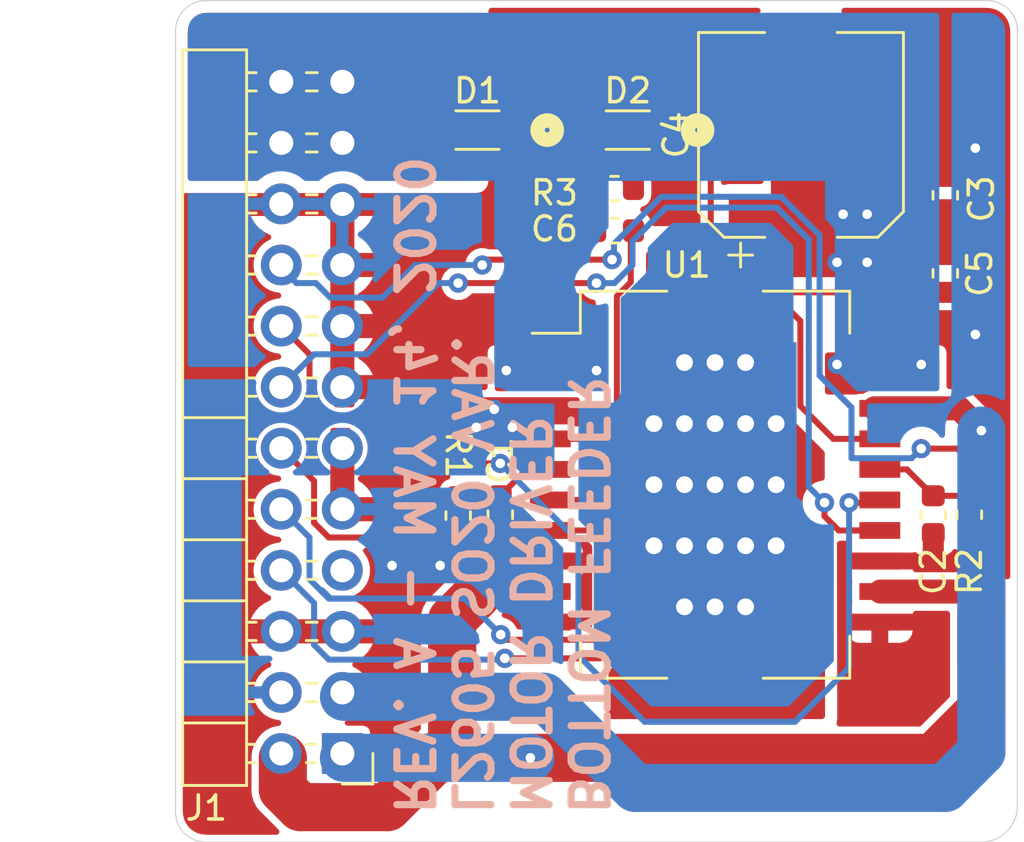
<source format=kicad_pcb>
(kicad_pcb (version 20200512) (host pcbnew "5.99.0-unknown-ad88874~101~ubuntu20.04.1")

  (general
    (thickness 1.6)
    (drawings 10)
    (tracks 180)
    (modules 13)
    (nets 20)
  )

  (paper "A4")
  (layers
    (0 "F.Cu" signal)
    (31 "B.Cu" signal)
    (32 "B.Adhes" user)
    (33 "F.Adhes" user)
    (34 "B.Paste" user)
    (35 "F.Paste" user)
    (36 "B.SilkS" user)
    (37 "F.SilkS" user)
    (38 "B.Mask" user)
    (39 "F.Mask" user)
    (40 "Dwgs.User" user)
    (41 "Cmts.User" user)
    (42 "Eco1.User" user)
    (43 "Eco2.User" user)
    (44 "Edge.Cuts" user)
    (45 "Margin" user hide)
    (46 "B.CrtYd" user)
    (47 "F.CrtYd" user)
    (48 "B.Fab" user)
    (49 "F.Fab" user)
  )

  (setup
    (stackup
      (layer "F.SilkS" (type "Top Silk Screen"))
      (layer "F.Paste" (type "Top Solder Paste"))
      (layer "F.Mask" (type "Top Solder Mask") (color "Green") (thickness 0.01))
      (layer "F.Cu" (type "copper") (thickness 0.035))
      (layer "dielectric 1" (type "core") (thickness 1.51) (material "FR4") (epsilon_r 4.5) (loss_tangent 0.02))
      (layer "B.Cu" (type "copper") (thickness 0.035))
      (layer "B.Mask" (type "Bottom Solder Mask") (color "Green") (thickness 0.01))
      (layer "B.Paste" (type "Bottom Solder Paste"))
      (layer "B.SilkS" (type "Bottom Silk Screen"))
      (copper_finish "None")
      (dielectric_constraints no)
    )
    (last_trace_width 0.25)
    (user_trace_width 0.5)
    (user_trace_width 1)
    (user_trace_width 2)
    (trace_clearance 0.2)
    (zone_clearance 0.508)
    (zone_45_only no)
    (trace_min 0.2)
    (clearance_min 0)
    (via_min_annulus 0.05)
    (via_min_size 0.4)
    (through_hole_min 0.3)
    (via_size 0.8)
    (via_drill 0.4)
    (uvia_size 0.3)
    (uvia_drill 0.1)
    (uvias_allowed no)
    (uvia_min_size 0.2)
    (uvia_min_drill 0.1)
    (max_error 0.005)
    (defaults
      (edge_clearance 0.01)
      (edge_cuts_line_width 0.05)
      (courtyard_line_width 0.05)
      (copper_line_width 0.2)
      (copper_text_dims (size 1.5 1.5) (thickness 0.3))
      (silk_line_width 0.12)
      (silk_text_dims (size 1 1) (thickness 0.15))
      (fab_layers_line_width 0.1)
      (fab_layers_text_dims (size 1 1) (thickness 0.15))
      (other_layers_line_width 0.1)
      (other_layers_text_dims (size 1 1) (thickness 0.15))
      (dimension_units 0)
      (dimension_precision 1)
    )
    (pad_size 1.524 1.524)
    (pad_drill 0.762)
    (pad_to_mask_clearance 0.05)
    (aux_axis_origin 0 0)
    (visible_elements FFFFFF7F)
    (pcbplotparams
      (layerselection 0x010fc_ffffffff)
      (usegerberextensions false)
      (usegerberattributes true)
      (usegerberadvancedattributes true)
      (creategerberjobfile true)
      (svguseinch false)
      (svgprecision 6)
      (excludeedgelayer true)
      (linewidth 0.100000)
      (plotframeref false)
      (viasonmask false)
      (mode 1)
      (useauxorigin false)
      (hpglpennumber 1)
      (hpglpenspeed 20)
      (hpglpendiameter 15.000000)
      (psnegative false)
      (psa4output false)
      (plotreference true)
      (plotvalue true)
      (plotinvisibletext false)
      (sketchpadsonfab false)
      (subtractmaskfromsilk false)
      (outputformat 1)
      (mirror false)
      (drillshape 0)
      (scaleselection 1)
      (outputdirectory "gerbs/")
    )
  )

  (net 0 "")
  (net 1 "+12V")
  (net 2 "GND")
  (net 3 "Net-(C1-Pad1)")
  (net 4 "Net-(C2-Pad1)")
  (net 5 "/VBOOT")
  (net 6 "/VCP")
  (net 7 "Net-(C6-Pad1)")
  (net 8 "Net-(D1-Pad1)")
  (net 9 "/ENA_B")
  (net 10 "/IN2_B")
  (net 11 "/IN1_B")
  (net 12 "/ENA_A")
  (net 13 "/IN2_A")
  (net 14 "/IN1_A")
  (net 15 "/M2_A")
  (net 16 "/M2_B")
  (net 17 "/M1_A")
  (net 18 "/M1_B")
  (net 19 "Net-(U1-Pad21)")

  (net_class "Default" "This is the default net class."
    (clearance 0.2)
    (trace_width 0.25)
    (via_dia 0.8)
    (via_drill 0.4)
    (uvia_dia 0.3)
    (uvia_drill 0.1)
    (add_net "+12V")
    (add_net "/ENA_A")
    (add_net "/ENA_B")
    (add_net "/IN1_A")
    (add_net "/IN1_B")
    (add_net "/IN2_A")
    (add_net "/IN2_B")
    (add_net "/M1_A")
    (add_net "/M1_B")
    (add_net "/M2_A")
    (add_net "/M2_B")
    (add_net "/VBOOT")
    (add_net "/VCP")
    (add_net "GND")
    (add_net "Net-(C1-Pad1)")
    (add_net "Net-(C2-Pad1)")
    (add_net "Net-(C6-Pad1)")
    (add_net "Net-(D1-Pad1)")
    (add_net "Net-(U1-Pad21)")
  )

  (module "JBC_mechanical:PinHeader_2x12_P2.54mm_Horizontal" (layer "F.Cu") (tedit 5EC48AEF) (tstamp a71e3410-7010-43ca-8deb-50cf919810cb)
    (at 106.934 131.318 180)
    (descr "Through hole angled pin header, 2x12, 2.54mm pitch, 6mm pin length, double rows")
    (tags "Through hole angled pin header THT 2x12 2.54mm double row")
    (path "/00000000-0000-0000-0000-00005ec2fe6e")
    (fp_text reference "J1" (at 5.655 -2.27) (layer "F.SilkS")
      (effects (font (size 1 1) (thickness 0.15)))
    )
    (fp_text value "Conn_02x12_Odd_Even" (at 5.655 30.21) (layer "F.Fab")
      (effects (font (size 1 1) (thickness 0.15)))
    )
    (fp_line (start 4.675 -1.27) (end 6.58 -1.27) (layer "F.Fab") (width 0.1))
    (fp_line (start 6.58 -1.27) (end 6.58 29.21) (layer "F.Fab") (width 0.1))
    (fp_line (start 6.58 29.21) (end 4.04 29.21) (layer "F.Fab") (width 0.1))
    (fp_line (start 4.04 29.21) (end 4.04 -0.635) (layer "F.Fab") (width 0.1))
    (fp_line (start 4.04 -0.635) (end 4.675 -1.27) (layer "F.Fab") (width 0.1))
    (fp_line (start -0.32 -0.32) (end 4.04 -0.32) (layer "F.Fab") (width 0.1))
    (fp_line (start -0.32 -0.32) (end -0.32 0.32) (layer "F.Fab") (width 0.1))
    (fp_line (start -0.32 0.32) (end 4.04 0.32) (layer "F.Fab") (width 0.1))
    (fp_line (start -0.32 2.22) (end 4.04 2.22) (layer "F.Fab") (width 0.1))
    (fp_line (start -0.32 2.22) (end -0.32 2.86) (layer "F.Fab") (width 0.1))
    (fp_line (start -0.32 2.86) (end 4.04 2.86) (layer "F.Fab") (width 0.1))
    (fp_line (start -0.32 4.76) (end 4.04 4.76) (layer "F.Fab") (width 0.1))
    (fp_line (start -0.32 4.76) (end -0.32 5.4) (layer "F.Fab") (width 0.1))
    (fp_line (start -0.32 5.4) (end 4.04 5.4) (layer "F.Fab") (width 0.1))
    (fp_line (start -0.32 7.3) (end 4.04 7.3) (layer "F.Fab") (width 0.1))
    (fp_line (start -0.32 7.3) (end -0.32 7.94) (layer "F.Fab") (width 0.1))
    (fp_line (start -0.32 7.94) (end 4.04 7.94) (layer "F.Fab") (width 0.1))
    (fp_line (start -0.32 9.84) (end 4.04 9.84) (layer "F.Fab") (width 0.1))
    (fp_line (start -0.32 9.84) (end -0.32 10.48) (layer "F.Fab") (width 0.1))
    (fp_line (start -0.32 10.48) (end 4.04 10.48) (layer "F.Fab") (width 0.1))
    (fp_line (start -0.32 12.38) (end 4.04 12.38) (layer "F.Fab") (width 0.1))
    (fp_line (start -0.32 12.38) (end -0.32 13.02) (layer "F.Fab") (width 0.1))
    (fp_line (start -0.32 13.02) (end 4.04 13.02) (layer "F.Fab") (width 0.1))
    (fp_line (start -0.32 14.92) (end 4.04 14.92) (layer "F.Fab") (width 0.1))
    (fp_line (start -0.32 14.92) (end -0.32 15.56) (layer "F.Fab") (width 0.1))
    (fp_line (start -0.32 15.56) (end 4.04 15.56) (layer "F.Fab") (width 0.1))
    (fp_line (start -0.32 17.46) (end 4.04 17.46) (layer "F.Fab") (width 0.1))
    (fp_line (start -0.32 17.46) (end -0.32 18.1) (layer "F.Fab") (width 0.1))
    (fp_line (start -0.32 18.1) (end 4.04 18.1) (layer "F.Fab") (width 0.1))
    (fp_line (start -0.32 20) (end 4.04 20) (layer "F.Fab") (width 0.1))
    (fp_line (start -0.32 20) (end -0.32 20.64) (layer "F.Fab") (width 0.1))
    (fp_line (start -0.32 20.64) (end 4.04 20.64) (layer "F.Fab") (width 0.1))
    (fp_line (start -0.32 22.54) (end 4.04 22.54) (layer "F.Fab") (width 0.1))
    (fp_line (start -0.32 22.54) (end -0.32 23.18) (layer "F.Fab") (width 0.1))
    (fp_line (start -0.32 23.18) (end 4.04 23.18) (layer "F.Fab") (width 0.1))
    (fp_line (start -0.32 25.08) (end 4.04 25.08) (layer "F.Fab") (width 0.1))
    (fp_line (start -0.32 25.08) (end -0.32 25.72) (layer "F.Fab") (width 0.1))
    (fp_line (start -0.32 25.72) (end 4.04 25.72) (layer "F.Fab") (width 0.1))
    (fp_line (start -0.32 27.62) (end 4.04 27.62) (layer "F.Fab") (width 0.1))
    (fp_line (start -0.32 27.62) (end -0.32 28.26) (layer "F.Fab") (width 0.1))
    (fp_line (start -0.32 28.26) (end 4.04 28.26) (layer "F.Fab") (width 0.1))
    (fp_line (start 3.98 -1.33) (end 3.98 29.27) (layer "F.SilkS") (width 0.12))
    (fp_line (start 3.98 29.27) (end 6.64 29.27) (layer "F.SilkS") (width 0.12))
    (fp_line (start 6.64 29.27) (end 6.64 -1.33) (layer "F.SilkS") (width 0.12))
    (fp_line (start 6.64 -1.33) (end 3.98 -1.33) (layer "F.SilkS") (width 0.12))
    (fp_line (start 3.582929 -0.38) (end 3.98 -0.38) (layer "F.SilkS") (width 0.12))
    (fp_line (start 3.582929 0.38) (end 3.98 0.38) (layer "F.SilkS") (width 0.12))
    (fp_line (start 1.11 -0.38) (end 1.497071 -0.38) (layer "F.SilkS") (width 0.12))
    (fp_line (start 1.11 0.38) (end 1.497071 0.38) (layer "F.SilkS") (width 0.12))
    (fp_line (start 3.98 1.27) (end 6.64 1.27) (layer "F.SilkS") (width 0.12))
    (fp_line (start 3.582929 2.16) (end 3.98 2.16) (layer "F.SilkS") (width 0.12))
    (fp_line (start 3.582929 2.92) (end 3.98 2.92) (layer "F.SilkS") (width 0.12))
    (fp_line (start 1.042929 2.16) (end 1.497071 2.16) (layer "F.SilkS") (width 0.12))
    (fp_line (start 1.042929 2.92) (end 1.497071 2.92) (layer "F.SilkS") (width 0.12))
    (fp_line (start 3.98 3.81) (end 6.64 3.81) (layer "F.SilkS") (width 0.12))
    (fp_line (start 3.582929 4.7) (end 3.98 4.7) (layer "F.SilkS") (width 0.12))
    (fp_line (start 3.582929 5.46) (end 3.98 5.46) (layer "F.SilkS") (width 0.12))
    (fp_line (start 1.042929 4.7) (end 1.497071 4.7) (layer "F.SilkS") (width 0.12))
    (fp_line (start 1.042929 5.46) (end 1.497071 5.46) (layer "F.SilkS") (width 0.12))
    (fp_line (start 3.98 6.35) (end 6.64 6.35) (layer "F.SilkS") (width 0.12))
    (fp_line (start 3.582929 7.24) (end 3.98 7.24) (layer "F.SilkS") (width 0.12))
    (fp_line (start 3.582929 8) (end 3.98 8) (layer "F.SilkS") (width 0.12))
    (fp_line (start 1.042929 7.24) (end 1.497071 7.24) (layer "F.SilkS") (width 0.12))
    (fp_line (start 1.042929 8) (end 1.497071 8) (layer "F.SilkS") (width 0.12))
    (fp_line (start 3.98 8.89) (end 6.64 8.89) (layer "F.SilkS") (width 0.12))
    (fp_line (start 3.582929 9.78) (end 3.98 9.78) (layer "F.SilkS") (width 0.12))
    (fp_line (start 3.582929 10.54) (end 3.98 10.54) (layer "F.SilkS") (width 0.12))
    (fp_line (start 1.042929 9.78) (end 1.497071 9.78) (layer "F.SilkS") (width 0.12))
    (fp_line (start 1.042929 10.54) (end 1.497071 10.54) (layer "F.SilkS") (width 0.12))
    (fp_line (start 3.98 11.43) (end 6.64 11.43) (layer "F.SilkS") (width 0.12))
    (fp_line (start 3.582929 12.32) (end 3.98 12.32) (layer "F.SilkS") (width 0.12))
    (fp_line (start 3.582929 13.08) (end 3.98 13.08) (layer "F.SilkS") (width 0.12))
    (fp_line (start 1.042929 12.32) (end 1.497071 12.32) (layer "F.SilkS") (width 0.12))
    (fp_line (start 1.042929 13.08) (end 1.497071 13.08) (layer "F.SilkS") (width 0.12))
    (fp_line (start 3.98 13.97) (end 6.64 13.97) (layer "F.SilkS") (width 0.12))
    (fp_line (start 3.582929 14.86) (end 3.98 14.86) (layer "F.SilkS") (width 0.12))
    (fp_line (start 3.582929 15.62) (end 3.98 15.62) (layer "F.SilkS") (width 0.12))
    (fp_line (start 1.042929 14.86) (end 1.497071 14.86) (layer "F.SilkS") (width 0.12))
    (fp_line (start 1.042929 15.62) (end 1.497071 15.62) (layer "F.SilkS") (width 0.12))
    (fp_line (start 3.582929 17.4) (end 3.98 17.4) (layer "F.SilkS") (width 0.12))
    (fp_line (start 3.582929 18.16) (end 3.98 18.16) (layer "F.SilkS") (width 0.12))
    (fp_line (start 1.042929 17.4) (end 1.497071 17.4) (layer "F.SilkS") (width 0.12))
    (fp_line (start 1.042929 18.16) (end 1.497071 18.16) (layer "F.SilkS") (width 0.12))
    (fp_line (start 3.582929 19.94) (end 3.98 19.94) (layer "F.SilkS") (width 0.12))
    (fp_line (start 3.582929 20.7) (end 3.98 20.7) (layer "F.SilkS") (width 0.12))
    (fp_line (start 1.042929 19.94) (end 1.497071 19.94) (layer "F.SilkS") (width 0.12))
    (fp_line (start 1.042929 20.7) (end 1.497071 20.7) (layer "F.SilkS") (width 0.12))
    (fp_line (start 3.582929 22.48) (end 3.98 22.48) (layer "F.SilkS") (width 0.12))
    (fp_line (start 3.582929 23.24) (end 3.98 23.24) (layer "F.SilkS") (width 0.12))
    (fp_line (start 1.042929 22.48) (end 1.497071 22.48) (layer "F.SilkS") (width 0.12))
    (fp_line (start 1.042929 23.24) (end 1.497071 23.24) (layer "F.SilkS") (width 0.12))
    (fp_line (start 3.582929 25.02) (end 3.98 25.02) (layer "F.SilkS") (width 0.12))
    (fp_line (start 3.582929 25.78) (end 3.98 25.78) (layer "F.SilkS") (width 0.12))
    (fp_line (start 1.042929 25.02) (end 1.497071 25.02) (layer "F.SilkS") (width 0.12))
    (fp_line (start 1.042929 25.78) (end 1.497071 25.78) (layer "F.SilkS") (width 0.12))
    (fp_line (start 3.582929 27.56) (end 3.98 27.56) (layer "F.SilkS") (width 0.12))
    (fp_line (start 3.582929 28.32) (end 3.98 28.32) (layer "F.SilkS") (width 0.12))
    (fp_line (start 1.042929 27.56) (end 1.497071 27.56) (layer "F.SilkS") (width 0.12))
    (fp_line (start 1.042929 28.32) (end 1.497071 28.32) (layer "F.SilkS") (width 0.12))
    (fp_line (start -1.27 0) (end -1.27 -1.27) (layer "F.SilkS") (width 0.12))
    (fp_line (start -1.27 -1.27) (end 0 -1.27) (layer "F.SilkS") (width 0.12))
    (fp_line (start -1.8 -1.8) (end -1.8 29.75) (layer "F.CrtYd") (width 0.05))
    (fp_line (start -1.8 29.75) (end 13.1 29.75) (layer "F.CrtYd") (width 0.05))
    (fp_line (start 13.1 29.75) (end 13.1 -1.8) (layer "F.CrtYd") (width 0.05))
    (fp_line (start 13.1 -1.8) (end -1.8 -1.8) (layer "F.CrtYd") (width 0.05))
    (fp_text user "${REFERENCE}" (at 5.31 13.97 90) (layer "F.Fab")
      (effects (font (size 1 1) (thickness 0.15)))
    )
    (pad "1" thru_hole rect (at 0 0 180) (size 1.7 1.7) (drill 1) (layers *.Cu *.Mask)
      (net 18 "/M1_B") (pinfunction "Pin_1") (tstamp 23428d9d-6697-4179-a0b5-a7b482c57347))
    (pad "2" thru_hole oval (at 2.54 0 180) (size 1.7 1.7) (drill 1) (layers *.Cu *.Mask)
      (net 17 "/M1_A") (pinfunction "Pin_2") (tstamp bb85e290-4380-45e7-9ae5-25bb303170e9))
    (pad "3" thru_hole oval (at 0 2.54 180) (size 1.7 1.7) (drill 1) (layers *.Cu *.Mask)
      (net 16 "/M2_B") (pinfunction "Pin_3") (tstamp 12f954c4-c7b1-491b-b489-919603f92cb7))
    (pad "4" thru_hole oval (at 2.54 2.54 180) (size 1.7 1.7) (drill 1) (layers *.Cu *.Mask)
      (net 15 "/M2_A") (pinfunction "Pin_4") (tstamp 1099d100-1a65-43c7-8ef7-f397d8f13875))
    (pad "5" thru_hole oval (at 0 5.08 180) (size 1.7 1.7) (drill 1) (layers *.Cu *.Mask)
      (net 2 "GND") (pinfunction "Pin_5") (tstamp 7984de6c-48ea-4d31-9e62-5408d83ee5a7))
    (pad "6" thru_hole oval (at 2.54 5.08 180) (size 1.7 1.7) (drill 1) (layers *.Cu *.Mask)
      (net 2 "GND") (pinfunction "Pin_6") (tstamp ae31e954-a330-40c5-9c12-2d5cf22b42ce))
    (pad "7" thru_hole oval (at 0 7.62 180) (size 1.7 1.7) (drill 1) (layers *.Cu *.Mask)
      (pinfunction "Pin_7") (tstamp 68e1721d-b50a-493d-be93-a63ee04b3b4c))
    (pad "8" thru_hole oval (at 2.54 7.62 180) (size 1.7 1.7) (drill 1) (layers *.Cu *.Mask)
      (net 14 "/IN1_A") (pinfunction "Pin_8") (tstamp e964e8a5-9258-49d9-9d10-b66028ebdad5))
    (pad "9" thru_hole oval (at 0 10.16 180) (size 1.7 1.7) (drill 1) (layers *.Cu *.Mask)
      (net 2 "GND") (pinfunction "Pin_9") (tstamp 6c3b1be3-d2f5-4912-b4c9-c71882e127c9))
    (pad "10" thru_hole oval (at 2.54 10.16 180) (size 1.7 1.7) (drill 1) (layers *.Cu *.Mask)
      (net 13 "/IN2_A") (pinfunction "Pin_10") (tstamp 81db08b7-b496-44a1-8bcd-194ffed445e2))
    (pad "11" thru_hole oval (at 0 12.7 180) (size 1.7 1.7) (drill 1) (layers *.Cu *.Mask)
      (net 2 "GND") (pinfunction "Pin_11") (tstamp 1d7a7698-5631-4748-9a21-c1818f60b6ab))
    (pad "12" thru_hole oval (at 2.54 12.7 180) (size 1.7 1.7) (drill 1) (layers *.Cu *.Mask)
      (net 12 "/ENA_A") (pinfunction "Pin_12") (tstamp 7705e87c-c787-40ad-b16d-6a4e26d1c609))
    (pad "13" thru_hole oval (at 0 15.24 180) (size 1.7 1.7) (drill 1) (layers *.Cu *.Mask)
      (net 2 "GND") (pinfunction "Pin_13") (tstamp 8f66d6e6-78fa-44f4-b70c-b187b3569bc6))
    (pad "14" thru_hole oval (at 2.54 15.24 180) (size 1.7 1.7) (drill 1) (layers *.Cu *.Mask)
      (net 11 "/IN1_B") (pinfunction "Pin_14") (tstamp 0a374f1d-641b-41e3-a2b9-d5f371bcd650))
    (pad "15" thru_hole oval (at 0 17.78 180) (size 1.7 1.7) (drill 1) (layers *.Cu *.Mask)
      (net 2 "GND") (pinfunction "Pin_15") (tstamp 859f1d55-f02e-442f-86b9-43ed20e8a607))
    (pad "16" thru_hole oval (at 2.54 17.78 180) (size 1.7 1.7) (drill 1) (layers *.Cu *.Mask)
      (net 10 "/IN2_B") (pinfunction "Pin_16") (tstamp da2d3c38-d492-4313-8851-d57f0a6bb6f4))
    (pad "17" thru_hole oval (at 0 20.32 180) (size 1.7 1.7) (drill 1) (layers *.Cu *.Mask)
      (net 2 "GND") (pinfunction "Pin_17") (tstamp 684e11e9-5cc2-4ea3-9b10-0e49fbd3347b))
    (pad "18" thru_hole oval (at 2.54 20.32 180) (size 1.7 1.7) (drill 1) (layers *.Cu *.Mask)
      (net 9 "/ENA_B") (pinfunction "Pin_18") (tstamp 3e6c1ede-7fdd-4ff7-a7bb-2bad721e94ca))
    (pad "19" thru_hole oval (at 0 22.86 180) (size 1.7 1.7) (drill 1) (layers *.Cu *.Mask)
      (net 2 "GND") (pinfunction "Pin_19") (tstamp feaeeeee-5c4f-4255-814a-3e45a4f15afe))
    (pad "20" thru_hole oval (at 2.54 22.86 180) (size 1.7 1.7) (drill 1) (layers *.Cu *.Mask)
      (net 2 "GND") (pinfunction "Pin_20") (tstamp a711e19c-0ffe-49e3-b5ec-eaee3860a8d6))
    (pad "21" thru_hole oval (at 0 25.4 180) (size 1.7 1.7) (drill 1) (layers *.Cu *.Mask)
      (net 1 "+12V") (pinfunction "Pin_21") (tstamp e32bda90-06b4-4f28-8ef1-825fde21ae10))
    (pad "22" thru_hole oval (at 2.54 25.4 180) (size 1.7 1.7) (drill 1) (layers *.Cu *.Mask)
      (net 1 "+12V") (pinfunction "Pin_22") (tstamp 32ece5be-e05a-403e-ba5d-819941469779))
    (pad "23" thru_hole oval (at 0 27.94 180) (size 1.7 1.7) (drill 1) (layers *.Cu *.Mask)
      (net 1 "+12V") (pinfunction "Pin_23") (tstamp 43a0cb23-56fc-462f-8c5c-8c5b74134a23))
    (pad "24" thru_hole oval (at 2.54 27.94 180) (size 1.7 1.7) (drill 1) (layers *.Cu *.Mask)
      (net 1 "+12V") (pinfunction "Pin_24") (tstamp 7ec38ee6-0412-414e-af16-3f600978ec42))
    (model "${KISYS3DMOD}/Connector_PinHeader_2.54mm.3dshapes/PinHeader_2x12_P2.54mm_Horizontal.wrl"
      (at (xyz 0 0 0))
      (scale (xyz 1 1 1))
      (rotate (xyz 0 0 0))
    )
  )

  (module "Package_SO:HSOP-20-1EP_11.0x15.9mm_P1.27mm_SlugDown_ThermalVias" (layer "F.Cu") (tedit 5A02F2D3) (tstamp e5afbd19-dfa2-4632-b562-1f041d0d50ad)
    (at 122.428 120.136502)
    (descr "HSOP 11.0x15.9mm Pitch 1.27mm Slug Down Thermal Vias (PowerSO-20) [JEDEC MO-166] (http://www.st.com/resource/en/datasheet/tda7266d.pdf, www.st.com/resource/en/application_note/cd00003801.pdf)")
    (tags "HSOP 11.0 x 15.9mm Pitch 1.27mm")
    (path "/00000000-0000-0000-0000-00005ec95070")
    (attr smd)
    (fp_text reference "U1" (at -1.178 -9.136502) (layer "F.SilkS")
      (effects (font (size 1 1) (thickness 0.15)))
    )
    (fp_text value "D99IN1092A" (at 0 9) (layer "F.Fab")
      (effects (font (size 1 1) (thickness 0.15)))
    )
    (fp_line (start 5.6 -8.05) (end 5.6 -6.3) (layer "F.SilkS") (width 0.12))
    (fp_line (start 5.6 8.05) (end 5.6 6.3) (layer "F.SilkS") (width 0.12))
    (fp_line (start -2 8.05) (end -5.6 8.05) (layer "F.SilkS") (width 0.12))
    (fp_line (start -5.6 8.05) (end -5.6 6.3) (layer "F.SilkS") (width 0.12))
    (fp_line (start 5.6 -8.05) (end 2 -8.05) (layer "F.SilkS") (width 0.12))
    (fp_line (start -5.6 -8.05) (end -5.6 -6.3) (layer "F.SilkS") (width 0.12))
    (fp_line (start -5.6 -6.3) (end -7.6 -6.3) (layer "F.SilkS") (width 0.12))
    (fp_text user "${REFERENCE}" (at 0 0) (layer "F.Fab")
      (effects (font (size 1 1) (thickness 0.15)))
    )
    (fp_line (start -5.5 7.95) (end 5.5 7.95) (layer "F.Fab") (width 0.1))
    (fp_line (start 5.5 7.95) (end 5.5 -7.95) (layer "F.Fab") (width 0.1))
    (fp_line (start 5.5 -7.95) (end -4.5 -7.95) (layer "F.Fab") (width 0.1))
    (fp_line (start -4.5 -7.95) (end -5.5 -6.95) (layer "F.Fab") (width 0.1))
    (fp_line (start -5.5 -6.95) (end -5.5 7.95) (layer "F.Fab") (width 0.1))
    (fp_line (start -7.95 -8.3) (end 7.95 -8.3) (layer "F.CrtYd") (width 0.05))
    (fp_line (start -7.95 -8.3) (end -7.95 8.3) (layer "F.CrtYd") (width 0.05))
    (fp_line (start 7.95 8.3) (end 7.95 -8.3) (layer "F.CrtYd") (width 0.05))
    (fp_line (start 7.95 8.3) (end -7.95 8.3) (layer "F.CrtYd") (width 0.05))
    (fp_line (start -2 -8.05) (end -5.6 -8.05) (layer "F.SilkS") (width 0.12))
    (fp_line (start 5.6 8.05) (end 2 8.05) (layer "F.SilkS") (width 0.12))
    (pad "1" smd rect (at -6.85 -5.715) (size 1.7 0.7) (layers "F.Cu" "F.Paste" "F.Mask")
      (net 2 "GND") (pinfunction "GND") (tstamp c37d4933-b0ff-482e-8105-f23b06c3cab2))
    (pad "21" smd rect (at 0 0) (size 6.4 11.27) (layers "F.Cu" "F.Paste" "F.Mask")
      (net 19 "Net-(U1-Pad21)") (pinfunction "THERM") (tstamp d33542fa-666b-490a-8547-cbef41755f13))
    (pad "2" smd rect (at -6.85 -4.445) (size 1.7 0.7) (layers "F.Cu" "F.Paste" "F.Mask")
      (net 1 "+12V") (pinfunction "VS") (tstamp 09ca5549-30f3-4e83-8f11-c2ee4f607e16))
    (pad "3" smd rect (at -6.85 -3.175) (size 1.7 0.7) (layers "F.Cu" "F.Paste" "F.Mask")
      (net 15 "/M2_A") (pinfunction "OUT2") (tstamp 55d5a79c-3f6a-4300-a7ca-aac303166c69))
    (pad "4" smd rect (at -6.85 -1.905) (size 1.7 0.7) (layers "F.Cu" "F.Paste" "F.Mask")
      (net 6 "/VCP") (pinfunction "VCP") (tstamp 8d39271a-26d9-4711-930d-05c07d05e60e))
    (pad "5" smd rect (at -6.85 -0.635) (size 1.7 0.7) (layers "F.Cu" "F.Paste" "F.Mask")
      (net 3 "Net-(C1-Pad1)") (pinfunction "EN") (tstamp f8916fa2-1a24-47eb-b88b-c4d6fbc24f0d))
    (pad "6" smd rect (at -6.85 0.635) (size 1.7 0.7) (layers "F.Cu" "F.Paste" "F.Mask")
      (net 14 "/IN1_A") (pinfunction "IN1") (tstamp d071020e-153f-4bf4-91bc-b95e1f13b52b))
    (pad "7" smd rect (at -6.85 1.905) (size 1.7 0.7) (layers "F.Cu" "F.Paste" "F.Mask")
      (net 13 "/IN2_A") (pinfunction "IN2") (tstamp 9038608b-54c0-42a0-a746-da4aa541ec82))
    (pad "8" smd rect (at -6.85 3.175) (size 1.7 0.7) (layers "F.Cu" "F.Paste" "F.Mask")
      (net 2 "GND") (pinfunction "SNS") (tstamp 12101f0e-0bc7-4a9b-8dd3-5fee15f65bfb))
    (pad "9" smd rect (at -6.85 4.445) (size 1.7 0.7) (layers "F.Cu" "F.Paste" "F.Mask")
      (net 17 "/M1_A") (pinfunction "OUT1") (tstamp fd751029-3396-48d8-92c9-633bc26d500e))
    (pad "10" smd rect (at -6.85 5.715) (size 1.7 0.7) (layers "F.Cu" "F.Paste" "F.Mask")
      (net 2 "GND") (pinfunction "GND") (tstamp 294902b6-d204-459e-b051-469f8c1c6c87))
    (pad "11" smd rect (at 6.85 5.715) (size 1.7 0.7) (layers "F.Cu" "F.Paste" "F.Mask")
      (net 2 "GND") (pinfunction "GND") (tstamp 05cc4740-9d25-47f1-b33e-d56476b922ea))
    (pad "12" smd rect (at 6.85 4.445) (size 1.7 0.7) (layers "F.Cu" "F.Paste" "F.Mask")
      (net 18 "/M1_B") (pinfunction "OUT1") (tstamp d5790a4c-2354-4715-86c1-0f376b938d45))
    (pad "13" smd rect (at 6.85 3.175) (size 1.7 0.7) (layers "F.Cu" "F.Paste" "F.Mask")
      (net 2 "GND") (pinfunction "SNS") (tstamp 54673a21-aaab-43e2-8ba9-94bc142f16da))
    (pad "14" smd rect (at 6.85 1.905) (size 1.7 0.7) (layers "F.Cu" "F.Paste" "F.Mask")
      (net 11 "/IN1_B") (pinfunction "IN1") (tstamp dcd9ef8b-cfe2-4485-a1d0-ab957735ba4c))
    (pad "15" smd rect (at 6.85 0.635) (size 1.7 0.7) (layers "F.Cu" "F.Paste" "F.Mask")
      (net 10 "/IN2_B") (pinfunction "IN2") (tstamp 822d4184-5fe0-425d-968b-79075e11022f))
    (pad "16" smd rect (at 6.85 -0.635) (size 1.7 0.7) (layers "F.Cu" "F.Paste" "F.Mask")
      (net 4 "Net-(C2-Pad1)") (pinfunction "EN") (tstamp 1d2d3c84-c648-4e19-8791-9ca988c1b069))
    (pad "17" smd rect (at 6.85 -1.905) (size 1.7 0.7) (layers "F.Cu" "F.Paste" "F.Mask")
      (net 5 "/VBOOT") (pinfunction "VBOOT") (tstamp 68bc801e-3591-4808-85a2-534f161a2a2a))
    (pad "18" smd rect (at 6.85 -3.175) (size 1.7 0.7) (layers "F.Cu" "F.Paste" "F.Mask")
      (net 16 "/M2_B") (pinfunction "OUT2") (tstamp 9c66f425-bd9f-4d54-b08f-235e048bffea))
    (pad "19" smd rect (at 6.85 -4.445) (size 1.7 0.7) (layers "F.Cu" "F.Paste" "F.Mask")
      (net 1 "+12V") (pinfunction "VS") (tstamp 62117e81-fbd8-49cf-9c97-bfd5e360b817))
    (pad "20" smd rect (at 6.85 -5.715) (size 1.7 0.7) (layers "F.Cu" "F.Paste" "F.Mask")
      (net 2 "GND") (pinfunction "GND") (tstamp 29d97ff1-e39c-442f-b7ca-b0ea2664a82d))
    (pad "21" smd rect (at 0 -6.8425) (size 3.4 2.415) (layers "F.Cu" "F.Paste" "F.Mask")
      (net 19 "Net-(U1-Pad21)") (pinfunction "THERM") (tstamp 29cf66d9-4789-4685-892b-aa5c7cc0c881))
    (pad "21" smd rect (at 0 6.8425) (size 3.4 2.415) (layers "F.Cu" "F.Paste" "F.Mask")
      (net 19 "Net-(U1-Pad21)") (pinfunction "THERM") (tstamp f5604397-1a0f-41bf-9f60-79459d92d027))
    (pad "21" thru_hole circle (at 1.27 5.08) (size 1 1) (drill 0.7) (layers *.Cu)
      (net 19 "Net-(U1-Pad21)") (pinfunction "THERM") (tstamp 5b87da43-d78b-499a-8aee-c3c23a753a60))
    (pad "21" thru_hole circle (at 0 5.08) (size 1 1) (drill 0.7) (layers *.Cu)
      (net 19 "Net-(U1-Pad21)") (pinfunction "THERM") (tstamp 76e5f6fc-9cb9-4b57-aa4b-22e69da34d5b))
    (pad "21" thru_hole circle (at -1.27 5.08) (size 1 1) (drill 0.7) (layers *.Cu)
      (net 19 "Net-(U1-Pad21)") (pinfunction "THERM") (tstamp ea8a8f08-bc4b-4d8a-a9d6-1bd7b6ca56dd))
    (pad "21" thru_hole circle (at 2.54 2.54) (size 1 1) (drill 0.7) (layers *.Cu)
      (net 19 "Net-(U1-Pad21)") (pinfunction "THERM") (tstamp 077cfc7d-d485-4090-8f0a-8b8a78395661))
    (pad "21" thru_hole circle (at 1.27 2.54) (size 1 1) (drill 0.7) (layers *.Cu)
      (net 19 "Net-(U1-Pad21)") (pinfunction "THERM") (tstamp 1581e8ef-2527-4f19-bcc7-826a0cb513a5))
    (pad "21" thru_hole circle (at 0 2.54) (size 1 1) (drill 0.7) (layers *.Cu)
      (net 19 "Net-(U1-Pad21)") (pinfunction "THERM") (tstamp d10b1a48-6379-4b5e-9b2f-8c5eee9e934b))
    (pad "21" thru_hole circle (at -1.27 2.54) (size 1 1) (drill 0.7) (layers *.Cu)
      (net 19 "Net-(U1-Pad21)") (pinfunction "THERM") (tstamp b3b8fede-fd1b-423e-90a9-92ae698fdd17))
    (pad "21" thru_hole circle (at -2.54 2.54) (size 1 1) (drill 0.7) (layers *.Cu)
      (net 19 "Net-(U1-Pad21)") (pinfunction "THERM") (tstamp 67454582-a5ba-4809-ae91-fb9bacb0ea97))
    (pad "21" thru_hole circle (at 2.54 0) (size 1 1) (drill 0.7) (layers *.Cu)
      (net 19 "Net-(U1-Pad21)") (pinfunction "THERM") (tstamp f3f537d2-4486-4fca-8ec3-93503ff888b4))
    (pad "21" thru_hole circle (at 1.27 0) (size 1 1) (drill 0.7) (layers *.Cu)
      (net 19 "Net-(U1-Pad21)") (pinfunction "THERM") (tstamp f8f5b35a-1b1f-49fa-b2c4-055ed897edcc))
    (pad "21" thru_hole circle (at 0 0) (size 1 1) (drill 0.7) (layers *.Cu)
      (net 19 "Net-(U1-Pad21)") (pinfunction "THERM") (tstamp 71bc1350-d664-4bfd-b8e3-eabbe00db76b))
    (pad "21" thru_hole circle (at -1.27 0) (size 1 1) (drill 0.7) (layers *.Cu)
      (net 19 "Net-(U1-Pad21)") (pinfunction "THERM") (tstamp a3e57114-5cf1-4a8f-baa8-354365aed72c))
    (pad "21" thru_hole circle (at -2.54 0) (size 1 1) (drill 0.7) (layers *.Cu)
      (net 19 "Net-(U1-Pad21)") (pinfunction "THERM") (tstamp 2afde502-60e9-4f04-bd64-67e1f5f97549))
    (pad "21" thru_hole circle (at 2.54 -2.54) (size 1 1) (drill 0.7) (layers *.Cu)
      (net 19 "Net-(U1-Pad21)") (pinfunction "THERM") (tstamp 354a1d8e-7692-4bdc-8a44-777c30cba546))
    (pad "21" thru_hole circle (at 1.27 -2.54) (size 1 1) (drill 0.7) (layers *.Cu)
      (net 19 "Net-(U1-Pad21)") (pinfunction "THERM") (tstamp 1c365e9f-04af-4590-9ebc-1715526d7378))
    (pad "21" thru_hole circle (at 0 -2.54) (size 1 1) (drill 0.7) (layers *.Cu)
      (net 19 "Net-(U1-Pad21)") (pinfunction "THERM") (tstamp c3d3878f-b995-497f-8c95-1680d2bb54bb))
    (pad "21" thru_hole circle (at -1.27 -2.54) (size 1 1) (drill 0.7) (layers *.Cu)
      (net 19 "Net-(U1-Pad21)") (pinfunction "THERM") (tstamp f0a8f942-113d-4775-b699-7a59f749fd36))
    (pad "21" thru_hole circle (at -2.54 -2.54) (size 1 1) (drill 0.7) (layers *.Cu)
      (net 19 "Net-(U1-Pad21)") (pinfunction "THERM") (tstamp a3cb832c-68c1-43b4-bcf8-57e319f8d9dc))
    (pad "21" thru_hole circle (at 1.27 -5.08) (size 1 1) (drill 0.7) (layers *.Cu)
      (net 19 "Net-(U1-Pad21)") (pinfunction "THERM") (tstamp a12acb48-0f5e-4858-a321-2e39f3242bdd))
    (pad "21" thru_hole circle (at 0 -5.08) (size 1 1) (drill 0.7) (layers *.Cu)
      (net 19 "Net-(U1-Pad21)") (pinfunction "THERM") (tstamp db91fbdc-a4ee-43da-9b8b-c10fe6dcf7f5))
    (pad "21" thru_hole circle (at -1.27 -5.08) (size 1 1) (drill 0.7) (layers *.Cu)
      (net 19 "Net-(U1-Pad21)") (pinfunction "THERM") (tstamp f690d64f-475e-4f68-8822-96bee520baec))
    (pad "21" smd rect (at 0 0) (size 6.78 11.86) (layers "B.Cu")
      (net 19 "Net-(U1-Pad21)") (pinfunction "THERM") (tstamp 5a9b2791-3aaf-4106-896f-e9f46970b781))
    (model "${KISYS3DMOD}/Package_SO.3dshapes/HSOP-20-1EP_11.0x15.9mm_P1.27mm_SlugDown.wrl"
      (at (xyz 0 0 0))
      (scale (xyz 1 1 1))
      (rotate (xyz 0 0 0))
    )
  )

  (module "JBC_diodes:D_SOD-80" (layer "F.Cu") (tedit 5EAC7FDE) (tstamp 3a135433-5b40-47ed-ab6f-1b4f61e5dffd)
    (at 118.8 105.386502 180)
    (descr "SOD-110")
    (tags "SOD-110")
    (path "/00000000-0000-0000-0000-00005ec79bf8")
    (attr smd)
    (fp_text reference "D2" (at 0 1.636502) (layer "F.SilkS")
      (effects (font (size 1 1) (thickness 0.15)))
    )
    (fp_text value "1N4148" (at 0 1.8) (layer "F.Fab")
      (effects (font (size 1 1) (thickness 0.15)))
    )
    (fp_line (start -0.9 0.8) (end 0.9 0.8) (layer "F.SilkS") (width 0.12))
    (fp_circle (center -2.9 0) (end -2.8 0) (layer "F.SilkS") (width 0.6))
    (fp_line (start 2.4 -1) (end -2.4 -1) (layer "F.CrtYd") (width 0.05))
    (fp_text user "${REFERENCE}" (at 0.05 1.636502) (layer "F.Fab")
      (effects (font (size 1 1) (thickness 0.15)))
    )
    (fp_line (start 0.1 0) (end 0.25 0) (layer "F.Fab") (width 0.1))
    (fp_line (start 0.1 -0.2) (end -0.2 0) (layer "F.Fab") (width 0.1))
    (fp_line (start 0.1 0.2) (end 0.1 -0.2) (layer "F.Fab") (width 0.1))
    (fp_line (start -0.2 0) (end 0.1 0.2) (layer "F.Fab") (width 0.1))
    (fp_line (start -0.2 0) (end -0.35 0) (layer "F.Fab") (width 0.1))
    (fp_line (start -0.2 0.2) (end -0.2 -0.2) (layer "F.Fab") (width 0.1))
    (fp_line (start 1.05 -0.7) (end -1.05 -0.7) (layer "F.Fab") (width 0.1))
    (fp_line (start 1.05 0.7) (end 1.05 -0.7) (layer "F.Fab") (width 0.1))
    (fp_line (start -1.05 0.7) (end 1.05 0.7) (layer "F.Fab") (width 0.1))
    (fp_line (start -1.05 -0.7) (end -1.05 0.7) (layer "F.Fab") (width 0.1))
    (fp_line (start 2.4 -1) (end 2.4 1) (layer "F.CrtYd") (width 0.05))
    (fp_line (start 2.4 1) (end -2.4 1) (layer "F.CrtYd") (width 0.05))
    (fp_line (start -2.4 -1) (end -2.4 1) (layer "F.CrtYd") (width 0.05))
    (fp_line (start -0.9 -0.8) (end 0.9 -0.8) (layer "F.SilkS") (width 0.12))
    (pad "2" smd custom (at 1.95 0 180) (size 0.6 0.5) (layers "F.Cu" "F.Paste" "F.Mask")
      (net 8 "Net-(D1-Pad1)") (pinfunction "A")
      (options (clearance outline) (anchor rect))
      (primitives
        (gr_poly (pts
           (xy -0.3 0.25) (xy -0.8 0.25) (xy -0.8 0.825) (xy 0.3 0.825) (xy 0.3 -0.825)
           (xy -0.8 -0.825) (xy -0.8 -0.25) (xy -0.3 -0.25)) (width 0))
      ) (tstamp ccf150bd-e0b9-40b1-87ce-b75c46187c85))
    (pad "1" smd custom (at -1.95 0) (size 0.6 0.5) (layers "F.Cu" "F.Paste" "F.Mask")
      (net 5 "/VBOOT") (pinfunction "K")
      (options (clearance outline) (anchor rect))
      (primitives
        (gr_poly (pts
           (xy -0.3 0.25) (xy -0.8 0.25) (xy -0.8 0.825) (xy 0.3 0.825) (xy 0.3 -0.825)
           (xy -0.8 -0.825) (xy -0.8 -0.25) (xy -0.3 -0.25)) (width 0))
      ) (tstamp a5839f1f-e8e8-4722-8c4f-08557bf0f64b))
    (model "${KISYS3DMOD}/Diode_SMD.3dshapes/D_SOD-110.wrl"
      (at (xyz 0 0 0))
      (scale (xyz 1 1 1))
      (rotate (xyz 0 0 0))
    )
  )

  (module "JBC_diodes:D_SOD-80" (layer "F.Cu") (tedit 5EAC7FDE) (tstamp e4534d80-0739-4098-abc9-3e269393dc68)
    (at 112.55 105.386502 180)
    (descr "SOD-110")
    (tags "SOD-110")
    (path "/00000000-0000-0000-0000-00005ec79613")
    (attr smd)
    (fp_text reference "D1" (at 0 1.636502) (layer "F.SilkS")
      (effects (font (size 1 1) (thickness 0.15)))
    )
    (fp_text value "1N4148" (at 0 1.8) (layer "F.Fab")
      (effects (font (size 1 1) (thickness 0.15)))
    )
    (fp_line (start -0.9 0.8) (end 0.9 0.8) (layer "F.SilkS") (width 0.12))
    (fp_circle (center -2.9 0) (end -2.8 0) (layer "F.SilkS") (width 0.6))
    (fp_line (start 2.4 -1) (end -2.4 -1) (layer "F.CrtYd") (width 0.05))
    (fp_text user "${REFERENCE}" (at 0 -1.7) (layer "F.Fab")
      (effects (font (size 1 1) (thickness 0.15)))
    )
    (fp_line (start 0.1 0) (end 0.25 0) (layer "F.Fab") (width 0.1))
    (fp_line (start 0.1 -0.2) (end -0.2 0) (layer "F.Fab") (width 0.1))
    (fp_line (start 0.1 0.2) (end 0.1 -0.2) (layer "F.Fab") (width 0.1))
    (fp_line (start -0.2 0) (end 0.1 0.2) (layer "F.Fab") (width 0.1))
    (fp_line (start -0.2 0) (end -0.35 0) (layer "F.Fab") (width 0.1))
    (fp_line (start -0.2 0.2) (end -0.2 -0.2) (layer "F.Fab") (width 0.1))
    (fp_line (start 1.05 -0.7) (end -1.05 -0.7) (layer "F.Fab") (width 0.1))
    (fp_line (start 1.05 0.7) (end 1.05 -0.7) (layer "F.Fab") (width 0.1))
    (fp_line (start -1.05 0.7) (end 1.05 0.7) (layer "F.Fab") (width 0.1))
    (fp_line (start -1.05 -0.7) (end -1.05 0.7) (layer "F.Fab") (width 0.1))
    (fp_line (start 2.4 -1) (end 2.4 1) (layer "F.CrtYd") (width 0.05))
    (fp_line (start 2.4 1) (end -2.4 1) (layer "F.CrtYd") (width 0.05))
    (fp_line (start -2.4 -1) (end -2.4 1) (layer "F.CrtYd") (width 0.05))
    (fp_line (start -0.9 -0.8) (end 0.9 -0.8) (layer "F.SilkS") (width 0.12))
    (pad "2" smd custom (at 1.95 0 180) (size 0.6 0.5) (layers "F.Cu" "F.Paste" "F.Mask")
      (net 1 "+12V") (pinfunction "A")
      (options (clearance outline) (anchor rect))
      (primitives
        (gr_poly (pts
           (xy -0.3 0.25) (xy -0.8 0.25) (xy -0.8 0.825) (xy 0.3 0.825) (xy 0.3 -0.825)
           (xy -0.8 -0.825) (xy -0.8 -0.25) (xy -0.3 -0.25)) (width 0))
      ) (tstamp ccf150bd-e0b9-40b1-87ce-b75c46187c85))
    (pad "1" smd custom (at -1.95 0) (size 0.6 0.5) (layers "F.Cu" "F.Paste" "F.Mask")
      (net 8 "Net-(D1-Pad1)") (pinfunction "K")
      (options (clearance outline) (anchor rect))
      (primitives
        (gr_poly (pts
           (xy -0.3 0.25) (xy -0.8 0.25) (xy -0.8 0.825) (xy 0.3 0.825) (xy 0.3 -0.825)
           (xy -0.8 -0.825) (xy -0.8 -0.25) (xy -0.3 -0.25)) (width 0))
      ) (tstamp a5839f1f-e8e8-4722-8c4f-08557bf0f64b))
    (model "${KISYS3DMOD}/Diode_SMD.3dshapes/D_SOD-110.wrl"
      (at (xyz 0 0 0))
      (scale (xyz 1 1 1))
      (rotate (xyz 0 0 0))
    )
  )

  (module "Capacitor_SMD:CP_Elec_8x5.4" (layer "F.Cu") (tedit 5BCA39D0) (tstamp 345eab14-9018-4061-a7b3-d8eab530c573)
    (at 126 105.586502 90)
    (descr "SMD capacitor, aluminum electrolytic, Nichicon, 8.0x5.4mm")
    (tags "capacitor electrolytic")
    (path "/00000000-0000-0000-0000-00005ec6cf92")
    (attr smd)
    (fp_text reference "C4" (at 0 -5.2 90) (layer "F.SilkS")
      (effects (font (size 1 1) (thickness 0.15)))
    )
    (fp_text value "100uF" (at 0 5.2 90) (layer "F.Fab")
      (effects (font (size 1 1) (thickness 0.15)))
    )
    (fp_circle (center 0 0) (end 4 0) (layer "F.Fab") (width 0.1))
    (fp_line (start 4.15 -4.15) (end 4.15 4.15) (layer "F.Fab") (width 0.1))
    (fp_line (start -3.15 -4.15) (end 4.15 -4.15) (layer "F.Fab") (width 0.1))
    (fp_line (start -3.15 4.15) (end 4.15 4.15) (layer "F.Fab") (width 0.1))
    (fp_line (start -4.15 -3.15) (end -4.15 3.15) (layer "F.Fab") (width 0.1))
    (fp_line (start -4.15 -3.15) (end -3.15 -4.15) (layer "F.Fab") (width 0.1))
    (fp_line (start -4.15 3.15) (end -3.15 4.15) (layer "F.Fab") (width 0.1))
    (fp_line (start -3.562278 -1.5) (end -2.762278 -1.5) (layer "F.Fab") (width 0.1))
    (fp_line (start -3.162278 -1.9) (end -3.162278 -1.1) (layer "F.Fab") (width 0.1))
    (fp_line (start 4.26 4.26) (end 4.26 1.51) (layer "F.SilkS") (width 0.12))
    (fp_line (start 4.26 -4.26) (end 4.26 -1.51) (layer "F.SilkS") (width 0.12))
    (fp_line (start -3.195563 -4.26) (end 4.26 -4.26) (layer "F.SilkS") (width 0.12))
    (fp_line (start -3.195563 4.26) (end 4.26 4.26) (layer "F.SilkS") (width 0.12))
    (fp_line (start -4.26 3.195563) (end -4.26 1.51) (layer "F.SilkS") (width 0.12))
    (fp_line (start -4.26 -3.195563) (end -4.26 -1.51) (layer "F.SilkS") (width 0.12))
    (fp_line (start -4.26 -3.195563) (end -3.195563 -4.26) (layer "F.SilkS") (width 0.12))
    (fp_line (start -4.26 3.195563) (end -3.195563 4.26) (layer "F.SilkS") (width 0.12))
    (fp_line (start -5.5 -2.51) (end -4.5 -2.51) (layer "F.SilkS") (width 0.12))
    (fp_line (start -5 -3.01) (end -5 -2.01) (layer "F.SilkS") (width 0.12))
    (fp_line (start 4.4 -4.4) (end 4.4 -1.5) (layer "F.CrtYd") (width 0.05))
    (fp_line (start 4.4 -1.5) (end 5.3 -1.5) (layer "F.CrtYd") (width 0.05))
    (fp_line (start 5.3 -1.5) (end 5.3 1.5) (layer "F.CrtYd") (width 0.05))
    (fp_line (start 5.3 1.5) (end 4.4 1.5) (layer "F.CrtYd") (width 0.05))
    (fp_line (start 4.4 1.5) (end 4.4 4.4) (layer "F.CrtYd") (width 0.05))
    (fp_line (start -3.25 4.4) (end 4.4 4.4) (layer "F.CrtYd") (width 0.05))
    (fp_line (start -3.25 -4.4) (end 4.4 -4.4) (layer "F.CrtYd") (width 0.05))
    (fp_line (start -4.4 3.25) (end -3.25 4.4) (layer "F.CrtYd") (width 0.05))
    (fp_line (start -4.4 -3.25) (end -3.25 -4.4) (layer "F.CrtYd") (width 0.05))
    (fp_line (start -4.4 -3.25) (end -4.4 -1.5) (layer "F.CrtYd") (width 0.05))
    (fp_line (start -4.4 1.5) (end -4.4 3.25) (layer "F.CrtYd") (width 0.05))
    (fp_line (start -4.4 -1.5) (end -5.3 -1.5) (layer "F.CrtYd") (width 0.05))
    (fp_line (start -5.3 -1.5) (end -5.3 1.5) (layer "F.CrtYd") (width 0.05))
    (fp_line (start -5.3 1.5) (end -4.4 1.5) (layer "F.CrtYd") (width 0.05))
    (fp_text user "${REFERENCE}" (at 0 0 90) (layer "F.Fab")
      (effects (font (size 1 1) (thickness 0.15)))
    )
    (pad "1" smd roundrect (at -3.05 0 90) (size 4 2.5) (layers "F.Cu" "F.Paste" "F.Mask") (roundrect_rratio 0.1)
      (net 1 "+12V") (tstamp 34341a69-2e55-4dc1-8015-9d470e860b6f))
    (pad "2" smd roundrect (at 3.05 0 90) (size 4 2.5) (layers "F.Cu" "F.Paste" "F.Mask") (roundrect_rratio 0.1)
      (net 2 "GND") (tstamp 1c91c857-b855-4e1b-aa13-2333ad58b4a2))
    (model "${KISYS3DMOD}/Capacitor_SMD.3dshapes/CP_Elec_8x5.4.wrl"
      (at (xyz 0 0 0))
      (scale (xyz 1 1 1))
      (rotate (xyz 0 0 0))
    )
  )

  (module "Resistor_SMD:R_0603_1608Metric" (layer "F.Cu") (tedit 5B301BBD) (tstamp a0996aa2-4c40-40f6-ad8a-9873999865da)
    (at 118.25 107.820502 180)
    (descr "Resistor SMD 0603 (1608 Metric), square (rectangular) end terminal, IPC_7351 nominal, (Body size source: http://www.tortai-tech.com/upload/download/2011102023233369053.pdf), generated with kicad-footprint-generator")
    (tags "resistor")
    (path "/00000000-0000-0000-0000-00005ec7b62a")
    (attr smd)
    (fp_text reference "R3" (at 2.5 -0.179498) (layer "F.SilkS")
      (effects (font (size 1 1) (thickness 0.15)))
    )
    (fp_text value "100" (at 0 1.43) (layer "F.Fab")
      (effects (font (size 1 1) (thickness 0.15)))
    )
    (fp_line (start -0.8 0.4) (end -0.8 -0.4) (layer "F.Fab") (width 0.1))
    (fp_line (start -0.8 -0.4) (end 0.8 -0.4) (layer "F.Fab") (width 0.1))
    (fp_line (start 0.8 -0.4) (end 0.8 0.4) (layer "F.Fab") (width 0.1))
    (fp_line (start 0.8 0.4) (end -0.8 0.4) (layer "F.Fab") (width 0.1))
    (fp_line (start -0.162779 -0.51) (end 0.162779 -0.51) (layer "F.SilkS") (width 0.12))
    (fp_line (start -0.162779 0.51) (end 0.162779 0.51) (layer "F.SilkS") (width 0.12))
    (fp_line (start -1.48 0.73) (end -1.48 -0.73) (layer "F.CrtYd") (width 0.05))
    (fp_line (start -1.48 -0.73) (end 1.48 -0.73) (layer "F.CrtYd") (width 0.05))
    (fp_line (start 1.48 -0.73) (end 1.48 0.73) (layer "F.CrtYd") (width 0.05))
    (fp_line (start 1.48 0.73) (end -1.48 0.73) (layer "F.CrtYd") (width 0.05))
    (fp_text user "${REFERENCE}" (at 0 0) (layer "F.Fab")
      (effects (font (size 0.4 0.4) (thickness 0.06)))
    )
    (pad "1" smd roundrect (at -0.7875 0 180) (size 0.875 0.95) (layers "F.Cu" "F.Paste" "F.Mask") (roundrect_rratio 0.25)
      (net 8 "Net-(D1-Pad1)") (tstamp 1fef8977-ae4d-4596-9a24-c90de46370ce))
    (pad "2" smd roundrect (at 0.7875 0 180) (size 0.875 0.95) (layers "F.Cu" "F.Paste" "F.Mask") (roundrect_rratio 0.25)
      (net 7 "Net-(C6-Pad1)") (tstamp 28e2db19-3c9b-4811-b96e-6dc036bf03f0))
    (model "${KISYS3DMOD}/Resistor_SMD.3dshapes/R_0603_1608Metric.wrl"
      (at (xyz 0 0 0))
      (scale (xyz 1 1 1))
      (rotate (xyz 0 0 0))
    )
  )

  (module "Resistor_SMD:R_0603_1608Metric" (layer "F.Cu") (tedit 5B301BBD) (tstamp ca963a27-96a5-4d7c-8b33-013dfe8529dc)
    (at 133 121.386502 90)
    (descr "Resistor SMD 0603 (1608 Metric), square (rectangular) end terminal, IPC_7351 nominal, (Body size source: http://www.tortai-tech.com/upload/download/2011102023233369053.pdf), generated with kicad-footprint-generator")
    (tags "resistor")
    (path "/00000000-0000-0000-0000-00005ec5d210")
    (attr smd)
    (fp_text reference "R2" (at -2.363498 0 90) (layer "F.SilkS")
      (effects (font (size 1 1) (thickness 0.15)))
    )
    (fp_text value "100k" (at 0 1.43 90) (layer "F.Fab")
      (effects (font (size 1 1) (thickness 0.15)))
    )
    (fp_line (start -0.8 0.4) (end -0.8 -0.4) (layer "F.Fab") (width 0.1))
    (fp_line (start -0.8 -0.4) (end 0.8 -0.4) (layer "F.Fab") (width 0.1))
    (fp_line (start 0.8 -0.4) (end 0.8 0.4) (layer "F.Fab") (width 0.1))
    (fp_line (start 0.8 0.4) (end -0.8 0.4) (layer "F.Fab") (width 0.1))
    (fp_line (start -0.162779 -0.51) (end 0.162779 -0.51) (layer "F.SilkS") (width 0.12))
    (fp_line (start -0.162779 0.51) (end 0.162779 0.51) (layer "F.SilkS") (width 0.12))
    (fp_line (start -1.48 0.73) (end -1.48 -0.73) (layer "F.CrtYd") (width 0.05))
    (fp_line (start -1.48 -0.73) (end 1.48 -0.73) (layer "F.CrtYd") (width 0.05))
    (fp_line (start 1.48 -0.73) (end 1.48 0.73) (layer "F.CrtYd") (width 0.05))
    (fp_line (start 1.48 0.73) (end -1.48 0.73) (layer "F.CrtYd") (width 0.05))
    (fp_text user "${REFERENCE}" (at 0 0 90) (layer "F.Fab")
      (effects (font (size 0.4 0.4) (thickness 0.06)))
    )
    (pad "1" smd roundrect (at -0.7875 0 90) (size 0.875 0.95) (layers "F.Cu" "F.Paste" "F.Mask") (roundrect_rratio 0.25)
      (net 9 "/ENA_B") (tstamp 1fef8977-ae4d-4596-9a24-c90de46370ce))
    (pad "2" smd roundrect (at 0.7875 0 90) (size 0.875 0.95) (layers "F.Cu" "F.Paste" "F.Mask") (roundrect_rratio 0.25)
      (net 4 "Net-(C2-Pad1)") (tstamp 28e2db19-3c9b-4811-b96e-6dc036bf03f0))
    (model "${KISYS3DMOD}/Resistor_SMD.3dshapes/R_0603_1608Metric.wrl"
      (at (xyz 0 0 0))
      (scale (xyz 1 1 1))
      (rotate (xyz 0 0 0))
    )
  )

  (module "Resistor_SMD:R_0603_1608Metric" (layer "F.Cu") (tedit 5B301BBD) (tstamp d73926e5-85fa-42ce-824f-b45aaf1f5936)
    (at 111.75 121.424002 90)
    (descr "Resistor SMD 0603 (1608 Metric), square (rectangular) end terminal, IPC_7351 nominal, (Body size source: http://www.tortai-tech.com/upload/download/2011102023233369053.pdf), generated with kicad-footprint-generator")
    (tags "resistor")
    (path "/00000000-0000-0000-0000-00005ec5e93c")
    (attr smd)
    (fp_text reference "R1" (at 2.5375 0 270 unlocked) (layer "F.SilkS")
      (effects (font (size 1 1) (thickness 0.15)))
    )
    (fp_text value "100k" (at -3.4625 0 270 unlocked) (layer "F.Fab")
      (effects (font (size 1 1) (thickness 0.15)))
    )
    (fp_text user "${REFERENCE}" (at 0 0 90) (layer "F.Fab")
      (effects (font (size 0.4 0.4) (thickness 0.06)))
    )
    (fp_line (start 1.48 0.73) (end -1.48 0.73) (layer "F.CrtYd") (width 0.05))
    (fp_line (start 1.48 -0.73) (end 1.48 0.73) (layer "F.CrtYd") (width 0.05))
    (fp_line (start -1.48 -0.73) (end 1.48 -0.73) (layer "F.CrtYd") (width 0.05))
    (fp_line (start -1.48 0.73) (end -1.48 -0.73) (layer "F.CrtYd") (width 0.05))
    (fp_line (start -0.162779 0.51) (end 0.162779 0.51) (layer "F.SilkS") (width 0.12))
    (fp_line (start -0.162779 -0.51) (end 0.162779 -0.51) (layer "F.SilkS") (width 0.12))
    (fp_line (start 0.8 0.4) (end -0.8 0.4) (layer "F.Fab") (width 0.1))
    (fp_line (start 0.8 -0.4) (end 0.8 0.4) (layer "F.Fab") (width 0.1))
    (fp_line (start -0.8 -0.4) (end 0.8 -0.4) (layer "F.Fab") (width 0.1))
    (fp_line (start -0.8 0.4) (end -0.8 -0.4) (layer "F.Fab") (width 0.1))
    (pad "2" smd roundrect (at 0.7875 0 90) (size 0.875 0.95) (layers "F.Cu" "F.Paste" "F.Mask") (roundrect_rratio 0.25)
      (net 3 "Net-(C1-Pad1)") (tstamp 28e2db19-3c9b-4811-b96e-6dc036bf03f0))
    (pad "1" smd roundrect (at -0.7875 0 90) (size 0.875 0.95) (layers "F.Cu" "F.Paste" "F.Mask") (roundrect_rratio 0.25)
      (net 12 "/ENA_A") (tstamp 1fef8977-ae4d-4596-9a24-c90de46370ce))
    (model "${KISYS3DMOD}/Resistor_SMD.3dshapes/R_0603_1608Metric.wrl"
      (at (xyz 0 0 0))
      (scale (xyz 1 1 1))
      (rotate (xyz 0 0 0))
    )
  )

  (module "Capacitor_SMD:C_0603_1608Metric" (layer "F.Cu") (tedit 5B301BBE) (tstamp 55300522-12a6-4752-98f2-6969e8d17645)
    (at 118.25 109.570502)
    (descr "Capacitor SMD 0603 (1608 Metric), square (rectangular) end terminal, IPC_7351 nominal, (Body size source: http://www.tortai-tech.com/upload/download/2011102023233369053.pdf), generated with kicad-footprint-generator")
    (tags "capacitor")
    (path "/00000000-0000-0000-0000-00005ec7bd6d")
    (attr smd)
    (fp_text reference "C6" (at -2.5 -0.070502) (layer "F.SilkS")
      (effects (font (size 1 1) (thickness 0.15)))
    )
    (fp_text value "10nF" (at 0 1.43) (layer "F.Fab")
      (effects (font (size 1 1) (thickness 0.15)))
    )
    (fp_line (start -0.8 0.4) (end -0.8 -0.4) (layer "F.Fab") (width 0.1))
    (fp_line (start -0.8 -0.4) (end 0.8 -0.4) (layer "F.Fab") (width 0.1))
    (fp_line (start 0.8 -0.4) (end 0.8 0.4) (layer "F.Fab") (width 0.1))
    (fp_line (start 0.8 0.4) (end -0.8 0.4) (layer "F.Fab") (width 0.1))
    (fp_line (start -0.162779 -0.51) (end 0.162779 -0.51) (layer "F.SilkS") (width 0.12))
    (fp_line (start -0.162779 0.51) (end 0.162779 0.51) (layer "F.SilkS") (width 0.12))
    (fp_line (start -1.48 0.73) (end -1.48 -0.73) (layer "F.CrtYd") (width 0.05))
    (fp_line (start -1.48 -0.73) (end 1.48 -0.73) (layer "F.CrtYd") (width 0.05))
    (fp_line (start 1.48 -0.73) (end 1.48 0.73) (layer "F.CrtYd") (width 0.05))
    (fp_line (start 1.48 0.73) (end -1.48 0.73) (layer "F.CrtYd") (width 0.05))
    (fp_text user "${REFERENCE}" (at 0 0) (layer "F.Fab")
      (effects (font (size 0.4 0.4) (thickness 0.06)))
    )
    (pad "1" smd roundrect (at -0.7875 0) (size 0.875 0.95) (layers "F.Cu" "F.Paste" "F.Mask") (roundrect_rratio 0.25)
      (net 7 "Net-(C6-Pad1)") (tstamp 7ddb60da-950c-4f15-9a3c-0fb725f144dc))
    (pad "2" smd roundrect (at 0.7875 0) (size 0.875 0.95) (layers "F.Cu" "F.Paste" "F.Mask") (roundrect_rratio 0.25)
      (net 6 "/VCP") (tstamp 02965857-1dcd-4bd6-9c2e-782c356221ab))
    (model "${KISYS3DMOD}/Capacitor_SMD.3dshapes/C_0603_1608Metric.wrl"
      (at (xyz 0 0 0))
      (scale (xyz 1 1 1))
      (rotate (xyz 0 0 0))
    )
  )

  (module "Capacitor_SMD:C_0603_1608Metric" (layer "F.Cu") (tedit 5B301BBE) (tstamp 5a397d43-0689-4ab0-938c-71d7aedfa6f4)
    (at 132 111.349002 -90)
    (descr "Capacitor SMD 0603 (1608 Metric), square (rectangular) end terminal, IPC_7351 nominal, (Body size source: http://www.tortai-tech.com/upload/download/2011102023233369053.pdf), generated with kicad-footprint-generator")
    (tags "capacitor")
    (path "/00000000-0000-0000-0000-00005ec767aa")
    (attr smd)
    (fp_text reference "C5" (at 0 -1.43 90 unlocked) (layer "F.SilkS")
      (effects (font (size 1 1) (thickness 0.15)))
    )
    (fp_text value "110nF" (at 0 1.43 -270) (layer "F.Fab")
      (effects (font (size 1 1) (thickness 0.15)))
    )
    (fp_line (start -0.8 0.4) (end -0.8 -0.4) (layer "F.Fab") (width 0.1))
    (fp_line (start -0.8 -0.4) (end 0.8 -0.4) (layer "F.Fab") (width 0.1))
    (fp_line (start 0.8 -0.4) (end 0.8 0.4) (layer "F.Fab") (width 0.1))
    (fp_line (start 0.8 0.4) (end -0.8 0.4) (layer "F.Fab") (width 0.1))
    (fp_line (start -0.162779 -0.51) (end 0.162779 -0.51) (layer "F.SilkS") (width 0.12))
    (fp_line (start -0.162779 0.51) (end 0.162779 0.51) (layer "F.SilkS") (width 0.12))
    (fp_line (start -1.48 0.73) (end -1.48 -0.73) (layer "F.CrtYd") (width 0.05))
    (fp_line (start -1.48 -0.73) (end 1.48 -0.73) (layer "F.CrtYd") (width 0.05))
    (fp_line (start 1.48 -0.73) (end 1.48 0.73) (layer "F.CrtYd") (width 0.05))
    (fp_line (start 1.48 0.73) (end -1.48 0.73) (layer "F.CrtYd") (width 0.05))
    (fp_text user "${REFERENCE}" (at 0 0 -270) (layer "F.Fab")
      (effects (font (size 0.4 0.4) (thickness 0.06)))
    )
    (pad "1" smd roundrect (at -0.7875 0 270) (size 0.875 0.95) (layers "F.Cu" "F.Paste" "F.Mask") (roundrect_rratio 0.25)
      (net 1 "+12V") (tstamp 7ddb60da-950c-4f15-9a3c-0fb725f144dc))
    (pad "2" smd roundrect (at 0.7875 0 270) (size 0.875 0.95) (layers "F.Cu" "F.Paste" "F.Mask") (roundrect_rratio 0.25)
      (net 5 "/VBOOT") (tstamp 02965857-1dcd-4bd6-9c2e-782c356221ab))
    (model "${KISYS3DMOD}/Capacitor_SMD.3dshapes/C_0603_1608Metric.wrl"
      (at (xyz 0 0 0))
      (scale (xyz 1 1 1))
      (rotate (xyz 0 0 0))
    )
  )

  (module "Capacitor_SMD:C_0603_1608Metric" (layer "F.Cu") (tedit 5B301BBE) (tstamp 5cebd206-0ebe-491e-b839-801aef211f45)
    (at 132 108.099002 90)
    (descr "Capacitor SMD 0603 (1608 Metric), square (rectangular) end terminal, IPC_7351 nominal, (Body size source: http://www.tortai-tech.com/upload/download/2011102023233369053.pdf), generated with kicad-footprint-generator")
    (tags "capacitor")
    (path "/00000000-0000-0000-0000-00005ec6cc5a")
    (attr smd)
    (fp_text reference "C3" (at -0.150998 1.5 90) (layer "F.SilkS")
      (effects (font (size 1 1) (thickness 0.15)))
    )
    (fp_text value "100nF" (at 0 1.43 90) (layer "F.Fab")
      (effects (font (size 1 1) (thickness 0.15)))
    )
    (fp_line (start -0.8 0.4) (end -0.8 -0.4) (layer "F.Fab") (width 0.1))
    (fp_line (start -0.8 -0.4) (end 0.8 -0.4) (layer "F.Fab") (width 0.1))
    (fp_line (start 0.8 -0.4) (end 0.8 0.4) (layer "F.Fab") (width 0.1))
    (fp_line (start 0.8 0.4) (end -0.8 0.4) (layer "F.Fab") (width 0.1))
    (fp_line (start -0.162779 -0.51) (end 0.162779 -0.51) (layer "F.SilkS") (width 0.12))
    (fp_line (start -0.162779 0.51) (end 0.162779 0.51) (layer "F.SilkS") (width 0.12))
    (fp_line (start -1.48 0.73) (end -1.48 -0.73) (layer "F.CrtYd") (width 0.05))
    (fp_line (start -1.48 -0.73) (end 1.48 -0.73) (layer "F.CrtYd") (width 0.05))
    (fp_line (start 1.48 -0.73) (end 1.48 0.73) (layer "F.CrtYd") (width 0.05))
    (fp_line (start 1.48 0.73) (end -1.48 0.73) (layer "F.CrtYd") (width 0.05))
    (fp_text user "${REFERENCE}" (at 0 0 90) (layer "F.Fab")
      (effects (font (size 0.4 0.4) (thickness 0.06)))
    )
    (pad "1" smd roundrect (at -0.7875 0 90) (size 0.875 0.95) (layers "F.Cu" "F.Paste" "F.Mask") (roundrect_rratio 0.25)
      (net 1 "+12V") (tstamp 7ddb60da-950c-4f15-9a3c-0fb725f144dc))
    (pad "2" smd roundrect (at 0.7875 0 90) (size 0.875 0.95) (layers "F.Cu" "F.Paste" "F.Mask") (roundrect_rratio 0.25)
      (net 2 "GND") (tstamp 02965857-1dcd-4bd6-9c2e-782c356221ab))
    (model "${KISYS3DMOD}/Capacitor_SMD.3dshapes/C_0603_1608Metric.wrl"
      (at (xyz 0 0 0))
      (scale (xyz 1 1 1))
      (rotate (xyz 0 0 0))
    )
  )

  (module "Capacitor_SMD:C_0603_1608Metric" (layer "F.Cu") (tedit 5B301BBE) (tstamp 5eca8018-780f-4bb0-9594-34c61e10ea67)
    (at 131.5 121.386502 -90)
    (descr "Capacitor SMD 0603 (1608 Metric), square (rectangular) end terminal, IPC_7351 nominal, (Body size source: http://www.tortai-tech.com/upload/download/2011102023233369053.pdf), generated with kicad-footprint-generator")
    (tags "capacitor")
    (path "/00000000-0000-0000-0000-00005ec602b3")
    (attr smd)
    (fp_text reference "C2" (at 2.363498 0 90 unlocked) (layer "F.SilkS")
      (effects (font (size 1 1) (thickness 0.15)))
    )
    (fp_text value "5.6nF" (at 0 1.43 -270) (layer "F.Fab")
      (effects (font (size 1 1) (thickness 0.15)))
    )
    (fp_line (start -0.8 0.4) (end -0.8 -0.4) (layer "F.Fab") (width 0.1))
    (fp_line (start -0.8 -0.4) (end 0.8 -0.4) (layer "F.Fab") (width 0.1))
    (fp_line (start 0.8 -0.4) (end 0.8 0.4) (layer "F.Fab") (width 0.1))
    (fp_line (start 0.8 0.4) (end -0.8 0.4) (layer "F.Fab") (width 0.1))
    (fp_line (start -0.162779 -0.51) (end 0.162779 -0.51) (layer "F.SilkS") (width 0.12))
    (fp_line (start -0.162779 0.51) (end 0.162779 0.51) (layer "F.SilkS") (width 0.12))
    (fp_line (start -1.48 0.73) (end -1.48 -0.73) (layer "F.CrtYd") (width 0.05))
    (fp_line (start -1.48 -0.73) (end 1.48 -0.73) (layer "F.CrtYd") (width 0.05))
    (fp_line (start 1.48 -0.73) (end 1.48 0.73) (layer "F.CrtYd") (width 0.05))
    (fp_line (start 1.48 0.73) (end -1.48 0.73) (layer "F.CrtYd") (width 0.05))
    (fp_text user "${REFERENCE}" (at 0 0 -270) (layer "F.Fab")
      (effects (font (size 0.4 0.4) (thickness 0.06)))
    )
    (pad "1" smd roundrect (at -0.7875 0 270) (size 0.875 0.95) (layers "F.Cu" "F.Paste" "F.Mask") (roundrect_rratio 0.25)
      (net 4 "Net-(C2-Pad1)") (tstamp 7ddb60da-950c-4f15-9a3c-0fb725f144dc))
    (pad "2" smd roundrect (at 0.7875 0 270) (size 0.875 0.95) (layers "F.Cu" "F.Paste" "F.Mask") (roundrect_rratio 0.25)
      (net 2 "GND") (tstamp 02965857-1dcd-4bd6-9c2e-782c356221ab))
    (model "${KISYS3DMOD}/Capacitor_SMD.3dshapes/C_0603_1608Metric.wrl"
      (at (xyz 0 0 0))
      (scale (xyz 1 1 1))
      (rotate (xyz 0 0 0))
    )
  )

  (module "Capacitor_SMD:C_0603_1608Metric" (layer "F.Cu") (tedit 5B301BBE) (tstamp e48f1ea1-1b0a-4777-9d8a-50bd688ddf15)
    (at 113.5 121.386502 -90)
    (descr "Capacitor SMD 0603 (1608 Metric), square (rectangular) end terminal, IPC_7351 nominal, (Body size source: http://www.tortai-tech.com/upload/download/2011102023233369053.pdf), generated with kicad-footprint-generator")
    (tags "capacitor")
    (path "/00000000-0000-0000-0000-00005ec5feea")
    (attr smd)
    (fp_text reference "C1" (at -2.25 0 -270) (layer "F.SilkS")
      (effects (font (size 1 1) (thickness 0.15)))
    )
    (fp_text value "5.6nF" (at 3.5 0 -270) (layer "F.Fab")
      (effects (font (size 1 1) (thickness 0.15)))
    )
    (fp_text user "${REFERENCE}" (at 0 0 -270) (layer "F.Fab")
      (effects (font (size 0.4 0.4) (thickness 0.06)))
    )
    (fp_line (start 1.48 0.73) (end -1.48 0.73) (layer "F.CrtYd") (width 0.05))
    (fp_line (start 1.48 -0.73) (end 1.48 0.73) (layer "F.CrtYd") (width 0.05))
    (fp_line (start -1.48 -0.73) (end 1.48 -0.73) (layer "F.CrtYd") (width 0.05))
    (fp_line (start -1.48 0.73) (end -1.48 -0.73) (layer "F.CrtYd") (width 0.05))
    (fp_line (start -0.162779 0.51) (end 0.162779 0.51) (layer "F.SilkS") (width 0.12))
    (fp_line (start -0.162779 -0.51) (end 0.162779 -0.51) (layer "F.SilkS") (width 0.12))
    (fp_line (start 0.8 0.4) (end -0.8 0.4) (layer "F.Fab") (width 0.1))
    (fp_line (start 0.8 -0.4) (end 0.8 0.4) (layer "F.Fab") (width 0.1))
    (fp_line (start -0.8 -0.4) (end 0.8 -0.4) (layer "F.Fab") (width 0.1))
    (fp_line (start -0.8 0.4) (end -0.8 -0.4) (layer "F.Fab") (width 0.1))
    (pad "2" smd roundrect (at 0.7875 0 270) (size 0.875 0.95) (layers "F.Cu" "F.Paste" "F.Mask") (roundrect_rratio 0.25)
      (net 2 "GND") (tstamp 02965857-1dcd-4bd6-9c2e-782c356221ab))
    (pad "1" smd roundrect (at -0.7875 0 270) (size 0.875 0.95) (layers "F.Cu" "F.Paste" "F.Mask") (roundrect_rratio 0.25)
      (net 3 "Net-(C1-Pad1)") (tstamp 7ddb60da-950c-4f15-9a3c-0fb725f144dc))
    (model "${KISYS3DMOD}/Capacitor_SMD.3dshapes/C_0603_1608Metric.wrl"
      (at (xyz 0 0 0))
      (scale (xyz 1 1 1))
      (rotate (xyz 0 0 0))
    )
  )

  (gr_arc (start 101.25 133.75) (end 100 133.75) (angle -90) (layer "Edge.Cuts") (width 0.05) (tstamp a02dcf15-4e8d-4d21-9d13-b62bc35604fd))
  (gr_arc (start 101.25 101.25) (end 101.25 100) (angle -90) (layer "Edge.Cuts") (width 0.05) (tstamp d49c0359-075c-43e4-901a-52c8697655cd))
  (gr_text "BOTTOM FEEDER\nMOTOR DRIVER\nL2605 SO20 VAR.\nREV. A - MAY 14, 2020" (at 113.5 134 270) (layer "B.SilkS") (tstamp 228f3dc7-854d-447a-a870-f0e1d0a3eab4)
    (effects (font (size 1.5 1.5) (thickness 0.3)) (justify left mirror))
  )
  (gr_poly (pts (xy 125.75 126.136502) (xy 119 126.136502) (xy 119 114.136502) (xy 125.75 114.136502)) (layer "B.Mask") (width 0.1) (tstamp 3d9e11b5-ac3c-4d24-8d96-e6e3b2d75dea))
  (gr_arc (start 133.5 133.5) (end 133.5 135) (angle -90) (layer "Edge.Cuts") (width 0.05) (tstamp a5adebbf-651e-40b7-bb9b-8abf03fb62e3))
  (gr_arc (start 133.75 101.25) (end 135 101.25) (angle -90) (layer "Edge.Cuts") (width 0.05) (tstamp 05ab1660-4070-4297-847f-aa0d64775ab9))
  (gr_line (start 133.75 100) (end 101.25 100) (layer "Edge.Cuts") (width 0.05) (tstamp 6577909a-7e24-431b-81f9-b534137b0c90))
  (gr_line (start 135 133.5) (end 135 101.25) (layer "Edge.Cuts") (width 0.05) (tstamp 879461bc-561f-40fe-b51c-d1df51cd50eb))
  (gr_line (start 101.25 135) (end 133.5 135) (layer "Edge.Cuts") (width 0.05) (tstamp f71f033c-9cd0-4b8a-8309-4969c3d7d915))
  (gr_line (start 100 101.25) (end 100 133.75) (layer "Edge.Cuts") (width 0.05) (tstamp b0a5e142-23e7-46a1-b513-697f8f9a3a7f))

  (segment (start 119.5 130) (end 125.75 130) (width 0.25) (layer "B.Cu") (net 10) (tstamp 015c95b4-b830-46dc-8938-9b45344529f6))
  (segment (start 116.75 122.5) (end 116.75 127.25) (width 0.25) (layer "B.Cu") (net 10) (tstamp 7e00df3e-085c-41f9-a81c-8a4110215058))
  (segment (start 113.5 119.25) (end 116.75 122.5) (width 0.25) (layer "B.Cu") (net 10) (tstamp 989bf12d-d3a2-4962-91f8-d9df94f8c0dd))
  (segment (start 116.75 127.25) (end 119.5 130) (width 0.25) (layer "B.Cu") (net 10) (tstamp f5849788-7853-45e4-af7f-4e225a22a04b))
  (segment (start 125.75 130) (end 128 127.75) (width 0.25) (layer "B.Cu") (net 10) (tstamp 1172be5b-ed6e-4106-8cc7-fbfcf4f7efd3))
  (segment (start 128 127.75) (end 128 120.886502) (width 0.25) (layer "B.Cu") (net 10) (tstamp f0db197a-a9bd-424f-b617-6117d0c4b0d2))
  (segment (start 119.111283 132.75) (end 132 132.75) (width 2) (layer "B.Cu") (net 16) (tstamp b726b7ec-92be-41e7-9956-620780da728e))
  (segment (start 115.04 128.96) (end 107 128.96) (width 2) (layer "B.Cu") (net 16) (tstamp a532d7b1-d441-4c6a-9ad6-f9136040ecdd))
  (segment (start 115.321283 128.96) (end 119.111283 132.75) (width 2) (layer "B.Cu") (net 16) (tstamp 54db4a17-6407-448d-9157-fa4ddb730c2e))
  (segment (start 115.04 128.96) (end 115.321283 128.96) (width 2) (layer "B.Cu") (net 16) (tstamp 59c4a581-c6b2-4198-b90e-3582393728ff))
  (segment (start 133.5 127.5) (end 133.5 125.75) (width 2) (layer "B.Cu") (net 16) (tstamp 9c31be96-5da4-4842-9d4c-db8d0ab8866f))
  (segment (start 133.5 125.75) (end 133.5 117.886502) (width 2) (layer "B.Cu") (net 16) (tstamp 3b2c5cb5-91ce-451d-affc-9d4ce8a3fb25))
  (segment (start 132 132.75) (end 133.5 131.25) (width 2) (layer "B.Cu") (net 16) (tstamp 7b8e4014-8eb7-4d59-8482-6b85cc1c2e1d))
  (segment (start 133.5 131.25) (end 133.5 125.75) (width 2) (layer "B.Cu") (net 16) (tstamp d8c38d32-9b4f-4dcf-8704-f5f5d3b53e89))
  (segment (start 120.75 108.611511) (end 120.388489 108.611511) (width 0.25) (layer "B.Cu") (net 11) (tstamp 4ae072f5-5c07-4de7-85c3-03f41c708489))
  (segment (start 126.065795 109.684205) (end 124.993101 108.611511) (width 0.25) (layer "B.Cu") (net 11) (tstamp 55562501-6aef-4e4a-9571-d7e7f31095e5))
  (segment (start 126.004091 109.622501) (end 126.065795 109.684205) (width 0.25) (layer "B.Cu") (net 11) (tstamp 56103564-f4af-458a-ad51-cb96ffb99ea6))
  (segment (start 126.065795 109.684205) (end 126.324989 109.943399) (width 0.25) (layer "B.Cu") (net 11) (tstamp fa06503e-8e52-4d3b-aadb-c60e8354bd1a))
  (segment (start 124.993101 108.611511) (end 120.75 108.611511) (width 0.25) (layer "B.Cu") (net 11) (tstamp 57f11881-d321-4ae8-a25d-d00eb312021b))
  (segment (start 118.997501 110.997501) (end 118.245001 111.75) (width 0.25) (layer "B.Cu") (net 11) (tstamp 211e0a6e-7ff7-4c9f-a770-9b8c25c4bb3c))
  (segment (start 120.388489 108.611511) (end 118.997501 110.002499) (width 0.25) (layer "B.Cu") (net 11) (tstamp 024bbc31-36fe-45f2-a6ed-b46b076e3ecc))
  (segment (start 118.997501 110.002499) (end 118.997501 110.997501) (width 0.25) (layer "B.Cu") (net 11) (tstamp 598ac1ac-b703-4af5-85fd-74ee29a37c26))
  (segment (start 126.324989 113.175011) (end 126.324989 109.943399) (width 0.25) (layer "B.Cu") (net 11) (tstamp c69c83c3-7b92-431d-bfc7-5f796ef37e44))
  (segment (start 126.324989 113.175011) (end 126.324989 114.386989) (width 0.25) (layer "B.Cu") (net 11) (tstamp b4ec08d6-5eb5-4d78-9bb1-4286a7b51d3d))
  (segment (start 118.245001 111.75) (end 117.5 111.75) (width 0.25) (layer "B.Cu") (net 11) (tstamp c3863e01-a0ae-4c37-a423-00760cb5b503))
  (segment (start 125.975001 113.326501) (end 124.44925 111.80075) (width 0.25) (layer "F.Cu") (net 5) (tstamp f7e57ce3-9b9a-4fa8-9b0a-721500ab4058))
  (segment (start 124.44925 111.80075) (end 124.285002 111.636502) (width 0.25) (layer "F.Cu") (net 5) (tstamp b880b813-5cb1-4109-b2c8-c104be4e8d01))
  (segment (start 124.785002 112.136502) (end 124.44925 111.80075) (width 0.25) (layer "F.Cu") (net 5) (tstamp a1f15566-629d-429a-b373-6a382b4c1806))
  (segment (start 132 112.136502) (end 124.785002 112.136502) (width 0.25) (layer "F.Cu") (net 5) (tstamp 1c4a2627-6e46-48b1-b0da-c629290ab42e))
  (segment (start 104.394 118.618) (end 105.758999 119.982999) (width 0.25) (layer "F.Cu") (net 12) (tstamp fb94aa99-9cca-46bc-a21b-e41094a614ec))
  (segment (start 105.758999 119.982999) (end 105.758999 121.722001) (width 0.25) (layer "F.Cu") (net 12) (tstamp 63d82676-984e-4050-a5a1-c3c397ee0a41))
  (segment (start 105.758999 121.722001) (end 106.369999 122.333001) (width 0.25) (layer "F.Cu") (net 12) (tstamp 6a332186-e2ab-4b19-8a47-d50ba000b566))
  (segment (start 106.369999 122.333001) (end 111.628501 122.333001) (width 0.25) (layer "F.Cu") (net 12) (tstamp 44e6ee79-6dd1-4410-8b6b-20d58e318e44))
  (segment (start 111.628501 122.333001) (end 111.75 122.211502) (width 0.25) (layer "F.Cu") (net 12) (tstamp ef587a9b-0455-4a39-8073-5a803d86f220))
  (segment (start 108.691504 118.636502) (end 108.527501 118.472499) (width 0.25) (layer "F.Cu") (net 10) (tstamp 5830128e-5176-4e25-97a2-c48379efd819))
  (via (at 113.5 119.25) (size 0.8) (drill 0.4) (layers "F.Cu" "B.Cu") (net 10) (tstamp 1bc15c3e-fea5-4712-8168-c6071bd74e5a))
  (segment (start 108.527501 118.472499) (end 107.403002 117.348) (width 0.25) (layer "F.Cu") (net 10) (tstamp bc088921-21cc-4658-8646-415ee13cf7fb))
  (segment (start 113.5 119.25) (end 109.305002 119.25) (width 0.25) (layer "F.Cu") (net 10) (tstamp b1d42f40-f4c7-42ba-b78c-b74f5a8c9433))
  (segment (start 109.305002 119.25) (end 108.527501 118.472499) (width 0.25) (layer "F.Cu") (net 10) (tstamp 4ba23978-bd53-4269-9fdf-7a3d0949eaa5))
  (segment (start 104.394 123.698) (end 105.758999 125.062999) (width 0.25) (layer "B.Cu") (net 14) (tstamp fb3d2678-a54b-4108-9b7c-b223669b8b5b))
  (segment (start 105.758999 125.062999) (end 105.758999 126.802001) (width 0.25) (layer "B.Cu") (net 14) (tstamp 163a7a54-4e85-4778-848b-968537d0ae49))
  (segment (start 105.758999 126.802001) (end 106.369999 127.413001) (width 0.25) (layer "B.Cu") (net 14) (tstamp 8003db99-1a22-4081-a598-d4dfd0a676b1))
  (segment (start 106.369999 127.413001) (end 113.632999 127.413001) (width 0.25) (layer "B.Cu") (net 14) (tstamp 06b1661c-ee3f-4e7a-a7dc-09d141e2d0bc))
  (segment (start 113.632999 127.413001) (end 113.686 127.36) (width 0.25) (layer "B.Cu") (net 14) (tstamp bc74e34d-25db-472f-b5cc-bd6b6c17e0a2))
  (segment (start 112.016695 124.873001) (end 108.123001 124.873001) (width 0.25) (layer "B.Cu") (net 13) (tstamp 39555c26-d539-4391-ab88-972e56df84d8))
  (segment (start 108.123001 124.873001) (end 106.433999 124.873001) (width 0.25) (layer "B.Cu") (net 13) (tstamp aa5ef998-0c14-4838-bb1d-ad1e9bdf78f4))
  (segment (start 104.394 121.158) (end 105.569001 122.333001) (width 0.25) (layer "B.Cu") (net 13) (tstamp 4bdce33a-d40e-450a-add2-a8539514ca18))
  (segment (start 105.569001 122.333001) (end 105.569001 124.072003) (width 0.25) (layer "B.Cu") (net 13) (tstamp 085daaff-a76b-4415-b448-7740af8863d1))
  (segment (start 105.569001 124.072003) (end 106.369999 124.873001) (width 0.25) (layer "B.Cu") (net 13) (tstamp 1b24386f-66ab-48ba-aa14-7c300016a06c))
  (segment (start 106.369999 124.873001) (end 108.123001 124.873001) (width 0.25) (layer "B.Cu") (net 13) (tstamp 408db894-99b1-47cb-8abf-0d0c3a13224c))
  (via (at 111.75 111.75) (size 0.8) (drill 0.4) (layers "F.Cu" "B.Cu") (net 11) (tstamp aed69f91-72f4-42b0-9a56-1e82acb29834))
  (segment (start 111.75 111.75) (end 110.926002 111.75) (width 0.25) (layer "B.Cu") (net 11) (tstamp 95af52b4-66c7-4b4a-8bf4-10394e833be5))
  (segment (start 117.5 111.75) (end 111.75 111.75) (width 0.25) (layer "F.Cu") (net 11) (tstamp 88cc3cf6-271f-4863-bb59-7f2d905cdab2))
  (segment (start 110.926002 111.75) (end 107.963001 114.713001) (width 0.25) (layer "B.Cu") (net 11) (tstamp a5c1db1c-c8e2-4cf2-b932-851dec379c43))
  (via (at 117.5 111.75) (size 0.8) (drill 0.4) (layers "F.Cu" "B.Cu") (net 11) (tstamp b81c0ad0-4725-413d-96ad-c323e38f9a13))
  (segment (start 105.758999 114.713001) (end 107.963001 114.713001) (width 0.25) (layer "B.Cu") (net 11) (tstamp ecd457bf-3d4f-443b-a123-63c05e44e5fd))
  (via (at 112.75 111) (size 0.8) (drill 0.4) (layers "F.Cu" "B.Cu") (net 9) (tstamp 0a8c5614-28a7-4b82-a86a-87b65e7b59b1))
  (segment (start 112.975001 110.774999) (end 112.75 111) (width 0.25) (layer "F.Cu") (net 9) (tstamp 977fc5a2-e975-4ee5-b26c-5a82bf576537))
  (segment (start 118.147 110.774999) (end 112.975001 110.774999) (width 0.25) (layer "F.Cu") (net 9) (tstamp f0861a95-56f9-431a-8c1d-14ae87ac0786))
  (segment (start 108.605001 112.355001) (end 106.435999 112.355001) (width 0.25) (layer "B.Cu") (net 9) (tstamp 1da8650f-0b83-487e-b9ea-6f0c93520653))
  (segment (start 112.75 111) (end 109.960002 111) (width 0.25) (layer "B.Cu") (net 9) (tstamp 4c0746ed-e682-4100-9be2-ab500f527c02))
  (segment (start 109.960002 111) (end 108.605001 112.355001) (width 0.25) (layer "B.Cu") (net 9) (tstamp 82458bd4-a81e-4c44-9fff-26ed32f9b538))
  (segment (start 118.225001 110.774999) (end 118.225001 110.120999) (width 0.25) (layer "B.Cu") (net 9) (tstamp e7a531b0-0e51-42df-ad67-5154f5c86212))
  (segment (start 118.225001 110.774999) (end 118.147 110.774999) (width 0.25) (layer "B.Cu") (net 9) (tstamp 3205a223-49f6-4b58-9a52-49c340474217))
  (via (at 118.147 110.774999) (size 0.8) (drill 0.4) (layers "F.Cu" "B.Cu") (net 9) (tstamp 4549e2bf-973b-4cdd-84d0-614b5bf0c853))
  (via (at 109 123.5) (size 0.8) (drill 0.4) (layers "F.Cu" "B.Cu") (net 2) (tstamp ab75cdf3-2e8f-40e8-91fc-1e3437290768))
  (via (at 111 123.5) (size 0.8) (drill 0.4) (layers "F.Cu" "B.Cu") (net 2) (tstamp 5617f1c1-abe5-496e-ab4b-489b04633350))
  (segment (start 126.324989 114.386989) (end 126.324989 120.228989) (width 0.25) (layer "B.Cu") (net 11) (tstamp 2d884822-f646-4335-9d21-994ec53eb320))
  (segment (start 120.184499 108.161501) (end 125.179501 108.161501) (width 0.25) (layer "B.Cu") (net 9) (tstamp 93790578-d42b-4af3-90f9-f12f76c5e65c))
  (segment (start 118.225001 110.120999) (end 120.184499 108.161501) (width 0.25) (layer "B.Cu") (net 9) (tstamp 98d51dea-bac4-4492-a24e-c733e7bc8152))
  (segment (start 126.774999 114.328999) (end 126.774999 111.477001) (width 0.25) (layer "B.Cu") (net 9) (tstamp 05c12826-5b9e-40a8-ab3b-2e274d49b143))
  (segment (start 125.179501 108.161501) (end 126.774999 109.756999) (width 0.25) (layer "B.Cu") (net 9) (tstamp 5d0478d7-0a13-4202-bef3-c1ef623c5ca0))
  (segment (start 126.774999 109.756999) (end 126.774999 111.477001) (width 0.25) (layer "B.Cu") (net 9) (tstamp eedd5992-7540-476b-9f33-3201d787a048))
  (segment (start 126.324989 120.228989) (end 126.978598 120.882598) (width 0.25) (layer "B.Cu") (net 11) (tstamp aae290e2-4d6e-4014-91d7-c1d28f46cdf4))
  (via (at 126.978598 120.882598) (size 0.8) (drill 0.4) (layers "F.Cu" "B.Cu") (net 11) (tstamp c30d7a34-e38b-426a-892b-e68354c26338))
  (segment (start 126.978598 120.882598) (end 126.978598 121.448283) (width 0.25) (layer "F.Cu") (net 11) (tstamp 73e3c377-38c4-46a0-a0fe-709d4a60314f))
  (segment (start 104.394 116.078) (end 105.758999 114.713001) (width 0.25) (layer "B.Cu") (net 11) (tstamp 1eb0212c-c4be-4bbc-9fb9-e1cbd2fc92b0))
  (segment (start 127.571817 122.041502) (end 129.278 122.041502) (width 0.25) (layer "F.Cu") (net 11) (tstamp 3f16c120-d247-4944-b631-ebdebab8f0b0))
  (segment (start 126.978598 121.448283) (end 127.571817 122.041502) (width 0.25) (layer "F.Cu") (net 11) (tstamp 269fe25a-b7e4-4afb-8543-79d4191d13a5))
  (segment (start 126.774999 114.328999) (end 126.774999 115.598999) (width 0.25) (layer "B.Cu") (net 9) (tstamp 9d24b586-76b4-4038-a577-b96700a1a7a9))
  (segment (start 128.100001 119.036501) (end 128.100001 117.686001) (width 0.25) (layer "B.Cu") (net 9) (tstamp 8c282882-b2d3-4d34-b026-de7bb6d73a40))
  (segment (start 128.100001 116.924001) (end 128.100001 117.686001) (width 0.25) (layer "B.Cu") (net 9) (tstamp 9529f4cb-5764-47ac-ab07-8fad8e321450))
  (segment (start 126.774999 115.598999) (end 128.100001 116.924001) (width 0.25) (layer "B.Cu") (net 9) (tstamp 5fc7fa6e-56a7-451c-99f2-501d19eb6967))
  (segment (start 107.403002 117.348) (end 106.464998 117.348) (width 0.25) (layer "F.Cu") (net 10) (tstamp bd98da6c-04f4-4570-8074-19da2150f00b))
  (segment (start 106.464998 117.348) (end 105.569001 116.452003) (width 0.25) (layer "F.Cu") (net 10) (tstamp f62b4f32-d26a-468d-baca-8cfe7435e183))
  (segment (start 105.569001 116.452003) (end 105.569001 114.713001) (width 0.25) (layer "F.Cu") (net 10) (tstamp 4422b5b9-d827-4cdb-abab-bf142643651d))
  (segment (start 105.569001 114.713001) (end 104.394 113.538) (width 0.25) (layer "F.Cu") (net 10) (tstamp 99603026-2656-45d0-bbaa-19e9d1494d51))
  (via (at 113.517919 126.374225) (size 0.8) (drill 0.4) (layers "F.Cu" "B.Cu") (net 13) (tstamp 1f8165c5-78fd-4787-b763-d0a9ff477f86))
  (segment (start 113.730301 126.586607) (end 113.517919 126.374225) (width 0.25) (layer "F.Cu") (net 13) (tstamp dae5dbde-08d9-4b1e-884f-d794f324a76f))
  (segment (start 106.433999 124.873001) (end 106.096499 124.535501) (width 0.25) (layer "B.Cu") (net 13) (tstamp 421f76f5-5bd6-4e37-b37e-be4f80aa1cda))
  (segment (start 117.383929 126.586607) (end 113.730301 126.586607) (width 0.25) (layer "F.Cu") (net 13) (tstamp 23dbdf18-e1ad-4de9-a1b9-59fe4faa581b))
  (segment (start 106.225999 124.665001) (end 106.096499 124.535501) (width 0.25) (layer "B.Cu") (net 13) (tstamp bfec77b7-6228-4be8-9a34-b456ce328afe))
  (segment (start 113.517919 126.374225) (end 112.016695 124.873001) (width 0.25) (layer "B.Cu") (net 13) (tstamp 6b68d390-ec36-4ba2-b66c-9f09a0ed3ee8))
  (via (at 113.686 127.36) (size 0.8) (drill 0.4) (layers "F.Cu" "B.Cu") (net 14) (tstamp 57cf40c2-125e-47f9-b1f3-93f7911fdfa3))
  (segment (start 116.75 127.36) (end 113.686 127.36) (width 0.25) (layer "F.Cu") (net 14) (tstamp 74395d57-8bc0-4bfe-8685-22fda22edce6))
  (via (at 114 117.75) (size 0.8) (drill 0.4) (layers "F.Cu" "B.Cu") (net 15) (tstamp ea03e715-64ba-4cd2-ba27-0ad0cc7c73b0))
  (via (at 113.25 117) (size 0.8) (drill 0.4) (layers "F.Cu" "B.Cu") (net 15) (tstamp e542de04-ca2b-4371-bd47-547bf711d0d7))
  (via (at 112.5 117.75) (size 0.8) (drill 0.4) (layers "F.Cu" "B.Cu") (net 15) (tstamp a0b39747-9cc4-4063-a0ff-904f9b20baef))
  (segment (start 117.291502 122.041502) (end 117.75 122.5) (width 0.25) (layer "F.Cu") (net 13) (tstamp 0cd8c54f-538f-488e-b4a5-07d9900f3f8e))
  (segment (start 115.578 122.041502) (end 117.291502 122.041502) (width 0.25) (layer "F.Cu") (net 13) (tstamp 25af7e7b-1b01-4ca1-9873-644ccf0bebec))
  (segment (start 117.75 122.5) (end 117.75 126.220536) (width 0.25) (layer "F.Cu") (net 13) (tstamp 944fea76-3720-4d86-a956-d4cbe9065911))
  (segment (start 117.75 126.220536) (end 117.383929 126.586607) (width 0.25) (layer "F.Cu") (net 13) (tstamp c30ca082-8349-4c2b-9d9a-4979d46bb2fd))
  (segment (start 118.25 121.5) (end 118.25 126.75) (width 0.25) (layer "F.Cu") (net 14) (tstamp c9e0c26c-efaa-40d0-b8a5-eba39c514a01))
  (segment (start 115.578 120.771502) (end 117.521502 120.771502) (width 0.25) (layer "F.Cu") (net 14) (tstamp f4c1c2bb-0143-44a4-9369-f14e30dcbf40))
  (segment (start 117.521502 120.771502) (end 118.25 121.5) (width 0.25) (layer "F.Cu") (net 14) (tstamp 33925e05-aafc-4756-a76d-59493ac0bf5a))
  (segment (start 118.25 126.75) (end 117.64 127.36) (width 0.25) (layer "F.Cu") (net 14) (tstamp 6167cf3d-7bfe-4a82-a09b-03d6b384b2c8))
  (segment (start 117.64 127.36) (end 116.75 127.36) (width 0.25) (layer "F.Cu") (net 14) (tstamp bd717d24-df4b-4753-bca5-44eda88f902a))
  (segment (start 133.5 124.886502) (end 133.5 129.5) (width 2) (layer "F.Cu") (net 18) (tstamp 7b5c2f39-b93d-46b1-8eb6-df21ac85ccbc))
  (segment (start 115.578 124.581502) (end 112.668498 124.581502) (width 1) (layer "F.Cu") (net 17) (tstamp a8db3334-550e-4757-91b1-a696771e0299))
  (segment (start 112.668498 124.581502) (end 112.5 124.75) (width 1) (layer "F.Cu") (net 17) (tstamp e174fe30-13b7-4aaf-afe7-5e41f92e029c))
  (segment (start 111.5 130.860002) (end 111.5 125.75) (width 2) (layer "F.Cu") (net 17) (tstamp dc85b968-16e7-427e-b7ba-cbe7d349fa47))
  (segment (start 111.5 125.75) (end 112.5 124.75) (width 2) (layer "F.Cu") (net 17) (tstamp 6af9a608-7e81-4014-b798-59e237b51eda))
  (segment (start 114.5 105.386502) (end 116.25 105.386502) (width 1) (layer "F.Cu") (net 8) (tstamp ddfaf6e7-8fbd-49ab-ae05-74f50ebdeffe))
  (segment (start 116.25 105.386502) (end 116.85 105.386502) (width 1) (layer "F.Cu") (net 8) (tstamp b860ac4c-999b-4752-910f-226ded0b3441))
  (segment (start 119.0375 107.820502) (end 116.6035 105.386502) (width 0.25) (layer "F.Cu") (net 8) (tstamp 28069d8d-15b2-4362-85bf-a61589644326))
  (segment (start 116.6035 105.386502) (end 116.25 105.386502) (width 0.25) (layer "F.Cu") (net 8) (tstamp 33473000-c953-4c3b-bb10-e34dff1e4a74))
  (segment (start 121.75 105.386502) (end 122 105.386502) (width 0.25) (layer "F.Cu") (net 5) (tstamp e2d9027a-40a1-4c3d-a1f0-7b25a3697c8a))
  (segment (start 122 105.386502) (end 122.25 105.636502) (width 0.25) (layer "F.Cu") (net 5) (tstamp 3cead1b2-ddb5-441b-b97f-b3ba8d6d23cb))
  (segment (start 120.75 105.386502) (end 121.75 105.386502) (width 0.25) (layer "F.Cu") (net 5) (tstamp 3986be02-c15e-465b-9d87-09dc4232b1b1))
  (segment (start 122.25 105.636502) (end 122.25 110.886502) (width 0.25) (layer "F.Cu") (net 5) (tstamp e7811eb9-73c0-443c-b619-483a35998273))
  (segment (start 130.600001 119.036501) (end 128.100001 119.036501) (width 0.25) (layer "B.Cu") (net 9) (tstamp 52e8218b-f8c5-4453-b396-3fd0415327fa))
  (segment (start 128 120.886502) (end 128 121.0635) (width 0.25) (layer "B.Cu") (net 10) (tstamp 37d4d18d-8e63-4f88-be81-49700d76f658))
  (segment (start 128 120.886502) (end 129.185 120.886502) (width 0.25) (layer "F.Cu") (net 10) (tstamp fab4873d-25d3-4896-a236-6f85635ef877))
  (via (at 128 120.886502) (size 0.8) (drill 0.4) (layers "F.Cu" "B.Cu") (net 10) (tstamp be38868c-7232-48c0-a48e-f897c7373b5e))
  (segment (start 129.3 122.041502) (end 128.095 122.041502) (width 0.25) (layer "F.Cu") (net 11) (tstamp 28d1dd34-e3da-4523-8fae-92e609324f4b))
  (segment (start 115.6 122.041502) (end 114.873984 122.041502) (width 0.25) (layer "F.Cu") (net 13) (tstamp e6de5d4c-be85-401c-a857-bd779bc26aa1))
  (segment (start 115.6 119.501502) (end 114.5975 119.501502) (width 0.25) (layer "F.Cu") (net 3) (tstamp 256febba-a251-40d3-9d16-0d1943e31ccb))
  (segment (start 114.5975 119.501502) (end 113.5 120.599002) (width 0.25) (layer "F.Cu") (net 3) (tstamp 8cffc897-d6a6-4b04-b830-56eca5d45cb8))
  (segment (start 111.75 120.636502) (end 113.4625 120.636502) (width 0.25) (layer "F.Cu") (net 3) (tstamp 33562c47-7537-46b7-a4bf-571ad36b50cd))
  (segment (start 113.4625 120.636502) (end 113.5 120.599002) (width 0.25) (layer "F.Cu") (net 3) (tstamp 6ed8d6f5-c65c-41f0-aa30-41ee74c97288))
  (via (at 133.25 106.136502) (size 0.8) (drill 0.4) (layers "F.Cu" "B.Cu") (net 2) (tstamp 600e0d11-3563-4743-a848-d7434235bc11))
  (via (at 133.25 113.886502) (size 0.8) (drill 0.4) (layers "F.Cu" "B.Cu") (net 2) (tstamp f6f78648-e82c-41b8-a0c1-f57e28d7f4b5))
  (segment (start 129.185 120.886502) (end 129.3 120.771502) (width 0.25) (layer "F.Cu") (net 10) (tstamp 17ccf81a-4730-43d1-9da0-850914f93d61))
  (segment (start 132.5 118.636502) (end 131 118.636502) (width 0.25) (layer "F.Cu") (net 9) (tstamp eb22a4cf-4282-4008-8196-45006a64eb9f))
  (segment (start 131 118.636502) (end 130.600001 119.036501) (width 0.25) (layer "B.Cu") (net 9) (tstamp 72633cc9-a708-4d71-90cd-c8c7ad2a8f85))
  (segment (start 105.830998 111.75) (end 105.03 111.75) (width 0.25) (layer "B.Cu") (net 9) (tstamp 08ffab8b-6c98-4597-b4d3-21375a0af766))
  (segment (start 133 122.174002) (end 133.80001 121.373992) (width 0.25) (layer "F.Cu") (net 9) (tstamp d107317a-cda4-40d9-84b8-6ab096ffbade))
  (segment (start 133.80001 121.373992) (end 133.80001 119.936512) (width 0.25) (layer "F.Cu") (net 9) (tstamp b13fb8bf-d2a7-4ad0-9fce-bf620e169c13))
  (segment (start 133.80001 119.936512) (end 132.5 118.636502) (width 0.25) (layer "F.Cu") (net 9) (tstamp 14266696-d48c-46da-a0d6-46ce626a67e6))
  (segment (start 105.03 111.75) (end 104.46 111.18) (width 0.25) (layer "B.Cu") (net 9) (tstamp 536ca3a2-e0c9-4cec-828f-173f832913a9))
  (via (at 131 118.636502) (size 0.8) (drill 0.4) (layers "F.Cu" "B.Cu") (net 9) (tstamp 1afaaf19-6316-4da7-8f35-8d8b818dff93))
  (segment (start 106.435999 112.355001) (end 105.830998 111.75) (width 0.25) (layer "B.Cu") (net 9) (tstamp 842da71f-70cb-4d71-b9cf-3ee704648312))
  (segment (start 133 120.599002) (end 131.5 120.599002) (width 0.25) (layer "F.Cu") (net 4) (tstamp 5a51c5ea-9589-4e92-9b3f-4d355eeb3cf0))
  (segment (start 131.5 120.599002) (end 130.4025 119.501502) (width 0.25) (layer "F.Cu") (net 4) (tstamp 5c9adce2-580b-4ddb-b01e-ccba62ac7a30))
  (segment (start 130.4025 119.501502) (end 129.3 119.501502) (width 0.25) (layer "F.Cu") (net 4) (tstamp da9b62b7-2397-4f45-835e-1d8826a6b68d))
  (segment (start 104.46 131.5) (end 104.46 132.820002) (width 2) (layer "F.Cu") (net 17) (tstamp 3f3715b7-86d8-427f-80b3-7430455ff463))
  (segment (start 104.46 132.820002) (end 105.189999 133.550001) (width 2) (layer "F.Cu") (net 17) (tstamp e9cc2c7a-55e5-4a69-b8eb-cc33c3b946ab))
  (segment (start 105.189999 133.550001) (end 108.810001 133.550001) (width 2) (layer "F.Cu") (net 17) (tstamp 49c59b66-558a-4c4d-b7c5-959ebd1ebebe))
  (segment (start 108.810001 133.550001) (end 111.5 130.860002) (width 2) (layer "F.Cu") (net 17) (tstamp f2c52472-812a-4269-9707-3e134da077f4))
  (via (at 114.75 131.5) (size 0.8) (drill 0.4) (layers "F.Cu" "B.Cu") (net 18) (tstamp 7ac1c861-2519-4a50-a05a-1f751743d456))
  (segment (start 114.75 131.5) (end 131.5 131.5) (width 2) (layer "F.Cu") (net 18) (tstamp cb450fa6-ea36-40c7-807c-7ccdaaefb6eb))
  (segment (start 107 131.5) (end 114.75 131.5) (width 2) (layer "B.Cu") (net 18) (tstamp bdcc8908-c9b6-42a7-9277-73c0cefc9dc0))
  (via (at 133.5 117.886502) (size 0.8) (drill 0.4) (layers "F.Cu" "B.Cu") (net 16) (tstamp 676a3ffc-c53d-463c-8a17-fa3a6a5a6087))
  (segment (start 132.575 116.961502) (end 133.5 117.886502) (width 1) (layer "F.Cu") (net 16) (tstamp eb6246cb-efe1-4ed5-bb50-95bf3ad8900b))
  (segment (start 129.05 116.961502) (end 132.575 116.961502) (width 1) (layer "F.Cu") (net 16) (tstamp 4cc0d67a-403b-473b-9f70-c68f073bc341))
  (segment (start 129.3 124.581502) (end 133.195 124.581502) (width 1) (layer "F.Cu") (net 18) (tstamp 5faddf4c-f4a0-4710-8ce1-b512b99cfce1))
  (segment (start 133.195 124.581502) (end 133.5 124.886502) (width 1) (layer "F.Cu") (net 18) (tstamp 5de9565c-c054-471c-b0f4-77c7dcaa6504))
  (segment (start 131.5 131.5) (end 133.5 129.5) (width 2) (layer "F.Cu") (net 18) (tstamp 8b3d3daa-1b68-4e4f-94a4-3879a9e510fe))
  (segment (start 124.285002 111.636502) (end 123 111.636502) (width 0.25) (layer "F.Cu") (net 5) (tstamp cb3d4da1-768b-4470-8de6-e805aca8775c))
  (segment (start 125.975001 116.861503) (end 125.975001 113.661501) (width 0.25) (layer "F.Cu") (net 5) (tstamp cd6572fe-22fa-46d8-82a6-df7c189d0d94))
  (segment (start 127.345 118.231502) (end 125.975001 116.861503) (width 0.25) (layer "F.Cu") (net 5) (tstamp df01ff75-482d-422f-a740-57d81330eb33))
  (segment (start 129.3 118.231502) (end 127.345 118.231502) (width 0.25) (layer "F.Cu") (net 5) (tstamp 51b85419-6f47-4ecf-9b93-86a9d7d9e98f))
  (segment (start 125.975001 113.661501) (end 125.975001 113.326501) (width 0.25) (layer "F.Cu") (net 5) (tstamp 0caf239a-3e84-4a5d-9b72-6d96befc3315))
  (segment (start 123 111.636502) (end 122.25 110.886502) (width 0.25) (layer "F.Cu") (net 5) (tstamp 40c00988-300e-4da3-8187-0d9b31e88a34))
  (segment (start 115.6 118.231502) (end 117.405 118.231502) (width 0.25) (layer "F.Cu") (net 6) (tstamp 85bc0eaf-d7d5-4d82-b6d8-192c5a3ed4fc))
  (segment (start 117.405 118.231502) (end 118.3475 117.289002) (width 0.25) (layer "F.Cu") (net 6) (tstamp 6abb4aaf-c307-4db5-b4b3-8aa07deb7748))
  (segment (start 118.3475 117.289002) (end 118.3475 115.984002) (width 0.25) (layer "F.Cu") (net 6) (tstamp 480e6c5f-5a17-444d-a5dc-646e5b2410de))
  (via (at 117.5 115.386502) (size 0.8) (drill 0.4) (layers "F.Cu" "B.Cu") (net 1) (tstamp 052a72bf-5052-4422-b65e-cd298f6e2823))
  (via (at 113.75 115.386502) (size 0.8) (drill 0.4) (layers "F.Cu" "B.Cu") (net 1) (tstamp 0dc962c3-1c28-4885-8d7e-7fcb9cf2a84a))
  (via (at 131 115.136502) (size 0.8) (drill 0.4) (layers "F.Cu" "B.Cu") (net 1) (tstamp 0a8eb50b-480f-457a-9e72-4a9e95b03338))
  (via (at 127.5 115.136502) (size 0.8) (drill 0.4) (layers "F.Cu" "B.Cu") (net 1) (tstamp 99d15ba2-529e-4330-add3-deddde4a23aa))
  (via (at 127.5 110.886502) (size 0.8) (drill 0.4) (layers "F.Cu" "B.Cu") (net 1) (tstamp bf793718-e22b-440e-aed2-282707f0fb88))
  (via (at 128.75 110.886502) (size 0.8) (drill 0.4) (layers "F.Cu" "B.Cu") (net 1) (tstamp 4386c5fa-83f1-4415-997c-3b607cce4710))
  (via (at 128.75 108.886502) (size 0.8) (drill 0.4) (layers "F.Cu" "B.Cu") (net 1) (tstamp 19fa74f8-4c21-4a3c-8e71-9f1f0556b1e4))
  (via (at 127.75 108.886502) (size 0.8) (drill 0.4) (layers "F.Cu" "B.Cu") (net 1) (tstamp 3911b6ae-5fd8-4a20-ba5c-dcf8914063b6))
  (segment (start 117.4625 109.570502) (end 117.4625 107.820502) (width 0.25) (layer "F.Cu") (net 7) (tstamp 2d1b10d4-43f2-4755-ba10-4428d6699efc))
  (segment (start 118.924999 109.683003) (end 118.924999 111.711503) (width 0.25) (layer "F.Cu") (net 6) (tstamp e4e8d85e-9a46-4a70-8fcf-f7676cb33aa0))
  (segment (start 118.3475 115.984002) (end 118.3475 112.289002) (width 0.25) (layer "F.Cu") (net 6) (tstamp 8367eb30-c3b9-4162-a366-cf3c11e01df4))
  (segment (start 118.3475 112.289002) (end 118.924999 111.711503) (width 0.25) (layer "F.Cu") (net 6) (tstamp 87b9d5bd-645d-4618-b340-d564979ab691))
  (segment (start 119.0375 109.570502) (end 118.924999 109.683003) (width 0.25) (layer "F.Cu") (net 6) (tstamp cbdf43c9-3d44-4857-9c1c-58f8608f8271))

  (zone (net 2) (net_name "GND") (layer "F.Cu") (tstamp ae04c772-fb80-44c3-88db-944311559c29) (hatch edge 0.508)
    (connect_pads (clearance 0.3))
    (min_thickness 0.254)
    (fill yes (thermal_gap 0.508) (thermal_bridge_width 1))
    (polygon
      (pts
        (xy 134.75 134.75) (xy 100.25 134.75) (xy 100.25 100.25) (xy 134.75 100.25)
      )
    )
    (filled_polygon
      (pts
        (xy 124.149439 100.529179) (xy 124.144361 100.546472) (xy 124.111418 100.775596) (xy 124.110776 100.784573) (xy 124.110776 102.088693)
        (xy 124.184585 102.162502) (xy 125.552192 102.162503) (xy 125.552193 102.162502) (xy 127.815415 102.162503) (xy 127.889224 102.088694)
        (xy 127.889224 100.782319) (xy 127.88778 100.768889) (xy 127.814745 100.433149) (xy 127.811784 100.426) (xy 133.68996 100.426)
        (xy 133.702502 100.42837) (xy 133.708603 100.429216) (xy 133.894691 100.445823) (xy 134.034816 100.484158) (xy 134.165937 100.546699)
        (xy 134.283896 100.631462) (xy 134.385001 100.735794) (xy 134.46602 100.856364) (xy 134.52441 100.989377) (xy 134.559119 101.133956)
        (xy 134.570387 101.28737) (xy 134.572297 101.29882) (xy 134.574001 101.305292) (xy 134.574 123.945189) (xy 134.465223 123.82438)
        (xy 134.455408 123.815543) (xy 134.223304 123.64691) (xy 134.211866 123.640306) (xy 133.949771 123.523613) (xy 133.937211 123.519532)
        (xy 133.656583 123.459883) (xy 133.643448 123.458503) (xy 133.356551 123.458503) (xy 133.343416 123.459883) (xy 133.062788 123.519532)
        (xy 133.050227 123.523614) (xy 132.788134 123.640306) (xy 132.776697 123.646909) (xy 132.767623 123.653502) (xy 130.773192 123.653502)
        (xy 130.778126 123.62552) (xy 130.702592 123.535502) (xy 127.850027 123.535502) (xy 127.774374 123.634094) (xy 127.863137 123.965361)
        (xy 127.87588 123.989841) (xy 128.00699 124.146092) (xy 128.010121 124.148719) (xy 127.997337 124.212991) (xy 127.996123 124.225312)
        (xy 127.996123 124.937692) (xy 127.997337 124.950013) (xy 128.011865 125.023051) (xy 127.94341 125.080492) (xy 127.929239 125.097381)
        (xy 127.828641 125.271622) (xy 127.8211 125.292339) (xy 127.777875 125.537484) (xy 127.853408 125.627502) (xy 130.705973 125.627502)
        (xy 130.781626 125.52891) (xy 130.776426 125.509502) (xy 132.072 125.509502) (xy 132.072001 128.908503) (xy 130.908505 130.072)
        (xy 127.606308 130.072) (xy 127.611069 130.055711) (xy 127.633375 129.899188) (xy 127.634006 129.89021) (xy 127.629361 126.174094)
        (xy 127.774374 126.174094) (xy 127.863137 126.505361) (xy 127.87588 126.529841) (xy 128.00699 126.686092) (xy 128.023879 126.700263)
        (xy 128.19812 126.800861) (xy 128.218837 126.808402) (xy 128.411538 126.84238) (xy 128.422499 126.843339) (xy 128.980191 126.843339)
        (xy 129.054 126.76953) (xy 129.054 126.149311) (xy 129.502 126.149311) (xy 129.502 126.76953) (xy 129.575809 126.843339)
        (xy 130.136258 126.843339) (xy 130.152634 126.841183) (xy 130.431859 126.766365) (xy 130.456339 126.753622) (xy 130.61259 126.622512)
        (xy 130.626761 126.605623) (xy 130.727359 126.431382) (xy 130.7349 126.410665) (xy 130.778125 126.16552) (xy 130.702592 126.075502)
        (xy 129.575809 126.075502) (xy 129.502 126.149311) (xy 129.054 126.149311) (xy 128.980191 126.075502) (xy 127.850027 126.075502)
        (xy 127.774374 126.174094) (xy 127.629361 126.174094) (xy 127.624886 122.594502) (xy 127.907807 122.594502) (xy 127.828641 122.731622)
        (xy 127.8211 122.752339) (xy 127.777875 122.997484) (xy 127.853408 123.087502) (xy 130.705973 123.087502) (xy 130.722834 123.065528)
        (xy 130.773346 123.109297) (xy 130.788508 123.119041) (xy 130.994999 123.213342) (xy 131.012293 123.21842) (xy 131.101525 123.231249)
        (xy 131.1885 123.155885) (xy 131.188501 121.862502) (xy 131.8115 121.862503) (xy 131.811499 123.145092) (xy 131.905377 123.220744)
        (xy 132.096809 123.1791) (xy 132.117643 123.17047) (xy 132.310517 123.046518) (xy 132.324138 123.034715) (xy 132.406844 122.939266)
        (xy 132.525302 123.003372) (xy 132.545052 123.010152) (xy 132.731526 123.041269) (xy 132.741914 123.04213) (xy 133.256783 123.04213)
        (xy 133.264583 123.041646) (xy 133.406831 123.023914) (xy 133.424437 123.019066) (xy 133.601157 122.941551) (xy 133.618638 122.930129)
        (xy 133.761576 122.798545) (xy 133.774402 122.782067) (xy 133.86687 122.6112) (xy 133.87365 122.59145) (xy 133.904767 122.404976)
        (xy 133.905628 122.394588) (xy 133.905628 122.050433) (xy 134.173966 121.782095) (xy 134.221592 121.742132) (xy 134.235764 121.725243)
        (xy 134.266851 121.671401) (xy 134.302509 121.620476) (xy 134.311827 121.600493) (xy 134.315324 121.587442) (xy 134.32208 121.57574)
        (xy 134.329621 121.555022) (xy 134.340417 121.49379) (xy 134.356506 121.433745) (xy 134.358427 121.411782) (xy 134.35301 121.349857)
        (xy 134.35301 119.960645) (xy 134.358428 119.898723) (xy 134.356507 119.876759) (xy 134.340416 119.816706) (xy 134.32962 119.755481)
        (xy 134.322079 119.734761) (xy 134.315323 119.72306) (xy 134.311827 119.710012) (xy 134.302509 119.690028) (xy 134.266847 119.639099)
        (xy 134.235765 119.585262) (xy 134.221593 119.568372) (xy 134.173979 119.52842) (xy 133.463226 118.817668) (xy 133.491741 118.821422)
        (xy 133.508259 118.821422) (xy 133.733998 118.791702) (xy 133.749952 118.787427) (xy 133.960308 118.700296) (xy 133.974612 118.692037)
        (xy 134.155249 118.55343) (xy 134.166928 118.541751) (xy 134.305535 118.361114) (xy 134.313794 118.34681) (xy 134.400925 118.136454)
        (xy 134.4052 118.1205) (xy 134.43492 117.894761) (xy 134.43492 117.878243) (xy 134.4052 117.652504) (xy 134.400925 117.63655)
        (xy 134.313794 117.426194) (xy 134.305535 117.41189) (xy 134.201718 117.276594) (xy 134.196279 117.270391) (xy 133.274209 116.348322)
        (xy 133.241928 116.306253) (xy 133.230249 116.294574) (xy 133.049612 116.155967) (xy 133.035308 116.147709) (xy 132.824952 116.060576)
        (xy 132.808998 116.056301) (xy 132.644008 116.03458) (xy 132.583259 116.026582) (xy 132.566741 116.026582) (xy 132.51418 116.033502)
        (xy 132.176 116.033502) (xy 132.176 114.629217) (xy 132.174321 114.614745) (xy 132.138193 114.461136) (xy 132.127021 114.437338)
        (xy 132.045623 114.32955) (xy 132.028366 114.313818) (xy 131.914775 114.243486) (xy 131.893001 114.235051) (xy 131.767426 114.211577)
        (xy 131.755825 114.210502) (xy 130.769837 114.210502) (xy 130.769837 114.063244) (xy 130.767681 114.046868) (xy 130.692863 113.767644)
        (xy 130.68012 113.743164) (xy 130.54901 113.586912) (xy 130.532121 113.572741) (xy 130.35788 113.472143) (xy 130.337163 113.464602)
        (xy 130.144462 113.430624) (xy 130.133501 113.429665) (xy 129.575809 113.429665) (xy 129.502 113.503474) (xy 129.502 114.210502)
        (xy 129.054 114.210502) (xy 129.054 113.503474) (xy 128.980191 113.429665) (xy 128.419742 113.429665) (xy 128.403366 113.431821)
        (xy 128.124142 113.506639) (xy 128.099662 113.519382) (xy 127.94341 113.650492) (xy 127.929239 113.667381) (xy 127.828641 113.841622)
        (xy 127.8211 113.862339) (xy 127.787122 114.05504) (xy 127.786163 114.066001) (xy 127.786163 114.210502) (xy 127.614406 114.210502)
        (xy 127.612505 112.689502) (xy 131.190277 112.689502) (xy 131.194952 112.700159) (xy 131.206373 112.71764) (xy 131.337957 112.860578)
        (xy 131.354435 112.873404) (xy 131.525302 112.965872) (xy 131.545052 112.972652) (xy 131.731526 113.003769) (xy 131.741914 113.00463)
        (xy 132.256783 113.00463) (xy 132.264583 113.004146) (xy 132.406831 112.986414) (xy 132.424437 112.981566) (xy 132.601157 112.904051)
        (xy 132.618638 112.892629) (xy 132.761576 112.761045) (xy 132.774402 112.744567) (xy 132.86687 112.5737) (xy 132.87365 112.55395)
        (xy 132.904767 112.367476) (xy 132.905628 112.357088) (xy 132.905628 111.917219) (xy 132.905144 111.909419) (xy 132.887412 111.767171)
        (xy 132.882564 111.749565) (xy 132.805049 111.572845) (xy 132.793627 111.555364) (xy 132.662043 111.412426) (xy 132.645565 111.3996)
        (xy 132.553681 111.349875) (xy 132.601157 111.329051) (xy 132.618638 111.317629) (xy 132.761576 111.186045) (xy 132.774402 111.169567)
        (xy 132.855071 111.020502) (xy 133.006754 111.020502) (xy 133.020184 111.019058) (xy 133.248832 110.969319) (xy 133.269666 110.960689)
        (xy 133.408371 110.871549) (xy 133.421992 110.859746) (xy 133.528483 110.73685) (xy 133.538227 110.721687) (xy 133.605779 110.573767)
        (xy 133.610857 110.556474) (xy 133.633358 110.39998) (xy 133.634 110.391002) (xy 133.634 107.993246) (xy 133.632556 107.979816)
        (xy 133.582817 107.751168) (xy 133.574187 107.730334) (xy 133.485047 107.591629) (xy 133.473244 107.578008) (xy 133.350348 107.471517)
        (xy 133.335185 107.461773) (xy 133.187265 107.394221) (xy 133.169972 107.389143) (xy 133.013478 107.366642) (xy 133.0045 107.366)
        (xy 128.243246 107.366) (xy 128.229816 107.367444) (xy 128.001168 107.417183) (xy 127.980334 107.425813) (xy 127.861004 107.502502)
        (xy 127.680148 107.502502) (xy 127.680148 106.886051) (xy 127.680036 106.884243) (xy 130.904781 106.884243) (xy 130.979175 107.000002)
        (xy 131.614692 107.000002) (xy 131.688501 106.926193) (xy 131.688501 106.340412) (xy 131.675108 106.329619) (xy 132.3115 106.329619)
        (xy 132.3115 106.926194) (xy 132.385309 107.000003) (xy 133.000432 107.000003) (xy 133.076084 106.906125) (xy 133.042598 106.752193)
        (xy 133.033968 106.731359) (xy 132.910016 106.538485) (xy 132.898213 106.524864) (xy 132.726654 106.376207) (xy 132.711492 106.366463)
        (xy 132.505001 106.272162) (xy 132.487707 106.267084) (xy 132.398475 106.254255) (xy 132.3115 106.329619) (xy 131.675108 106.329619)
        (xy 131.594623 106.26476) (xy 131.403191 106.306404) (xy 131.382357 106.315034) (xy 131.189483 106.438986) (xy 131.175862 106.450789)
        (xy 131.027205 106.622348) (xy 131.017461 106.63751) (xy 130.904781 106.884243) (xy 127.680036 106.884243) (xy 127.679664 106.878251)
        (xy 127.660988 106.728429) (xy 127.65614 106.710823) (xy 127.574545 106.524803) (xy 127.563124 106.507322) (xy 127.424661 106.356911)
        (xy 127.408182 106.344085) (xy 127.228384 106.246784) (xy 127.208634 106.240004) (xy 127.012142 106.207215) (xy 127.001754 106.206354)
        (xy 124.999549 106.206354) (xy 124.991749 106.206838) (xy 124.841927 106.225514) (xy 124.824321 106.230362) (xy 124.638301 106.311957)
        (xy 124.62082 106.323378) (xy 124.470409 106.461841) (xy 124.457583 106.47832) (xy 124.360282 106.658118) (xy 124.353502 106.677868)
        (xy 124.320713 106.87436) (xy 124.319852 106.884748) (xy 124.319852 107.502502) (xy 122.993246 107.502502) (xy 122.979816 107.503946)
        (xy 122.803 107.54241) (xy 122.803 105.660623) (xy 122.808417 105.598712) (xy 122.806496 105.576749) (xy 122.790408 105.516706)
        (xy 122.77961 105.45547) (xy 122.772069 105.434751) (xy 122.765313 105.423051) (xy 122.761817 105.410001) (xy 122.752499 105.390017)
        (xy 122.716839 105.339092) (xy 122.685755 105.285252) (xy 122.671583 105.268362) (xy 122.623947 105.228391) (xy 122.408111 105.012555)
        (xy 122.36814 104.964919) (xy 122.351251 104.950748) (xy 122.297405 104.91966) (xy 122.246484 104.884004) (xy 122.226502 104.874686)
        (xy 122.213451 104.871189) (xy 122.201748 104.864432) (xy 122.181031 104.856892) (xy 122.119791 104.846093) (xy 122.059751 104.830006)
        (xy 122.037789 104.828085) (xy 121.975864 104.833502) (xy 121.481197 104.833502) (xy 121.481197 104.554217) (xy 121.479518 104.539745)
        (xy 121.442845 104.38382) (xy 121.431673 104.360022) (xy 121.349124 104.25071) (xy 121.331868 104.234978) (xy 121.216654 104.16364)
        (xy 121.194879 104.155205) (xy 121.067426 104.13138) (xy 121.055825 104.130305) (xy 119.942715 104.130305) (xy 119.928243 104.131984)
        (xy 119.772318 104.168657) (xy 119.74852 104.179829) (xy 119.639208 104.262378) (xy 119.623476 104.279634) (xy 119.552138 104.394848)
        (xy 119.543703 104.416623) (xy 119.519878 104.544076) (xy 119.518803 104.555677) (xy 119.518803 105.143787) (xy 119.520482 105.158259)
        (xy 119.557155 105.314184) (xy 119.568327 105.337982) (xy 119.604295 105.385612) (xy 119.552138 105.469848) (xy 119.543703 105.491623)
        (xy 119.519878 105.619076) (xy 119.518803 105.630677) (xy 119.518803 106.218787) (xy 119.520482 106.233259) (xy 119.557155 106.389184)
        (xy 119.568327 106.412982) (xy 119.650876 106.522294) (xy 119.668132 106.538026) (xy 119.783346 106.609364) (xy 119.805121 106.617799)
        (xy 119.932574 106.641624) (xy 119.944175 106.642699) (xy 121.057285 106.642699) (xy 121.071757 106.64102) (xy 121.227682 106.604347)
        (xy 121.25148 106.593175) (xy 121.360792 106.510626) (xy 121.376524 106.49337) (xy 121.447862 106.378156) (xy 121.456297 106.356381)
        (xy 121.480122 106.228928) (xy 121.481197 106.217327) (xy 121.481197 105.939502) (xy 121.697 105.939502) (xy 121.697001 109.252502)
        (xy 119.898485 109.252502) (xy 119.887412 109.163671) (xy 119.882564 109.146065) (xy 119.805049 108.969345) (xy 119.793627 108.951864)
        (xy 119.662043 108.808926) (xy 119.645565 108.7961) (xy 119.474698 108.703632) (xy 119.454948 108.696852) (xy 119.443108 108.694876)
        (xy 119.601157 108.625551) (xy 119.618638 108.614129) (xy 119.761576 108.482545) (xy 119.774402 108.466067) (xy 119.86687 108.2952)
        (xy 119.87365 108.27545) (xy 119.904767 108.088976) (xy 119.905628 108.078588) (xy 119.905628 107.563719) (xy 119.905144 107.555919)
        (xy 119.887412 107.413671) (xy 119.882564 107.396065) (xy 119.805049 107.219345) (xy 119.793627 107.201864) (xy 119.662043 107.058926)
        (xy 119.645565 107.0461) (xy 119.474698 106.953632) (xy 119.454948 106.946852) (xy 119.268474 106.915735) (xy 119.258086 106.914874)
        (xy 118.913933 106.914874) (xy 118.081197 106.082139) (xy 118.081197 105.629217) (xy 118.079518 105.614745) (xy 118.042845 105.45882)
        (xy 118.031673 105.435022) (xy 117.995705 105.387392) (xy 118.047862 105.303157) (xy 118.056297 105.281382) (xy 118.080122 105.153929)
        (xy 118.081197 105.142328) (xy 118.081197 104.554218) (xy 118.079518 104.539746) (xy 118.042845 104.383821) (xy 118.031673 104.360023)
        (xy 117.949124 104.250711) (xy 117.931868 104.23498) (xy 117.816655 104.163641) (xy 117.794879 104.155205) (xy 117.667426 104.13138)
        (xy 117.655825 104.130305) (xy 116.542716 104.130305) (xy 116.528244 104.131984) (xy 116.372319 104.168657) (xy 116.348521 104.179829)
        (xy 116.239209 104.262378) (xy 116.223477 104.279634) (xy 116.152139 104.394848) (xy 116.143704 104.416623) (xy 116.135875 104.458502)
        (xy 115.21041 104.458502) (xy 115.192845 104.38382) (xy 115.181673 104.360022) (xy 115.099124 104.25071) (xy 115.081868 104.234978)
        (xy 114.966654 104.16364) (xy 114.944879 104.155205) (xy 114.817426 104.13138) (xy 114.805825 104.130305) (xy 113.692715 104.130305)
        (xy 113.678243 104.131984) (xy 113.522318 104.168657) (xy 113.49852 104.179829) (xy 113.389208 104.262378) (xy 113.373476 104.279634)
        (xy 113.302138 104.394848) (xy 113.293703 104.416623) (xy 113.269878 104.544076) (xy 113.268803 104.555677) (xy 113.268803 105.143787)
        (xy 113.270482 105.158259) (xy 113.307155 105.314184) (xy 113.318327 105.337982) (xy 113.354295 105.385612) (xy 113.302138 105.469848)
        (xy 113.293703 105.491623) (xy 113.269878 105.619076) (xy 113.268803 105.630677) (xy 113.268803 106.218787) (xy 113.270482 106.233259)
        (xy 113.307155 106.389184) (xy 113.318327 106.412982) (xy 113.400876 106.522294) (xy 113.418132 106.538026) (xy 113.533346 106.609364)
        (xy 113.555121 106.617799) (xy 113.682574 106.641624) (xy 113.694175 106.642699) (xy 114.807285 106.642699) (xy 114.821757 106.64102)
        (xy 114.977682 106.604347) (xy 115.00148 106.593175) (xy 115.110792 106.510626) (xy 115.126524 106.49337) (xy 115.197862 106.378156)
        (xy 115.206297 106.356381) (xy 115.214126 106.314502) (xy 116.13959 106.314502) (xy 116.157155 106.389183) (xy 116.168327 106.412981)
        (xy 116.250876 106.522294) (xy 116.268132 106.538026) (xy 116.383346 106.609364) (xy 116.405121 106.617799) (xy 116.532574 106.641624)
        (xy 116.544175 106.642699) (xy 117.077638 106.642699) (xy 117.349813 106.914874) (xy 117.243217 106.914874) (xy 117.235417 106.915358)
        (xy 117.093169 106.93309) (xy 117.075563 106.937938) (xy 116.898843 107.015453) (xy 116.881362 107.026875) (xy 116.738424 107.158459)
        (xy 116.725598 107.174937) (xy 116.63313 107.345804) (xy 116.62635 107.365554) (xy 116.595233 107.552028) (xy 116.594372 107.562416)
        (xy 116.594372 108.077285) (xy 116.594856 108.085085) (xy 116.612588 108.227333) (xy 116.617436 108.244939) (xy 116.694951 108.421659)
        (xy 116.706373 108.43914) (xy 116.837957 108.582078) (xy 116.854435 108.594903) (xy 116.909501 108.624704) (xy 116.9095 108.760779)
        (xy 116.898843 108.765454) (xy 116.881362 108.776875) (xy 116.738424 108.908459) (xy 116.725598 108.924937) (xy 116.63313 109.095804)
        (xy 116.62635 109.115554) (xy 116.595233 109.302028) (xy 116.594372 109.312416) (xy 116.594372 109.827285) (xy 116.594856 109.835085)
        (xy 116.612588 109.977333) (xy 116.617436 109.994939) (xy 116.694951 110.171659) (xy 116.706373 110.18914) (xy 116.736622 110.221999)
        (xy 113.03434 110.221999) (xy 112.94793 110.187787) (xy 112.929578 110.183533) (xy 112.700356 110.165493) (xy 112.681566 110.166824)
        (xy 112.457172 110.216982) (xy 112.439604 110.223779) (xy 112.239878 110.3377) (xy 112.225085 110.349362) (xy 112.067686 110.516974)
        (xy 112.056976 110.53247) (xy 111.95582 110.738955) (xy 111.95014 110.756916) (xy 111.922258 110.932957) (xy 111.700356 110.915493)
        (xy 111.681566 110.916824) (xy 111.457172 110.966982) (xy 111.439604 110.973779) (xy 111.239878 111.0877) (xy 111.225085 111.099362)
        (xy 111.067686 111.266974) (xy 111.056976 111.28247) (xy 110.95582 111.488955) (xy 110.95014 111.506916) (xy 110.914171 111.734016)
        (xy 110.914023 111.752853) (xy 110.94642 111.98049) (xy 110.951818 111.998538) (xy 111.049718 112.206586) (xy 111.060183 112.222248)
        (xy 111.214929 112.392313) (xy 111.229538 112.404206) (xy 111.42745 112.52125) (xy 111.444909 112.528322) (xy 111.668487 112.581998)
        (xy 111.687254 112.583624) (xy 111.916732 112.569187) (xy 111.935147 112.565222) (xy 112.150235 112.483947) (xy 112.16667 112.474742)
        (xy 112.348351 112.333816) (xy 112.361354 112.320186) (xy 112.373432 112.303) (xy 116.883662 112.303) (xy 116.964929 112.392313)
        (xy 116.979538 112.404206) (xy 117.17745 112.52125) (xy 117.194909 112.528322) (xy 117.344346 112.564198) (xy 117.346404 114.210502)
        (xy 117.069837 114.210502) (xy 117.069837 114.063244) (xy 117.067681 114.046868) (xy 116.992863 113.767644) (xy 116.98012 113.743164)
        (xy 116.84901 113.586912) (xy 116.832121 113.572741) (xy 116.65788 113.472143) (xy 116.637163 113.464602) (xy 116.444462 113.430624)
        (xy 116.433501 113.429665) (xy 115.875809 113.429665) (xy 115.802 113.503474) (xy 115.802 114.210502) (xy 115.354 114.210502)
        (xy 115.354 113.503474) (xy 115.280191 113.429665) (xy 114.719742 113.429665) (xy 114.703366 113.431821) (xy 114.424142 113.506639)
        (xy 114.399662 113.519382) (xy 114.24341 113.650492) (xy 114.229239 113.667381) (xy 114.128641 113.841622) (xy 114.1211 113.862339)
        (xy 114.087122 114.05504) (xy 114.086163 114.066001) (xy 114.086163 114.210502) (xy 113.265524 114.210502) (xy 113.251052 114.212181)
        (xy 113.097443 114.248309) (xy 113.073645 114.259481) (xy 112.965857 114.340879) (xy 112.950125 114.358136) (xy 112.879793 114.471727)
        (xy 112.871358 114.493501) (xy 112.847884 114.619076) (xy 112.846809 114.630677) (xy 112.846809 116.074) (xy 112.04264 116.074)
        (xy 112.028168 116.075679) (xy 111.874559 116.111807) (xy 111.850761 116.122979) (xy 111.742973 116.204377) (xy 111.727241 116.221634)
        (xy 111.656909 116.335225) (xy 111.648474 116.356999) (xy 111.625 116.482574) (xy 111.623925 116.494175) (xy 111.623925 118.257285)
        (xy 111.625604 118.271757) (xy 111.661732 118.425366) (xy 111.672904 118.449164) (xy 111.754302 118.556952) (xy 111.771559 118.572684)
        (xy 111.88515 118.643016) (xy 111.906924 118.651451) (xy 112.032499 118.674925) (xy 112.0441 118.676) (xy 112.903117 118.676)
        (xy 112.883396 118.697) (xy 109.534061 118.697) (xy 108.946987 118.109926) (xy 108.946966 118.109903) (xy 107.976527 117.139466)
        (xy 107.987645 117.130004) (xy 107.995158 117.122424) (xy 108.149833 116.937435) (xy 108.155962 116.928698) (xy 108.277256 116.720294)
        (xy 108.281825 116.710649) (xy 108.338016 116.560361) (xy 108.262843 116.452) (xy 107.381808 116.452) (xy 107.307999 116.525809)
        (xy 107.307999 116.795) (xy 106.694057 116.795) (xy 106.560001 116.660944) (xy 106.560001 114.883809) (xy 106.56 114.883808)
        (xy 106.56 114.746888) (xy 106.56 113.985809) (xy 107.307999 113.985809) (xy 107.307999 114.732191) (xy 107.308 114.732192)
        (xy 107.308 115.630192) (xy 107.381809 115.704001) (xy 108.262871 115.704001) (xy 108.338192 115.597622) (xy 108.293723 115.471343)
        (xy 108.289339 115.461612) (xy 108.172067 115.250916) (xy 108.166107 115.242064) (xy 108.015013 115.05414) (xy 108.007647 115.046417)
        (xy 107.827049 114.886638) (xy 107.818486 114.880267) (xy 107.701887 114.807973) (xy 107.79533 114.752491) (xy 107.804012 114.746286)
        (xy 107.987645 114.590004) (xy 107.995158 114.582424) (xy 108.149833 114.397435) (xy 108.155962 114.388698) (xy 108.277256 114.180294)
        (xy 108.281825 114.170649) (xy 108.338016 114.020361) (xy 108.262843 113.912) (xy 107.381808 113.912) (xy 107.307999 113.985809)
        (xy 106.56 113.985809) (xy 106.560001 113.978345) (xy 106.560001 112.343809) (xy 106.56 112.343808) (xy 106.56 112.206888)
        (xy 106.56 111.445809) (xy 107.307999 111.445809) (xy 107.307999 112.192191) (xy 107.308 112.192192) (xy 107.308 113.090192)
        (xy 107.381809 113.164001) (xy 108.262871 113.164001) (xy 108.338192 113.057622) (xy 108.293723 112.931343) (xy 108.289339 112.921612)
        (xy 108.172067 112.710916) (xy 108.166107 112.702064) (xy 108.015013 112.51414) (xy 108.007647 112.506417) (xy 107.827049 112.346638)
        (xy 107.818486 112.340267) (xy 107.701887 112.267973) (xy 107.79533 112.212491) (xy 107.804012 112.206286) (xy 107.987645 112.050004)
        (xy 107.995158 112.042424) (xy 108.149833 111.857435) (xy 108.155962 111.848698) (xy 108.277256 111.640294) (xy 108.281825 111.630649)
        (xy 108.338016 111.480361) (xy 108.262843 111.372) (xy 107.381808 111.372) (xy 107.307999 111.445809) (xy 106.56 111.445809)
        (xy 106.560001 111.438345) (xy 106.560001 109.803809) (xy 106.56 109.803808) (xy 106.56 108.905809) (xy 107.307999 108.905809)
        (xy 107.307999 109.652191) (xy 107.308 109.652192) (xy 107.308 110.550192) (xy 107.381809 110.624001) (xy 108.262871 110.624001)
        (xy 108.338192 110.517622) (xy 108.293723 110.391343) (xy 108.289339 110.381612) (xy 108.172067 110.170916) (xy 108.166107 110.162064)
        (xy 108.015013 109.97414) (xy 108.007647 109.966417) (xy 107.827049 109.806638) (xy 107.818486 109.800267) (xy 107.701887 109.727973)
        (xy 107.79533 109.672491) (xy 107.804012 109.666286) (xy 107.987645 109.510004) (xy 107.995158 109.502424) (xy 108.149833 109.317435)
        (xy 108.155962 109.308698) (xy 108.277256 109.100294) (xy 108.281825 109.090649) (xy 108.338016 108.940361) (xy 108.262843 108.832)
        (xy 107.381808 108.832) (xy 107.307999 108.905809) (xy 106.56 108.905809) (xy 106.56 108.905808) (xy 106.486191 108.831999)
        (xy 105.739809 108.831999) (xy 105.739808 108.832) (xy 104.893999 108.832) (xy 103.062174 108.831999) (xy 102.987587 108.946197)
        (xy 103.083591 109.1649) (xy 103.088692 109.174275) (xy 103.22143 109.375584) (xy 103.228038 109.383965) (xy 103.392798 109.560032)
        (xy 103.400722 109.56718) (xy 103.592792 109.712968) (xy 103.601808 109.718679) (xy 103.815696 109.830021) (xy 103.825545 109.834131)
        (xy 103.852111 109.84266) (xy 103.744035 109.89421) (xy 103.734106 109.900118) (xy 103.553769 110.03114) (xy 103.545083 110.038758)
        (xy 103.391643 110.20045) (xy 103.384491 110.209523) (xy 103.263086 110.39647) (xy 103.257707 110.406695) (xy 103.172404 110.612635)
        (xy 103.168978 110.623668) (xy 103.122631 110.841706) (xy 103.121273 110.85318) (xy 103.115439 111.076013) (xy 103.116195 111.087541)
        (xy 103.151065 111.307705) (xy 103.153909 111.318903) (xy 103.228317 111.529026) (xy 103.233154 111.539518) (xy 103.344608 111.732563)
        (xy 103.351276 111.741998) (xy 103.496045 111.911499) (xy 103.50432 111.919561) (xy 103.677552 112.059842) (xy 103.687158 112.066261)
        (xy 103.883055 112.172623) (xy 103.89367 112.177184) (xy 104.105669 112.246066) (xy 104.116937 112.248616) (xy 104.26508 112.26812)
        (xy 104.182769 112.274598) (xy 104.171383 112.276554) (xy 103.956069 112.334246) (xy 103.94523 112.338245) (xy 103.744035 112.43421)
        (xy 103.734106 112.440118) (xy 103.553769 112.57114) (xy 103.545083 112.578758) (xy 103.391643 112.74045) (xy 103.384491 112.749523)
        (xy 103.263086 112.93647) (xy 103.257707 112.946695) (xy 103.172404 113.152635) (xy 103.168978 113.163668) (xy 103.122631 113.381706)
        (xy 103.121273 113.39318) (xy 103.115439 113.616013) (xy 103.116195 113.627541) (xy 103.151065 113.847705) (xy 103.153909 113.858903)
        (xy 103.228317 114.069026) (xy 103.233154 114.079518) (xy 103.344608 114.272563) (xy 103.351276 114.281998) (xy 103.496045 114.451499)
        (xy 103.50432 114.459561) (xy 103.677552 114.599842) (xy 103.687158 114.606261) (xy 103.883055 114.712623) (xy 103.89367 114.717184)
        (xy 104.105669 114.786066) (xy 104.116937 114.788616) (xy 104.26508 114.80812) (xy 104.182769 114.814598) (xy 104.171383 114.816554)
        (xy 103.956069 114.874246) (xy 103.94523 114.878245) (xy 103.744035 114.97421) (xy 103.734106 114.980118) (xy 103.553769 115.11114)
        (xy 103.545083 115.118758) (xy 103.391643 115.28045) (xy 103.384491 115.289523) (xy 103.263086 115.47647) (xy 103.257707 115.486695)
        (xy 103.172404 115.692635) (xy 103.168978 115.703668) (xy 103.122631 115.921706) (xy 103.121273 115.93318) (xy 103.115439 116.156013)
        (xy 103.116195 116.167541) (xy 103.151065 116.387705) (xy 103.153909 116.398903) (xy 103.228317 116.609026) (xy 103.233154 116.619518)
        (xy 103.344608 116.812563) (xy 103.351276 116.821998) (xy 103.496045 116.991499) (xy 103.50432 116.999561) (xy 103.677552 117.139842)
        (xy 103.687158 117.146261) (xy 103.883055 117.252623) (xy 103.89367 117.257184) (xy 104.105669 117.326066) (xy 104.116937 117.328616)
        (xy 104.26508 117.34812) (xy 104.182769 117.354598) (xy 104.171383 117.356554) (xy 103.956069 117.414246) (xy 103.94523 117.418245)
        (xy 103.744035 117.51421) (xy 103.734106 117.520118) (xy 103.553769 117.65114) (xy 103.545083 117.658758) (xy 103.391643 117.82045)
        (xy 103.384491 117.829523) (xy 103.263086 118.01647) (xy 103.257707 118.026695) (xy 103.172404 118.232635) (xy 103.168978 118.243668)
        (xy 103.122631 118.461706) (xy 103.121273 118.47318) (xy 103.115439 118.696013) (xy 103.116195 118.707541) (xy 103.151065 118.927705)
        (xy 103.153909 118.938903) (xy 103.228317 119.149026) (xy 103.233154 119.159518) (xy 103.344608 119.352563) (xy 103.351276 119.361998)
        (xy 103.496045 119.531499) (xy 103.50432 119.539561) (xy 103.677552 119.679842) (xy 103.687158 119.686261) (xy 103.883055 119.792623)
        (xy 103.89367 119.797184) (xy 104.105669 119.866066) (xy 104.116937 119.868616) (xy 104.26508 119.88812) (xy 104.182769 119.894598)
        (xy 104.171383 119.896554) (xy 103.956069 119.954246) (xy 103.94523 119.958245) (xy 103.744035 120.05421) (xy 103.734106 120.060118)
        (xy 103.553769 120.19114) (xy 103.545083 120.198758) (xy 103.391643 120.36045) (xy 103.384491 120.369523) (xy 103.263086 120.55647)
        (xy 103.257707 120.566695) (xy 103.172404 120.772635) (xy 103.168978 120.783668) (xy 103.122631 121.001706) (xy 103.121273 121.01318)
        (xy 103.115439 121.236013) (xy 103.116195 121.247541) (xy 103.151065 121.467705) (xy 103.153909 121.478903) (xy 103.228317 121.689026)
        (xy 103.233154 121.699518) (xy 103.344608 121.892563) (xy 103.351276 121.901998) (xy 103.496045 122.071499) (xy 103.50432 122.079561)
        (xy 103.677552 122.219842) (xy 103.687158 122.226261) (xy 103.883055 122.332623) (xy 103.89367 122.337184) (xy 104.105669 122.406066)
        (xy 104.116937 122.408616) (xy 104.26508 122.42812) (xy 104.182769 122.434598) (xy 104.171383 122.436554) (xy 103.956069 122.494246)
        (xy 103.94523 122.498245) (xy 103.744035 122.59421) (xy 103.734106 122.600118) (xy 103.553769 122.73114) (xy 103.545083 122.738758)
        (xy 103.391643 122.90045) (xy 103.384491 122.909523) (xy 103.263086 123.09647) (xy 103.257707 123.106695) (xy 103.172404 123.312635)
        (xy 103.168978 123.323668) (xy 103.122631 123.541706) (xy 103.121273 123.55318) (xy 103.115439 123.776013) (xy 103.116195 123.787541)
        (xy 103.151065 124.007705) (xy 103.153909 124.018903) (xy 103.228317 124.229026) (xy 103.233154 124.239518) (xy 103.344608 124.432563)
        (xy 103.351276 124.441998) (xy 103.496045 124.611499) (xy 103.50432 124.619561) (xy 103.677552 124.759842) (xy 103.687158 124.766261)
        (xy 103.847175 124.853142) (xy 103.842142 124.85513) (xy 103.626155 124.962346) (xy 103.617032 124.967882) (xy 103.422199 125.109957)
        (xy 103.414138 125.116952) (xy 103.246029 125.289822) (xy 103.239263 125.298074) (xy 103.102683 125.496798) (xy 103.097403 125.506073)
        (xy 102.985724 125.74777) (xy 103.060056 125.864) (xy 103.894001 125.864) (xy 105.588191 125.864001) (xy 105.588192 125.864)
        (xy 106.434001 125.864) (xy 108.262871 125.864001) (xy 108.338192 125.757622) (xy 108.293723 125.631343) (xy 108.289339 125.621612)
        (xy 108.172067 125.410916) (xy 108.166107 125.402064) (xy 108.015013 125.21414) (xy 108.007647 125.206417) (xy 107.827049 125.046638)
        (xy 107.818486 125.040267) (xy 107.613549 124.913202) (xy 107.604036 124.908365) (xy 107.472658 124.855018) (xy 107.554847 124.818425)
        (xy 107.564927 124.81278) (xy 107.748633 124.686523) (xy 107.757516 124.679135) (xy 107.915135 124.521516) (xy 107.922523 124.512633)
        (xy 108.04878 124.328927) (xy 108.054425 124.318847) (xy 108.14509 124.115211) (xy 108.148804 124.10427) (xy 108.201034 123.886716)
        (xy 108.202758 123.873622) (xy 108.210211 123.589019) (xy 108.209175 123.575853) (xy 108.168402 123.355865) (xy 108.165266 123.344745)
        (xy 108.085383 123.136642) (xy 108.080273 123.12628) (xy 107.963803 122.936219) (xy 107.956891 122.926961) (xy 107.92001 122.886001)
        (xy 111.042318 122.886001) (xy 111.087958 122.935578) (xy 111.104436 122.948404) (xy 111.275302 123.040872) (xy 111.295052 123.047652)
        (xy 111.481526 123.078769) (xy 111.491914 123.07963) (xy 112.006783 123.07963) (xy 112.014583 123.079146) (xy 112.156831 123.061414)
        (xy 112.174437 123.056566) (xy 112.351157 122.979051) (xy 112.368638 122.967629) (xy 112.511576 122.836045) (xy 112.515459 122.831056)
        (xy 112.589984 122.947019) (xy 112.601787 122.96064) (xy 112.773346 123.109297) (xy 112.788508 123.119041) (xy 112.994999 123.213342)
        (xy 113.012293 123.21842) (xy 113.101525 123.231249) (xy 113.1885 123.155885) (xy 113.188501 121.862502) (xy 113.8115 121.862503)
        (xy 113.811499 123.145092) (xy 113.905377 123.220744) (xy 114.096809 123.1791) (xy 114.117643 123.17047) (xy 114.246743 123.087502)
        (xy 117.005973 123.087502) (xy 117.081626 122.98891) (xy 116.992863 122.657644) (xy 116.98012 122.633164) (xy 116.947679 122.594502)
        (xy 117.062443 122.594502) (xy 117.197 122.72906) (xy 117.197001 125.991475) (xy 117.15487 126.033607) (xy 114.279469 126.033607)
        (xy 114.275549 126.020865) (xy 114.267394 126.003884) (xy 114.138154 125.813712) (xy 114.125367 125.79988) (xy 113.945922 125.656117)
        (xy 113.929633 125.646655) (xy 113.715848 125.562012) (xy 113.697497 125.557758) (xy 113.684227 125.556714) (xy 113.700039 125.537187)
        (xy 113.707232 125.526111) (xy 113.715695 125.509502) (xy 114.082808 125.509502) (xy 114.077874 125.537484) (xy 114.153408 125.627502)
        (xy 117.005973 125.627502) (xy 117.081626 125.52891) (xy 116.992863 125.197644) (xy 116.98012 125.173164) (xy 116.84901 125.016912)
        (xy 116.845879 125.014285) (xy 116.858663 124.950013) (xy 116.859877 124.937692) (xy 116.859877 124.225312) (xy 116.858663 124.212991)
        (xy 116.844135 124.139953) (xy 116.91259 124.082512) (xy 116.926762 124.065623) (xy 117.027359 123.891382) (xy 117.0349 123.870665)
        (xy 117.078125 123.62552) (xy 117.002592 123.535502) (xy 114.150027 123.535502) (xy 114.074374 123.634094) (xy 114.079574 123.653502)
        (xy 113.422997 123.653502) (xy 113.408313 123.638818) (xy 113.39805 123.630507) (xy 113.157437 123.474251) (xy 113.14567 123.468255)
        (xy 112.877827 123.365441) (xy 112.865071 123.362023) (xy 112.581706 123.317141) (xy 112.568517 123.31645) (xy 112.282011 123.331465)
        (xy 112.268967 123.333531) (xy 111.991845 123.407786) (xy 111.979516 123.412519) (xy 111.723889 123.542768) (xy 111.712813 123.549961)
        (xy 111.545732 123.68526) (xy 111.540828 123.689675) (xy 110.569718 124.660786) (xy 110.544592 124.679041) (xy 110.534777 124.687878)
        (xy 110.46382 124.766685) (xy 110.439676 124.790828) (xy 110.435261 124.795732) (xy 110.413775 124.822263) (xy 110.342804 124.901086)
        (xy 110.335042 124.911769) (xy 110.319509 124.938673) (xy 110.299961 124.962814) (xy 110.292769 124.973889) (xy 110.244619 125.068387)
        (xy 110.191593 125.160231) (xy 110.186221 125.172297) (xy 110.176623 125.201837) (xy 110.16252 125.229515) (xy 110.157787 125.241846)
        (xy 110.130332 125.344306) (xy 110.097565 125.445152) (xy 110.09482 125.45807) (xy 110.091573 125.488958) (xy 110.083532 125.518967)
        (xy 110.081466 125.532011) (xy 110.075916 125.637917) (xy 110.072346 125.671885) (xy 110.072001 125.678474) (xy 110.072001 125.712625)
        (xy 110.066451 125.818517) (xy 110.067142 125.831706) (xy 110.072001 125.862384) (xy 110.072 130.268504) (xy 108.218505 132.122001)
        (xy 108.215877 132.122001) (xy 108.215877 130.46181) (xy 108.214663 130.449489) (xy 108.187751 130.314193) (xy 108.178253 130.291263)
        (xy 108.098159 130.171392) (xy 108.080608 130.153841) (xy 107.960737 130.073747) (xy 107.937807 130.064249) (xy 107.802511 130.037337)
        (xy 107.79019 130.036123) (xy 107.159833 130.036123) (xy 107.34027 129.992804) (xy 107.351211 129.98909) (xy 107.554847 129.898425)
        (xy 107.564927 129.89278) (xy 107.748633 129.766523) (xy 107.757516 129.759135) (xy 107.915135 129.601516) (xy 107.922523 129.592633)
        (xy 108.04878 129.408927) (xy 108.054425 129.398847) (xy 108.14509 129.195211) (xy 108.148804 129.18427) (xy 108.201034 128.966716)
        (xy 108.202758 128.953622) (xy 108.210211 128.669019) (xy 108.209175 128.655853) (xy 108.168402 128.435865) (xy 108.165266 128.424745)
        (xy 108.085383 128.216642) (xy 108.080273 128.20628) (xy 107.963803 128.016219) (xy 107.956891 128.006961) (xy 107.807736 127.841309)
        (xy 107.799252 127.833466) (xy 107.622406 127.697768) (xy 107.612635 127.691603) (xy 107.473281 127.620599) (xy 107.578387 127.580253)
        (xy 107.587991 127.5756) (xy 107.79533 127.452491) (xy 107.804012 127.446286) (xy 107.987645 127.290004) (xy 107.995158 127.282424)
        (xy 108.149833 127.097435) (xy 108.155962 127.088698) (xy 108.277256 126.880294) (xy 108.281825 126.870649) (xy 108.338016 126.720361)
        (xy 108.262843 126.612) (xy 107.433999 126.612) (xy 105.739809 126.611999) (xy 105.739808 126.612) (xy 104.893999 126.612)
        (xy 103.062174 126.611999) (xy 102.987587 126.726197) (xy 103.083591 126.9449) (xy 103.088692 126.954275) (xy 103.22143 127.155584)
        (xy 103.228038 127.163965) (xy 103.392798 127.340032) (xy 103.400722 127.34718) (xy 103.592792 127.492968) (xy 103.601808 127.498679)
        (xy 103.815696 127.610021) (xy 103.825545 127.614131) (xy 103.852111 127.62266) (xy 103.744035 127.67421) (xy 103.734106 127.680118)
        (xy 103.553769 127.81114) (xy 103.545083 127.818758) (xy 103.391643 127.98045) (xy 103.384491 127.989523) (xy 103.263086 128.17647)
        (xy 103.257707 128.186695) (xy 103.172404 128.392635) (xy 103.168978 128.403668) (xy 103.122631 128.621706) (xy 103.121273 128.63318)
        (xy 103.115439 128.856013) (xy 103.116195 128.867541) (xy 103.151065 129.087705) (xy 103.153909 129.098903) (xy 103.228317 129.309026)
        (xy 103.233154 129.319518) (xy 103.344608 129.512563) (xy 103.351276 129.521998) (xy 103.496045 129.691499) (xy 103.50432 129.699561)
        (xy 103.677552 129.839842) (xy 103.687158 129.846261) (xy 103.883055 129.952623) (xy 103.89367 129.957184) (xy 104.105669 130.026066)
        (xy 104.116937 130.028616) (xy 104.26508 130.04812) (xy 104.182769 130.054598) (xy 104.171383 130.056554) (xy 103.956069 130.114246)
        (xy 103.94523 130.118245) (xy 103.744035 130.21421) (xy 103.734106 130.220118) (xy 103.553769 130.35114) (xy 103.545083 130.358758)
        (xy 103.391643 130.52045) (xy 103.384491 130.529523) (xy 103.312643 130.640158) (xy 103.302803 130.651088) (xy 103.29504 130.661772)
        (xy 103.266455 130.711284) (xy 103.263089 130.716466) (xy 103.259239 130.723782) (xy 103.151592 130.910232) (xy 103.14622 130.922297)
        (xy 103.057564 131.195153) (xy 103.054819 131.208071) (xy 103.032345 131.421886) (xy 103.032 131.428476) (xy 103.032 132.707624)
        (xy 103.027142 132.738296) (xy 103.026451 132.751485) (xy 103.032 132.857358) (xy 103.032 132.891528) (xy 103.032345 132.898117)
        (xy 103.035917 132.932104) (xy 103.041466 133.03799) (xy 103.043532 133.051034) (xy 103.051571 133.081036) (xy 103.054819 133.111933)
        (xy 103.057564 133.12485) (xy 103.090337 133.225713) (xy 103.117786 133.328156) (xy 103.12252 133.340486) (xy 103.136621 133.36816)
        (xy 103.14622 133.397706) (xy 103.151592 133.409771) (xy 103.204624 133.501625) (xy 103.252769 133.596114) (xy 103.259962 133.60719)
        (xy 103.279507 133.631325) (xy 103.295041 133.658232) (xy 103.302804 133.668916) (xy 103.373775 133.747739) (xy 103.395261 133.77427)
        (xy 103.399676 133.779174) (xy 103.42382 133.803317) (xy 103.494777 133.882124) (xy 103.504592 133.890961) (xy 103.529722 133.909219)
        (xy 104.10078 134.480277) (xy 104.11904 134.50541) (xy 104.127877 134.515225) (xy 104.193154 134.574) (xy 101.31004 134.574)
        (xy 101.297497 134.57163) (xy 101.291398 134.570784) (xy 101.105307 134.554176) (xy 100.965186 134.515843) (xy 100.834065 134.453302)
        (xy 100.716099 134.368534) (xy 100.615001 134.264209) (xy 100.53398 134.143636) (xy 100.47559 134.010623) (xy 100.440881 133.866043)
        (xy 100.429613 133.71263) (xy 100.427703 133.70118) (xy 100.426 133.694712) (xy 100.426 108.134) (xy 112.506754 108.134)
        (xy 112.520184 108.132556) (xy 112.748832 108.082817) (xy 112.769666 108.074187) (xy 112.908371 107.985047) (xy 112.921992 107.973244)
        (xy 113.028483 107.850348) (xy 113.038227 107.835185) (xy 113.105779 107.687265) (xy 113.110857 107.669972) (xy 113.133358 107.513478)
        (xy 113.134 107.5045) (xy 113.134 102.98431) (xy 124.110776 102.98431) (xy 124.110776 104.290685) (xy 124.11222 104.304115)
        (xy 124.185255 104.639855) (xy 124.193885 104.660689) (xy 124.322696 104.861122) (xy 124.334499 104.874743) (xy 124.512849 105.029285)
        (xy 124.528011 105.039029) (xy 124.742677 105.137063) (xy 124.75997 105.142141) (xy 124.989094 105.175084) (xy 124.998071 105.175726)
        (xy 125.552191 105.175726) (xy 125.626 105.101917) (xy 126.373999 105.101917) (xy 126.447808 105.175726) (xy 127.004183 105.175726)
        (xy 127.017613 105.174282) (xy 127.353353 105.101247) (xy 127.374187 105.092617) (xy 127.57462 104.963806) (xy 127.588241 104.952003)
        (xy 127.742783 104.773653) (xy 127.752527 104.758491) (xy 127.850561 104.543825) (xy 127.855639 104.526532) (xy 127.888582 104.297408)
        (xy 127.889224 104.288431) (xy 127.889224 102.984311) (xy 127.815415 102.910502) (xy 126.447809 102.910501) (xy 126.374 102.98431)
        (xy 126.373999 105.101917) (xy 125.626 105.101917) (xy 125.626001 102.984311) (xy 125.552192 102.910502) (xy 124.184585 102.910501)
        (xy 124.110776 102.98431) (xy 113.134 102.98431) (xy 113.134 100.426) (xy 124.196559 100.426)
      )
    )
    (filled_polygon
      (pts
        (xy 107.308 118.035056) (xy 107.308 118.118001) (xy 107.307999 119.117999) (xy 107.307999 119.812191) (xy 107.308 119.812192)
        (xy 107.308 120.710192) (xy 107.381809 120.784001) (xy 108.262871 120.784001) (xy 108.338192 120.677622) (xy 108.293723 120.551343)
        (xy 108.289339 120.541612) (xy 108.172067 120.330916) (xy 108.166107 120.322064) (xy 108.015013 120.13414) (xy 108.007647 120.126417)
        (xy 107.827049 119.966638) (xy 107.818486 119.960267) (xy 107.701887 119.887973) (xy 107.79533 119.832491) (xy 107.804012 119.826286)
        (xy 107.987645 119.670004) (xy 107.995158 119.662424) (xy 108.149833 119.477435) (xy 108.155962 119.468698) (xy 108.277256 119.260294)
        (xy 108.281825 119.25065) (xy 108.347619 119.074676) (xy 108.896896 119.623953) (xy 108.936862 119.671583) (xy 108.953751 119.685754)
        (xy 109.007593 119.71684) (xy 109.058518 119.752498) (xy 109.078498 119.761815) (xy 109.091548 119.765312) (xy 109.103254 119.77207)
        (xy 109.123971 119.77961) (xy 109.18521 119.790409) (xy 109.245248 119.806496) (xy 109.267211 119.808417) (xy 109.329136 119.803)
        (xy 111.299204 119.803) (xy 111.148843 119.868953) (xy 111.131362 119.880375) (xy 110.988424 120.011959) (xy 110.975598 120.028437)
        (xy 110.88313 120.199304) (xy 110.87635 120.219054) (xy 110.845233 120.405528) (xy 110.844372 120.415916) (xy 110.844372 120.855785)
        (xy 110.844856 120.863585) (xy 110.862588 121.005833) (xy 110.867436 121.023439) (xy 110.944951 121.200159) (xy 110.956373 121.21764)
        (xy 111.087957 121.360578) (xy 111.104435 121.373404) (xy 111.196319 121.423129) (xy 111.148843 121.443953) (xy 111.131362 121.455375)
        (xy 110.988424 121.586959) (xy 110.975598 121.603437) (xy 110.88313 121.774304) (xy 110.881174 121.780001) (xy 108.285806 121.780001)
        (xy 108.338016 121.640361) (xy 108.262843 121.532) (xy 107.433999 121.532) (xy 106.56 121.531999) (xy 106.560001 119.963809)
        (xy 106.56 119.963808) (xy 106.56 119.826888) (xy 106.560001 119.058345) (xy 106.560001 117.901) (xy 107.173944 117.901)
      )
    )
  )
  (zone (net 2) (net_name "GND") (layer "B.Cu") (tstamp 95eb8012-b5f2-451d-a79d-051eb5234001) (hatch edge 0.508)
    (connect_pads (clearance 0.508))
    (min_thickness 0.254)
    (fill yes (thermal_gap 0.508) (thermal_bridge_width 0.508))
    (polygon
      (pts
        (xy 134.75 134.75) (xy 100.25 134.75) (xy 100.25 100.25) (xy 134.75 100.25)
      )
    )
    (filled_polygon
      (pts
        (xy 107.061999 120.956191) (xy 107.135808 121.03) (xy 108.326863 121.030001) (xy 108.402373 120.940488) (xy 108.376499 120.789114)
        (xy 108.373817 120.778784) (xy 108.293723 120.551343) (xy 108.289339 120.541612) (xy 108.201613 120.384) (xy 113.557786 120.384)
        (xy 115.989 122.815215) (xy 115.989001 127.149427) (xy 115.989001 127.360489) (xy 115.992103 127.380078) (xy 116.007739 127.428199)
        (xy 116.015057 127.474405) (xy 115.974313 127.452006) (xy 115.962982 127.44715) (xy 115.960639 127.446407) (xy 115.958489 127.445254)
        (xy 115.947109 127.440517) (xy 115.807969 127.397977) (xy 115.668764 127.353819) (xy 115.65627 127.351209) (xy 115.654332 127.351005)
        (xy 115.652133 127.350333) (xy 115.640053 127.347898) (xy 115.333182 127.316725) (xy 115.320857 127.316682) (xy 115.243441 127.324)
        (xy 114.722 127.324) (xy 114.722 127.231938) (xy 114.719844 127.215562) (xy 114.653554 126.968165) (xy 114.647233 126.952905)
        (xy 114.519171 126.731095) (xy 114.509116 126.717991) (xy 114.500628 126.709503) (xy 114.551763 126.518663) (xy 114.553919 126.502287)
        (xy 114.553919 126.246163) (xy 114.551763 126.229787) (xy 114.485473 125.98239) (xy 114.479152 125.96713) (xy 114.35109 125.74532)
        (xy 114.341035 125.732216) (xy 114.159928 125.551109) (xy 114.146824 125.541054) (xy 113.925014 125.412992) (xy 113.909754 125.406671)
        (xy 113.662357 125.340381) (xy 113.645981 125.338225) (xy 113.558135 125.338225) (xy 112.633105 124.413196) (xy 112.633102 124.413192)
        (xy 112.476675 124.256765) (xy 112.460629 124.245107) (xy 112.415542 124.222134) (xy 112.374611 124.192395) (xy 112.356939 124.18339)
        (xy 112.308821 124.167756) (xy 112.263734 124.144783) (xy 112.244871 124.138654) (xy 112.194888 124.130738) (xy 112.146773 124.115104)
        (xy 112.127184 124.112002) (xy 112.071886 124.112002) (xy 112.071874 124.112001) (xy 108.363575 124.112001) (xy 108.366272 124.104787)
        (xy 108.369151 124.094511) (xy 108.414392 123.857351) (xy 108.415507 123.846128) (xy 108.418077 123.578341) (xy 108.417178 123.567099)
        (xy 108.376499 123.329114) (xy 108.373817 123.318784) (xy 108.293723 123.091343) (xy 108.289339 123.081612) (xy 108.172067 122.870916)
        (xy 108.166107 122.862064) (xy 108.015013 122.67414) (xy 108.007647 122.666417) (xy 107.827049 122.506638) (xy 107.818486 122.500267)
        (xy 107.701888 122.427973) (xy 107.79533 122.372491) (xy 107.804012 122.366286) (xy 107.987645 122.210004) (xy 107.995158 122.202424)
        (xy 108.149833 122.017435) (xy 108.155962 122.008698) (xy 108.277256 121.800294) (xy 108.281825 121.79065) (xy 108.366272 121.564787)
        (xy 108.369151 121.554511) (xy 108.402943 121.37737) (xy 108.327356 121.286) (xy 107.135808 121.285999) (xy 107.135807 121.286)
        (xy 106.806 121.285999) (xy 106.806001 120.384) (xy 107.062 120.384)
      )
    )
    (filled_polygon
      (pts
        (xy 112.481919 126.414441) (xy 112.481919 126.502287) (xy 112.484075 126.518663) (xy 112.519803 126.652001) (xy 108.363575 126.652001)
        (xy 108.366272 126.644788) (xy 108.369151 126.634511) (xy 108.402943 126.45737) (xy 108.327356 126.366) (xy 107.135808 126.365999)
        (xy 107.135807 126.366) (xy 106.519999 126.365999) (xy 106.519999 126.110001) (xy 106.732192 126.110001) (xy 106.732193 126.11)
        (xy 108.326863 126.110001) (xy 108.402373 126.020488) (xy 108.376499 125.869114) (xy 108.373817 125.858784) (xy 108.294659 125.634001)
        (xy 111.70148 125.634001)
      )
    )
    (filled_polygon
      (pts
        (xy 104.997999 126.110001) (xy 104.998 126.366) (xy 104.266 126.365999) (xy 104.266001 126.11)
      )
    )
    (filled_polygon
      (pts
        (xy 133.672301 100.634008) (xy 133.681522 100.635584) (xy 133.692609 100.636641) (xy 133.692988 100.636676) (xy 133.85771 100.651376)
        (xy 133.962013 100.679911) (xy 134.059615 100.726465) (xy 134.147434 100.789569) (xy 134.222686 100.867225) (xy 134.283003 100.956985)
        (xy 134.326466 101.055995) (xy 134.35289 101.16606) (xy 134.362821 101.301288) (xy 134.364111 101.31016) (xy 134.366001 101.318792)
        (xy 134.366001 116.49484) (xy 134.142488 116.373987) (xy 134.131126 116.369211) (xy 133.836469 116.278) (xy 133.824396 116.275521)
        (xy 133.517635 116.243279) (xy 133.50531 116.243193) (xy 133.198129 116.271149) (xy 133.186023 116.273458) (xy 132.890121 116.360546)
        (xy 132.878694 116.365163) (xy 132.605344 116.508067) (xy 132.59503 116.514816) (xy 132.354643 116.708093) (xy 132.345838 116.716716)
        (xy 132.147568 116.953003) (xy 132.140605 116.963173) (xy 131.992008 117.233471) (xy 131.987152 117.2448) (xy 131.89382 117.539022)
        (xy 131.891209 117.551517) (xy 131.864346 117.807101) (xy 131.864001 117.813691) (xy 131.864001 118.060996) (xy 131.833171 118.007597)
        (xy 131.823116 117.994493) (xy 131.642009 117.813386) (xy 131.628905 117.803331) (xy 131.407095 117.675269) (xy 131.391835 117.668948)
        (xy 131.144438 117.602658) (xy 131.128062 117.600502) (xy 130.871938 117.600502) (xy 130.855562 117.602658) (xy 130.608165 117.668948)
        (xy 130.592905 117.675269) (xy 130.371095 117.803331) (xy 130.357991 117.813386) (xy 130.176884 117.994493) (xy 130.166829 118.007597)
        (xy 130.038767 118.229407) (xy 130.032446 118.244667) (xy 130.024184 118.275501) (xy 128.884 118.275501) (xy 128.884 116.884)
        (xy 131.756754 116.884) (xy 131.770184 116.882556) (xy 131.998832 116.832817) (xy 132.019666 116.824187) (xy 132.158371 116.735047)
        (xy 132.171992 116.723244) (xy 132.278483 116.600348) (xy 132.288227 116.585185) (xy 132.355779 116.437265) (xy 132.360857 116.419972)
        (xy 132.383358 116.263478) (xy 132.384 116.2545) (xy 132.384 100.634) (xy 133.672269 100.634)
      )
    )
    (filled_polygon
      (pts
        (xy 102.918085 108.231233) (xy 102.993734 108.33) (xy 104.192192 108.330001) (xy 104.192193 108.33) (xy 105.588191 108.330001)
        (xy 105.588192 108.33) (xy 106.732192 108.330001) (xy 106.732193 108.33) (xy 108.326863 108.330001) (xy 108.402373 108.240488)
        (xy 108.384171 108.134) (xy 112.616 108.134) (xy 112.616 109.964782) (xy 112.605562 109.966156) (xy 112.358165 110.032446)
        (xy 112.342905 110.038767) (xy 112.121095 110.166829) (xy 112.107991 110.176884) (xy 112.045876 110.239) (xy 109.904823 110.239)
        (xy 109.904811 110.239001) (xy 109.849512 110.239001) (xy 109.829924 110.242103) (xy 109.78181 110.257736) (xy 109.731825 110.265653)
        (xy 109.712964 110.271782) (xy 109.667881 110.294753) (xy 109.619756 110.31039) (xy 109.602084 110.319394) (xy 109.561146 110.349138)
        (xy 109.516068 110.372106) (xy 109.500023 110.383763) (xy 109.457231 110.426556) (xy 108.298956 111.584832) (xy 108.366272 111.404787)
        (xy 108.369151 111.394511) (xy 108.402943 111.21737) (xy 108.327356 111.126) (xy 107.135809 111.125999) (xy 107.062 111.199808)
        (xy 107.061999 111.594001) (xy 106.806001 111.594001) (xy 106.806001 111.199808) (xy 106.806 111.199807) (xy 106.806001 109.803809)
        (xy 106.806 109.803808) (xy 106.806 109.652191) (xy 107.061999 109.652191) (xy 107.062 109.652192) (xy 107.061999 110.796191)
        (xy 107.135808 110.87) (xy 108.326863 110.870001) (xy 108.402373 110.780488) (xy 108.376499 110.629114) (xy 108.373817 110.618784)
        (xy 108.293723 110.391343) (xy 108.289339 110.381612) (xy 108.172067 110.170916) (xy 108.166107 110.162064) (xy 108.015013 109.97414)
        (xy 108.007647 109.966417) (xy 107.827049 109.806638) (xy 107.818486 109.800267) (xy 107.701888 109.727973) (xy 107.79533 109.672491)
        (xy 107.804012 109.666286) (xy 107.987645 109.510004) (xy 107.995158 109.502424) (xy 108.149833 109.317435) (xy 108.155962 109.308698)
        (xy 108.277256 109.100294) (xy 108.281825 109.09065) (xy 108.366272 108.864787) (xy 108.369151 108.854511) (xy 108.402943 108.67737)
        (xy 108.327356 108.586) (xy 107.135809 108.585999) (xy 107.062 108.659808) (xy 107.061999 109.652191) (xy 106.806 109.652191)
        (xy 106.806001 108.659809) (xy 106.732192 108.586) (xy 105.739809 108.585999) (xy 105.739808 108.586) (xy 104.595808 108.585999)
        (xy 104.595807 108.586) (xy 102.996272 108.585999) (xy 102.920602 108.682852) (xy 102.983221 108.934005) (xy 102.986669 108.944104)
        (xy 103.083591 109.1649) (xy 103.088692 109.174275) (xy 103.22143 109.375584) (xy 103.228038 109.383965) (xy 103.392798 109.560032)
        (xy 103.400722 109.56718) (xy 103.592792 109.712968) (xy 103.601808 109.718679) (xy 103.618166 109.727194) (xy 103.617032 109.727882)
        (xy 103.422199 109.869957) (xy 103.414138 109.876952) (xy 103.246029 110.049822) (xy 103.239263 110.058074) (xy 103.102683 110.256798)
        (xy 103.097403 110.266073) (xy 102.99626 110.484968) (xy 102.992618 110.495) (xy 102.929802 110.727807) (xy 102.927903 110.738309)
        (xy 102.905211 110.978372) (xy 102.905109 110.989043) (xy 102.923188 111.229497) (xy 102.924885 111.240034) (xy 102.983221 111.474005)
        (xy 102.986669 111.484104) (xy 103.083591 111.7049) (xy 103.088692 111.714275) (xy 103.22143 111.915584) (xy 103.228038 111.923965)
        (xy 103.392798 112.100032) (xy 103.400722 112.10718) (xy 103.592792 112.252968) (xy 103.601808 112.258679) (xy 103.618166 112.267194)
        (xy 103.617032 112.267882) (xy 103.422199 112.409957) (xy 103.414138 112.416952) (xy 103.246029 112.589822) (xy 103.239263 112.598074)
        (xy 103.102683 112.796798) (xy 103.097403 112.806073) (xy 102.99626 113.024968) (xy 102.992618 113.035) (xy 102.929802 113.267807)
        (xy 102.927903 113.278309) (xy 102.905211 113.518372) (xy 102.905109 113.529043) (xy 102.923188 113.769497) (xy 102.924885 113.780034)
        (xy 102.983221 114.014005) (xy 102.986669 114.024104) (xy 103.083591 114.2449) (xy 103.088692 114.254275) (xy 103.22143 114.455584)
        (xy 103.228038 114.463965) (xy 103.392798 114.640032) (xy 103.400722 114.64718) (xy 103.592792 114.792968) (xy 103.601808 114.798679)
        (xy 103.618166 114.807194) (xy 103.617032 114.807882) (xy 103.422199 114.949957) (xy 103.414138 114.956952) (xy 103.25947 115.116)
        (xy 100.634 115.116) (xy 100.634 108.134) (xy 102.94432 108.134)
      )
    )
    (filled_polygon
      (pts
        (xy 107.061999 113.336192) (xy 107.062 113.336193) (xy 107.061999 113.952001) (xy 106.806001 113.952001) (xy 106.806001 113.739808)
        (xy 106.806 113.739807) (xy 106.806001 113.116001) (xy 107.061999 113.116001)
      )
    )
  )
  (zone (net 1) (net_name "+12V") (layer "F.Cu") (tstamp 6624074f-bf64-464c-bf30-2de2fb398551) (hatch edge 0.508)
    (priority 1)
    (connect_pads thru_hole_only (clearance 0.508))
    (min_thickness 0.254)
    (fill yes (thermal_gap 0.508) (thermal_bridge_width 0.508))
    (polygon
      (pts
        (xy 112.5 107.5) (xy 108.75 107.5) (xy 100.25 107.5) (xy 100.25 100.25) (xy 112.5 100.25)
      )
    )
    (filled_polygon
      (pts
        (xy 112.374 107.374) (xy 107.948399 107.374) (xy 107.827049 107.266638) (xy 107.818486 107.260267) (xy 107.701888 107.187973)
        (xy 107.79533 107.132491) (xy 107.804012 107.126286) (xy 107.987645 106.970004) (xy 107.995158 106.962424) (xy 108.149833 106.777435)
        (xy 108.155962 106.768698) (xy 108.277256 106.560294) (xy 108.281825 106.55065) (xy 108.366272 106.324787) (xy 108.369151 106.314511)
        (xy 108.402943 106.13737) (xy 108.327356 106.046) (xy 107.135808 106.045999) (xy 107.135807 106.046) (xy 105.739809 106.045999)
        (xy 105.739808 106.046) (xy 104.595808 106.045999) (xy 104.595807 106.046) (xy 102.996272 106.045999) (xy 102.920602 106.142852)
        (xy 102.983221 106.394005) (xy 102.986669 106.404104) (xy 103.083591 106.6249) (xy 103.088692 106.634275) (xy 103.22143 106.835584)
        (xy 103.228038 106.843965) (xy 103.392798 107.020032) (xy 103.400722 107.02718) (xy 103.592792 107.172968) (xy 103.601808 107.178679)
        (xy 103.618166 107.187194) (xy 103.617032 107.187882) (xy 103.422199 107.329957) (xy 103.414138 107.336952) (xy 103.37811 107.374)
        (xy 100.634 107.374) (xy 100.634 105.691233) (xy 102.918085 105.691233) (xy 102.993734 105.79) (xy 104.192191 105.790001)
        (xy 104.266 105.716192) (xy 104.266001 104.723809) (xy 104.266 104.723808) (xy 104.266 104.572191) (xy 104.521999 104.572191)
        (xy 104.522 104.572192) (xy 104.521999 105.716191) (xy 104.595808 105.79) (xy 105.588191 105.790001) (xy 105.588192 105.79)
        (xy 106.732191 105.790001) (xy 106.806 105.716192) (xy 106.806001 104.723809) (xy 106.806 104.723808) (xy 106.806 104.572191)
        (xy 107.061999 104.572191) (xy 107.062 104.572192) (xy 107.061999 105.716191) (xy 107.135808 105.79) (xy 108.326863 105.790001)
        (xy 108.402373 105.700488) (xy 108.376499 105.549114) (xy 108.373817 105.538784) (xy 108.293723 105.311343) (xy 108.289339 105.301612)
        (xy 108.172067 105.090916) (xy 108.166107 105.082064) (xy 108.015013 104.89414) (xy 108.007647 104.886417) (xy 107.827049 104.726638)
        (xy 107.818486 104.720267) (xy 107.701888 104.647973) (xy 107.79533 104.592491) (xy 107.804012 104.586286) (xy 107.987645 104.430004)
        (xy 107.995158 104.422424) (xy 108.149833 104.237435) (xy 108.155962 104.228698) (xy 108.277256 104.020294) (xy 108.281825 104.01065)
        (xy 108.366272 103.784787) (xy 108.369151 103.774511) (xy 108.402943 103.59737) (xy 108.327356 103.506) (xy 107.135809 103.505999)
        (xy 107.062 103.579808) (xy 107.061999 104.572191) (xy 106.806 104.572191) (xy 106.806001 103.579809) (xy 106.732192 103.506)
        (xy 105.739809 103.505999) (xy 105.739808 103.506) (xy 104.595809 103.505999) (xy 104.522 103.579808) (xy 104.521999 104.572191)
        (xy 104.266 104.572191) (xy 104.266001 103.579809) (xy 104.192192 103.506) (xy 102.996272 103.505999) (xy 102.920602 103.602852)
        (xy 102.983221 103.854005) (xy 102.986669 103.864104) (xy 103.083591 104.0849) (xy 103.088692 104.094275) (xy 103.22143 104.295584)
        (xy 103.228038 104.303965) (xy 103.392798 104.480032) (xy 103.400722 104.48718) (xy 103.592792 104.632968) (xy 103.601808 104.638679)
        (xy 103.618166 104.647194) (xy 103.617032 104.647882) (xy 103.422199 104.789957) (xy 103.414138 104.796952) (xy 103.246029 104.969822)
        (xy 103.239263 104.978074) (xy 103.102683 105.176798) (xy 103.097403 105.186073) (xy 102.99626 105.404968) (xy 102.992619 105.415)
        (xy 102.918085 105.691233) (xy 100.634 105.691233) (xy 100.634 103.151233) (xy 102.918085 103.151233) (xy 102.993734 103.25)
        (xy 104.192191 103.250001) (xy 104.266 103.176192) (xy 104.266 103.176191) (xy 104.521999 103.176191) (xy 104.595808 103.25)
        (xy 105.588191 103.250001) (xy 105.588192 103.25) (xy 106.732191 103.250001) (xy 106.806 103.176192) (xy 106.806 103.176191)
        (xy 107.061999 103.176191) (xy 107.135808 103.25) (xy 108.326863 103.250001) (xy 108.402373 103.160488) (xy 108.376499 103.009114)
        (xy 108.373817 102.998784) (xy 108.293723 102.771343) (xy 108.289339 102.761612) (xy 108.172067 102.550916) (xy 108.166107 102.542064)
        (xy 108.015013 102.35414) (xy 108.007647 102.346417) (xy 107.827049 102.186638) (xy 107.818486 102.180267) (xy 107.613549 102.053202)
        (xy 107.604036 102.048365) (xy 107.380619 101.957645) (xy 107.370427 101.95448) (xy 107.156096 101.907356) (xy 107.062 101.983011)
        (xy 107.061999 103.176191) (xy 106.806 103.176191) (xy 106.806001 101.984201) (xy 106.720981 101.908982) (xy 106.633474 101.919726)
        (xy 106.62303 101.921918) (xy 106.392068 101.99121) (xy 106.382142 101.99513) (xy 106.166155 102.102346) (xy 106.157032 102.107882)
        (xy 105.962199 102.249957) (xy 105.954138 102.256952) (xy 105.786029 102.429822) (xy 105.779263 102.438074) (xy 105.663229 102.606903)
        (xy 105.632067 102.550916) (xy 105.626107 102.542064) (xy 105.475013 102.35414) (xy 105.467647 102.346417) (xy 105.287049 102.186638)
        (xy 105.278486 102.180267) (xy 105.073549 102.053202) (xy 105.064036 102.048365) (xy 104.840619 101.957645) (xy 104.830427 101.95448)
        (xy 104.616096 101.907356) (xy 104.522 101.983011) (xy 104.521999 103.176191) (xy 104.266 103.176191) (xy 104.266001 101.984201)
        (xy 104.180981 101.908982) (xy 104.093474 101.919726) (xy 104.08303 101.921918) (xy 103.852068 101.99121) (xy 103.842142 101.99513)
        (xy 103.626155 102.102346) (xy 103.617032 102.107882) (xy 103.422199 102.249957) (xy 103.414138 102.256952) (xy 103.246029 102.429822)
        (xy 103.239263 102.438074) (xy 103.102683 102.636798) (xy 103.097403 102.646073) (xy 102.99626 102.864968) (xy 102.992619 102.875)
        (xy 102.918085 103.151233) (xy 100.634 103.151233) (xy 100.634 101.327731) (xy 100.634008 101.327699) (xy 100.635584 101.318478)
        (xy 100.636641 101.307391) (xy 100.636676 101.307012) (xy 100.651376 101.14229) (xy 100.679911 101.037987) (xy 100.726465 100.940385)
        (xy 100.789569 100.852566) (xy 100.867225 100.777314) (xy 100.956985 100.716997) (xy 101.055995 100.673534) (xy 101.16606 100.64711)
        (xy 101.301288 100.637179) (xy 101.31016 100.635889) (xy 101.318787 100.634) (xy 112.374 100.634)
      )
    )
  )
  (zone (net 1) (net_name "+12V") (layer "F.Cu") (tstamp 8851490a-8b40-4c93-92c6-0aefd1baafb7) (hatch edge 0.508)
    (priority 2)
    (connect_pads yes (clearance 0.508))
    (min_thickness 0.254)
    (fill yes (thermal_gap 0.508) (thermal_bridge_width 0.508))
    (polygon
      (pts
        (xy 133 108) (xy 133 110.386502) (xy 129.25 110.386502) (xy 129.25 111.636502) (xy 123 111.636502)
        (xy 123 108.136502) (xy 128.25 108.136502) (xy 128.25 108)
      )
    )
    (filled_polygon
      (pts
        (xy 131.273346 108.246797) (xy 131.288508 108.256541) (xy 131.494999 108.350842) (xy 131.512292 108.35592) (xy 131.732522 108.387584)
        (xy 131.741499 108.388226) (xy 132.260755 108.388226) (xy 132.274185 108.386782) (xy 132.596809 108.3166) (xy 132.617643 108.30797)
        (xy 132.810517 108.184018) (xy 132.824138 108.172215) (xy 132.864183 108.126) (xy 132.874 108.126) (xy 132.874 110.260502)
        (xy 129.197809 110.260502) (xy 129.124 110.334311) (xy 129.124 111.375502) (xy 125.100216 111.375502) (xy 124.901414 111.1767)
        (xy 124.901409 111.176693) (xy 124.744982 111.020266) (xy 124.728936 111.008608) (xy 124.683849 110.985635) (xy 124.642918 110.955896)
        (xy 124.625246 110.946891) (xy 124.577128 110.931257) (xy 124.532041 110.908284) (xy 124.513178 110.902155) (xy 124.463195 110.894239)
        (xy 124.41508 110.878605) (xy 124.395491 110.875503) (xy 124.340193 110.875503) (xy 124.340181 110.875502) (xy 123.315215 110.875502)
        (xy 123.126 110.686287) (xy 123.126 108.262502) (xy 128.302191 108.262502) (xy 128.376 108.188693) (xy 128.376 108.126)
        (xy 131.133939 108.126)
      )
    )
  )
  (zone (net 1) (net_name "+12V") (layer "F.Cu") (tstamp 71b93e90-159a-4ce9-bf82-a454bf79a1bd) (hatch edge 0.508)
    (priority 2)
    (connect_pads yes (clearance 0.25))
    (min_thickness 0.254)
    (fill yes (thermal_gap 0.508) (thermal_bridge_width 0.508))
    (polygon
      (pts
        (xy 131.75 116.386502) (xy 127 116.386502) (xy 127 114.636502) (xy 131.75 114.636502)
      )
    )
    (filled_polygon
      (pts
        (xy 128.047102 114.777692) (xy 128.048315 114.790012) (xy 128.071347 114.9058) (xy 128.080845 114.92873) (xy 128.149889 115.032062)
        (xy 128.16744 115.049613) (xy 128.270772 115.118657) (xy 128.293702 115.128155) (xy 128.40949 115.151187) (xy 128.42181 115.1524)
        (xy 130.13419 115.1524) (xy 130.14651 115.151187) (xy 130.262298 115.128155) (xy 130.285228 115.118657) (xy 130.38856 115.049613)
        (xy 130.406111 115.032062) (xy 130.475155 114.92873) (xy 130.484653 114.9058) (xy 130.507685 114.790012) (xy 130.508898 114.777692)
        (xy 130.508898 114.762502) (xy 131.624 114.762502) (xy 131.624 116.083502) (xy 128.991527 116.083502) (xy 128.982585 116.084139)
        (xy 128.810021 116.108852) (xy 128.792789 116.113891) (xy 128.580356 116.210479) (xy 128.565232 116.220151) (xy 128.553101 116.230604)
        (xy 128.42181 116.230604) (xy 128.40949 116.231817) (xy 128.293702 116.254849) (xy 128.280055 116.260502) (xy 127.126 116.260502)
        (xy 127.126 114.762502) (xy 128.047102 114.762502)
      )
    )
  )
  (zone (net 1) (net_name "+12V") (layer "F.Cu") (tstamp 226ec93e-bd91-4832-906d-88da88afa0a4) (hatch edge 0.508)
    (priority 2)
    (connect_pads yes (clearance 0.25))
    (min_thickness 0.254)
    (fill yes (thermal_gap 0.508) (thermal_bridge_width 0.508))
    (polygon
      (pts
        (xy 118.022809 116.25) (xy 113.272809 116.25) (xy 113.272809 114.636502) (xy 118.022809 114.636502)
      )
    )
    (filled_polygon
      (pts
        (xy 114.347102 114.777692) (xy 114.348315 114.790012) (xy 114.371347 114.9058) (xy 114.380845 114.92873) (xy 114.449889 115.032062)
        (xy 114.46744 115.049613) (xy 114.570772 115.118657) (xy 114.593702 115.128155) (xy 114.70949 115.151187) (xy 114.72181 115.1524)
        (xy 116.43419 115.1524) (xy 116.44651 115.151187) (xy 116.562298 115.128155) (xy 116.585228 115.118657) (xy 116.68856 115.049613)
        (xy 116.706111 115.032062) (xy 116.775155 114.92873) (xy 116.784653 114.9058) (xy 116.807685 114.790012) (xy 116.808898 114.777692)
        (xy 116.808898 114.762502) (xy 117.8445 114.762502) (xy 117.8445 116.02735) (xy 117.844501 116.02736) (xy 117.844501 116.124)
        (xy 113.398809 116.124) (xy 113.398809 114.762502) (xy 114.347102 114.762502)
      )
    )
  )
  (zone (net 15) (net_name "/M2_A") (layer "F.Cu") (tstamp ba6f6771-1cb3-4a17-b67f-8a8aab39e728) (hatch edge 0.508)
    (priority 2)
    (connect_pads yes (clearance 0.25))
    (min_thickness 0.254)
    (fill yes (thermal_gap 0.508) (thermal_bridge_width 0.508))
    (polygon
      (pts
        (xy 116.799925 118.25) (xy 112.049925 118.25) (xy 112.049925 116.5) (xy 116.799925 116.5)
      )
    )
    (filled_polygon
      (pts
        (xy 116.673925 117.593612) (xy 116.585228 117.534347) (xy 116.562298 117.524849) (xy 116.44651 117.501817) (xy 116.43419 117.500604)
        (xy 114.72181 117.500604) (xy 114.70949 117.501817) (xy 114.593702 117.524849) (xy 114.570772 117.534347) (xy 114.46744 117.603391)
        (xy 114.449889 117.620942) (xy 114.380845 117.724274) (xy 114.371347 117.747204) (xy 114.348315 117.862992) (xy 114.347102 117.875312)
        (xy 114.347102 118.124) (xy 112.175925 118.124) (xy 112.175925 116.626) (xy 116.673925 116.626)
      )
    )
  )
  (zone (net 1) (net_name "+12V") (layer "B.Cu") (tstamp 82a98def-a7af-4b69-9ac4-fe97cba3834c) (hatch edge 0.508)
    (priority 3)
    (connect_pads yes (clearance 0.508))
    (min_thickness 0.254)
    (fill yes (thermal_gap 0.508) (thermal_bridge_width 0.508))
    (polygon
      (pts
        (xy 131.75 116.25) (xy 127 116.25) (xy 127 107.5) (xy 118 107.5) (xy 118 116.25)
        (xy 113.25 116.25) (xy 113.25 107.5) (xy 100.25 107.5) (xy 100.25 100.25) (xy 131.75 100.25)
      )
    )
    (filled_polygon
      (pts
        (xy 131.624 116.124) (xy 128.376216 116.124) (xy 127.535999 115.283784) (xy 127.535999 109.70182) (xy 127.535998 109.701808)
        (xy 127.535998 109.646509) (xy 127.532896 109.626921) (xy 127.517263 109.578807) (xy 127.509346 109.528822) (xy 127.503217 109.509961)
        (xy 127.480246 109.464878) (xy 127.464609 109.416753) (xy 127.455605 109.399081) (xy 127.425861 109.358143) (xy 127.402893 109.313065)
        (xy 127.391236 109.29702) (xy 127.126 109.031785) (xy 127.126 107.447809) (xy 127.052191 107.374) (xy 117.947809 107.374)
        (xy 117.874 107.447809) (xy 117.874 109.395786) (xy 117.608766 109.661019) (xy 117.597109 109.677063) (xy 117.574137 109.722147)
        (xy 117.544394 109.763084) (xy 117.53539 109.780756) (xy 117.519756 109.828874) (xy 117.496783 109.873959) (xy 117.490654 109.892822)
        (xy 117.482738 109.942806) (xy 117.467658 109.989217) (xy 117.323884 110.13299) (xy 117.313829 110.146094) (xy 117.185767 110.367904)
        (xy 117.179446 110.383164) (xy 117.113156 110.630561) (xy 117.111 110.646937) (xy 117.111 110.781686) (xy 117.108164 110.782446)
        (xy 117.092905 110.788767) (xy 116.871095 110.916829) (xy 116.857991 110.926884) (xy 116.676884 111.107991) (xy 116.666829 111.121095)
        (xy 116.538767 111.342905) (xy 116.532446 111.358165) (xy 116.466156 111.605562) (xy 116.464 111.621938) (xy 116.464 111.878062)
        (xy 116.466156 111.894438) (xy 116.532446 112.141835) (xy 116.538767 112.157095) (xy 116.666829 112.378905) (xy 116.676884 112.392009)
        (xy 116.857991 112.573116) (xy 116.871095 112.583171) (xy 117.092905 112.711233) (xy 117.108165 112.717554) (xy 117.355562 112.783844)
        (xy 117.371938 112.786) (xy 117.628062 112.786) (xy 117.644438 112.783844) (xy 117.874 112.722333) (xy 117.874 116.124)
        (xy 113.804722 116.124) (xy 113.657095 116.038767) (xy 113.641835 116.032446) (xy 113.394438 115.966156) (xy 113.378062 115.964)
        (xy 113.376 115.964) (xy 113.376 111.834848) (xy 113.378905 111.833171) (xy 113.392009 111.823116) (xy 113.573116 111.642009)
        (xy 113.583171 111.628905) (xy 113.711233 111.407095) (xy 113.717554 111.391835) (xy 113.783844 111.144438) (xy 113.786 111.128062)
        (xy 113.786 110.871938) (xy 113.783844 110.855562) (xy 113.717554 110.608165) (xy 113.711233 110.592905) (xy 113.583171 110.371095)
        (xy 113.573116 110.357991) (xy 113.392009 110.176884) (xy 113.378905 110.166829) (xy 113.376 110.165152) (xy 113.376 107.447809)
        (xy 113.302191 107.374) (xy 107.948399 107.374) (xy 107.827049 107.266638) (xy 107.818486 107.260267) (xy 107.613549 107.133202)
        (xy 107.604036 107.128365) (xy 107.380619 107.037645) (xy 107.370427 107.03448) (xy 107.134919 106.9827) (xy 107.12434 106.981298)
        (xy 106.883475 106.969939) (xy 106.872809 106.970339) (xy 106.633474 106.999727) (xy 106.62303 107.001918) (xy 106.392068 107.07121)
        (xy 106.382142 107.07513) (xy 106.166155 107.182346) (xy 106.157032 107.187882) (xy 105.962199 107.329957) (xy 105.954138 107.336952)
        (xy 105.91811 107.374) (xy 105.408399 107.374) (xy 105.287049 107.266638) (xy 105.278486 107.260267) (xy 105.073549 107.133202)
        (xy 105.064036 107.128365) (xy 104.840619 107.037645) (xy 104.830427 107.03448) (xy 104.594919 106.9827) (xy 104.58434 106.981298)
        (xy 104.343475 106.969939) (xy 104.332809 106.970339) (xy 104.093474 106.999727) (xy 104.08303 107.001918) (xy 103.852068 107.07121)
        (xy 103.842142 107.07513) (xy 103.626155 107.182346) (xy 103.617032 107.187882) (xy 103.422199 107.329957) (xy 103.414138 107.336952)
        (xy 103.37811 107.374) (xy 100.634 107.374) (xy 100.634 101.327731) (xy 100.634008 101.327699) (xy 100.635584 101.318478)
        (xy 100.636641 101.307391) (xy 100.636676 101.307012) (xy 100.651376 101.14229) (xy 100.679911 101.037987) (xy 100.726465 100.940385)
        (xy 100.789569 100.852566) (xy 100.867225 100.777314) (xy 100.956985 100.716997) (xy 101.055995 100.673534) (xy 101.16606 100.64711)
        (xy 101.301288 100.637179) (xy 101.31016 100.635889) (xy 101.318787 100.634) (xy 131.624 100.634)
      )
    )
  )
  (zone (net 19) (net_name "Net-(U1-Pad21)") (layer "F.Cu") (tstamp 8bed3a04-6c97-49e3-9e4e-6017b4aaf03b) (hatch edge 0.508)
    (priority 1)
    (connect_pads yes (clearance 0.508))
    (min_thickness 0.254)
    (fill yes (thermal_gap 0.508) (thermal_bridge_width 0.508))
    (polygon
      (pts
        (xy 126.975 109.886502) (xy 127 129.886502) (xy 118 129.886502) (xy 117.975 109.886502)
      )
    )
    (filled_polygon
      (pts
        (xy 121.489001 110.996991) (xy 121.492103 111.01658) (xy 121.507739 111.064701) (xy 121.515654 111.114679) (xy 121.521783 111.133542)
        (xy 121.544753 111.17862) (xy 121.560389 111.226745) (xy 121.569393 111.244417) (xy 121.599138 111.285358) (xy 121.622108 111.330437)
        (xy 121.633765 111.346482) (xy 121.676556 111.389272) (xy 122.390776 112.103493) (xy 122.54002 112.252738) (xy 122.556066 112.264396)
        (xy 122.601149 112.287367) (xy 122.642083 112.317107) (xy 122.659754 112.326112) (xy 122.707873 112.341747) (xy 122.752961 112.36472)
        (xy 122.771823 112.370848) (xy 122.821805 112.378765) (xy 122.86992 112.394399) (xy 122.889509 112.397501) (xy 122.944809 112.397501)
        (xy 122.944821 112.397502) (xy 123.969788 112.397502) (xy 124.16859 112.596304) (xy 124.168595 112.596311) (xy 125.214001 113.641716)
        (xy 125.214001 113.716679) (xy 125.214002 113.716691) (xy 125.214001 116.916681) (xy 125.214002 116.916693) (xy 125.214002 116.971992)
        (xy 125.217104 116.99158) (xy 125.232737 117.039694) (xy 125.240654 117.089679) (xy 125.246783 117.10854) (xy 125.269754 117.153623)
        (xy 125.285391 117.201748) (xy 125.294395 117.21942) (xy 125.324139 117.260358) (xy 125.347107 117.305436) (xy 125.358764 117.321481)
        (xy 125.515191 117.477909) (xy 125.515198 117.477914) (xy 126.735776 118.698493) (xy 126.860171 118.822889) (xy 126.86145 119.846598)
        (xy 126.850536 119.846598) (xy 126.83416 119.848754) (xy 126.586763 119.915044) (xy 126.571503 119.921365) (xy 126.349693 120.049427)
        (xy 126.336589 120.059482) (xy 126.155482 120.240589) (xy 126.145427 120.253693) (xy 126.017365 120.475503) (xy 126.011044 120.490763)
        (xy 125.944754 120.73816) (xy 125.942598 120.754536) (xy 125.942598 121.01066) (xy 125.944754 121.027036) (xy 126.011044 121.274433)
        (xy 126.017365 121.289693) (xy 126.145427 121.511503) (xy 126.155482 121.524607) (xy 126.226219 121.595343) (xy 126.236335 121.626476)
        (xy 126.244251 121.67646) (xy 126.25038 121.695323) (xy 126.273353 121.740408) (xy 126.288987 121.788526) (xy 126.297991 121.806198)
        (xy 126.327734 121.847135) (xy 126.350706 121.892219) (xy 126.362363 121.908263) (xy 126.405154 121.951053) (xy 126.864655 122.410555)
        (xy 126.873842 129.760502) (xy 118.125843 129.760502) (xy 118.123583 127.952633) (xy 118.249225 127.82699) (xy 118.826606 127.249611)
        (xy 118.826619 127.249596) (xy 118.866236 127.20998) (xy 118.877894 127.193934) (xy 118.900866 127.14885) (xy 118.930606 127.107916)
        (xy 118.93961 127.090246) (xy 118.955245 127.042127) (xy 118.978218 126.997039) (xy 118.984346 126.978177) (xy 118.992263 126.928195)
        (xy 119.007897 126.88008) (xy 119.010999 126.860491) (xy 119.010999 126.805191) (xy 119.011 126.805179) (xy 119.011 121.444821)
        (xy 119.010999 121.444809) (xy 119.010999 121.38951) (xy 119.007897 121.369922) (xy 118.992264 121.321808) (xy 118.984347 121.271823)
        (xy 118.978218 121.252962) (xy 118.955247 121.207879) (xy 118.93961 121.159754) (xy 118.930606 121.142082) (xy 118.900862 121.101144)
        (xy 118.877894 121.056066) (xy 118.866237 121.040021) (xy 118.800499 120.974284) (xy 118.137914 120.3117) (xy 118.137909 120.311693)
        (xy 118.114002 120.287786) (xy 118.111893 118.600824) (xy 118.926408 117.786311) (xy 118.926414 117.786303) (xy 118.963736 117.748983)
        (xy 118.975394 117.732937) (xy 118.998366 117.687852) (xy 119.028106 117.646918) (xy 119.03711 117.629248) (xy 119.052745 117.581129)
        (xy 119.075718 117.536041) (xy 119.081846 117.517179) (xy 119.089763 117.467197) (xy 119.105397 117.419082) (xy 119.108499 117.399493)
        (xy 119.108499 117.344193) (xy 119.1085 117.344181) (xy 119.1085 112.604217) (xy 119.498443 112.214275) (xy 119.541236 112.171482)
        (xy 119.552893 112.155437) (xy 119.575861 112.110359) (xy 119.605605 112.069421) (xy 119.614609 112.051749) (xy 119.630246 112.003624)
        (xy 119.653217 111.958541) (xy 119.659346 111.93968) (xy 119.667263 111.889695) (xy 119.682896 111.841581) (xy 119.685998 111.821993)
        (xy 119.685998 111.766694) (xy 119.685999 111.766682) (xy 119.685999 110.560541) (xy 119.810517 110.480518) (xy 119.824138 110.468715)
        (xy 119.972795 110.297156) (xy 119.982539 110.281994) (xy 120.07684 110.075503) (xy 120.081918 110.05821) (xy 120.08849 110.012502)
        (xy 121.489001 110.012502)
      )
    )
  )
  (zone (net 19) (net_name "Net-(U1-Pad21)") (layer "B.Cu") (tstamp 5e6bb23f-0c81-484f-98ea-7631e15e1d96) (hatch edge 0.508)
    (priority 1)
    (connect_pads yes (clearance 0.508))
    (min_thickness 0.254)
    (fill yes (thermal_gap 0.508) (thermal_bridge_width 0.508))
    (polygon
      (pts
        (xy 128.25 108.75) (xy 128.25 130.386502) (xy 116.75 130.386502) (xy 116.75 108.75)
      )
    )
    (filled_polygon
      (pts
        (xy 125.56399 110.258617) (xy 125.563989 113.125037) (xy 125.563989 113.125038) (xy 125.56399 114.331799) (xy 125.563989 114.331811)
        (xy 125.56399 120.128416) (xy 125.56399 120.339478) (xy 125.567092 120.359067) (xy 125.582728 120.407188) (xy 125.590643 120.457166)
        (xy 125.596772 120.476029) (xy 125.619742 120.521107) (xy 125.635378 120.569232) (xy 125.644382 120.586904) (xy 125.674127 120.627845)
        (xy 125.697097 120.672924) (xy 125.708754 120.688969) (xy 125.942598 120.922812) (xy 125.942598 121.01066) (xy 125.944754 121.027036)
        (xy 126.011044 121.274433) (xy 126.017365 121.289693) (xy 126.145427 121.511503) (xy 126.155482 121.524607) (xy 126.336589 121.705714)
        (xy 126.349693 121.715769) (xy 126.571503 121.843831) (xy 126.586763 121.850152) (xy 126.83416 121.916442) (xy 126.850536 121.918598)
        (xy 127.10666 121.918598) (xy 127.123036 121.916442) (xy 127.239001 121.885369) (xy 127.239 127.434783) (xy 125.434785 129.239)
        (xy 119.815216 129.239) (xy 117.511 126.934786) (xy 117.511 122.444821) (xy 117.510999 122.444809) (xy 117.510999 122.389509)
        (xy 117.507896 122.369921) (xy 117.492263 122.321806) (xy 117.484347 122.271823) (xy 117.478218 122.25296) (xy 117.455243 122.207871)
        (xy 117.43961 122.159755) (xy 117.430606 122.142083) (xy 117.400865 122.101148) (xy 117.377894 122.056066) (xy 117.366236 122.04002)
        (xy 116.876 121.549785) (xy 116.876 116.884) (xy 118.006754 116.884) (xy 118.020184 116.882556) (xy 118.248832 116.832817)
        (xy 118.269666 116.824187) (xy 118.408371 116.735047) (xy 118.421992 116.723244) (xy 118.528483 116.600348) (xy 118.538227 116.585185)
        (xy 118.605779 116.437265) (xy 118.610857 116.419972) (xy 118.633358 116.263478) (xy 118.634 116.2545) (xy 118.634 112.408023)
        (xy 118.643852 112.400865) (xy 118.688935 112.377894) (xy 118.704981 112.366236) (xy 118.854225 112.216991) (xy 119.574107 111.497112)
        (xy 119.57412 111.497097) (xy 119.613737 111.457481) (xy 119.625395 111.441435) (xy 119.648367 111.396351) (xy 119.678107 111.355417)
        (xy 119.687111 111.337747) (xy 119.702746 111.289628) (xy 119.725719 111.24454) (xy 119.731847 111.225678) (xy 119.739764 111.175696)
        (xy 119.755398 111.127581) (xy 119.7585 111.107992) (xy 119.7585 111.052692) (xy 119.758501 111.05268) (xy 119.758501 110.317713)
        (xy 120.703704 109.372511) (xy 124.677886 109.372511)
      )
    )
  )
  (zone (net 15) (net_name "/M2_A") (layer "B.Cu") (tstamp 8441eaf5-366a-4885-975d-13e156b7fe8a) (hatch edge 0.508)
    (priority 2)
    (connect_pads (clearance 0.2))
    (min_thickness 0.254)
    (fill yes (thermal_gap 0.508) (thermal_bridge_width 0.508))
    (polygon
      (pts
        (xy 115.75 119.75) (xy 102.75 119.75) (xy 102.75 127.25) (xy 105.5 127.25) (xy 105.5 129.75)
        (xy 100.25 129.75) (xy 100.25 115.75) (xy 115.75 115.75)
      )
    )
    (filled_polygon
      (pts
        (xy 103.220967 115.940221) (xy 103.219593 115.95247) (xy 103.216546 116.17069) (xy 103.217578 116.182971) (xy 103.256974 116.397626)
        (xy 103.260372 116.409473) (xy 103.340712 116.612388) (xy 103.346345 116.62335) (xy 103.464568 116.806796) (xy 103.472223 116.816455)
        (xy 103.623826 116.973444) (xy 103.633212 116.981432) (xy 103.812419 117.105985) (xy 103.823178 117.111998) (xy 104.023165 117.19937)
        (xy 104.034887 117.203178) (xy 104.248036 117.250042) (xy 104.260274 117.251501) (xy 104.478467 117.256071) (xy 104.490756 117.255126)
        (xy 104.70568 117.21723) (xy 104.717552 117.213915) (xy 104.921022 117.134993) (xy 104.932023 117.129436) (xy 105.116289 117.012497)
        (xy 105.126001 117.004909) (xy 105.284045 116.854407) (xy 105.292098 116.845077) (xy 105.417899 116.666743) (xy 105.423987 116.656026)
        (xy 105.512753 116.456654) (xy 105.516644 116.444959) (xy 105.565092 116.231713) (xy 105.566655 116.218599) (xy 105.570125 115.970199)
        (xy 105.568928 115.957046) (xy 105.55288 115.876) (xy 105.774618 115.876) (xy 105.760967 115.940221) (xy 105.759593 115.95247)
        (xy 105.756546 116.17069) (xy 105.757578 116.182971) (xy 105.796974 116.397626) (xy 105.800372 116.409473) (xy 105.880712 116.612388)
        (xy 105.886345 116.62335) (xy 106.004568 116.806796) (xy 106.012223 116.816455) (xy 106.163826 116.973444) (xy 106.173212 116.981432)
        (xy 106.352419 117.105985) (xy 106.363178 117.111998) (xy 106.563165 117.19937) (xy 106.574887 117.203178) (xy 106.788036 117.250042)
        (xy 106.800274 117.251501) (xy 107.018467 117.256071) (xy 107.030756 117.255126) (xy 107.24568 117.21723) (xy 107.257552 117.213915)
        (xy 107.461022 117.134993) (xy 107.472023 117.129436) (xy 107.656289 117.012497) (xy 107.666001 117.004909) (xy 107.824045 116.854407)
        (xy 107.832098 116.845077) (xy 107.957899 116.666743) (xy 107.963987 116.656026) (xy 108.052753 116.456654) (xy 108.056644 116.444959)
        (xy 108.105092 116.231713) (xy 108.106655 116.218599) (xy 108.110125 115.970199) (xy 108.108928 115.957046) (xy 108.09288 115.876)
        (xy 112.616 115.876) (xy 112.616 116.256754) (xy 112.617444 116.270184) (xy 112.667183 116.498832) (xy 112.675813 116.519666)
        (xy 112.764953 116.658371) (xy 112.776756 116.671992) (xy 112.899652 116.778483) (xy 112.914815 116.788227) (xy 113.062735 116.855779)
        (xy 113.080028 116.860857) (xy 113.236522 116.883358) (xy 113.2455 116.884) (xy 115.624 116.884) (xy 115.624 119.624)
        (xy 114.514637 119.624) (xy 114.228 119.337363) (xy 114.228 119.144737) (xy 114.224897 119.125148) (xy 114.159841 118.924924)
        (xy 114.150837 118.907252) (xy 114.027091 118.736932) (xy 114.013068 118.722909) (xy 113.842748 118.599163) (xy 113.825076 118.590159)
        (xy 113.624852 118.525103) (xy 113.605263 118.522) (xy 113.394737 118.522) (xy 113.375148 118.525103) (xy 113.174924 118.590159)
        (xy 113.157252 118.599163) (xy 112.986932 118.722909) (xy 112.972909 118.736932) (xy 112.849163 118.907252) (xy 112.840159 118.924924)
        (xy 112.775103 119.125148) (xy 112.772 119.144737) (xy 112.772 119.355263) (xy 112.775103 119.374852) (xy 112.840159 119.575076)
        (xy 112.849163 119.592748) (xy 112.871869 119.624) (xy 107.543619 119.624) (xy 107.656289 119.552497) (xy 107.666001 119.544909)
        (xy 107.824045 119.394407) (xy 107.832098 119.385077) (xy 107.957899 119.206743) (xy 107.963987 119.196026) (xy 108.052753 118.996654)
        (xy 108.056644 118.984959) (xy 108.105092 118.771713) (xy 108.106655 118.758599) (xy 108.110125 118.510199) (xy 108.108928 118.497046)
        (xy 108.066452 118.282529) (xy 108.06289 118.27073) (xy 107.979724 118.068957) (xy 107.973938 118.058075) (xy 107.853166 117.876299)
        (xy 107.845376 117.866748) (xy 107.691597 117.711891) (xy 107.682101 117.704035) (xy 107.501172 117.581995) (xy 107.49033 117.576133)
        (xy 107.289142 117.491562) (xy 107.277368 117.487918) (xy 107.063585 117.444034) (xy 107.051328 117.442746) (xy 106.833093 117.441222)
        (xy 106.820818 117.442339) (xy 106.606444 117.483234) (xy 106.59462 117.486713) (xy 106.392272 117.568467) (xy 106.38135 117.574177)
        (xy 106.198733 117.693678) (xy 106.189128 117.701401) (xy 106.033202 117.854096) (xy 106.025279 117.863537) (xy 105.90198 118.04361)
        (xy 105.896042 118.054411) (xy 105.810069 118.255004) (xy 105.806343 118.266751) (xy 105.760967 118.480221) (xy 105.759593 118.49247)
        (xy 105.756546 118.71069) (xy 105.757578 118.722971) (xy 105.796974 118.937626) (xy 105.800372 118.949473) (xy 105.880712 119.152388)
        (xy 105.886345 119.16335) (xy 106.004568 119.346796) (xy 106.012223 119.356455) (xy 106.163826 119.513444) (xy 106.173212 119.521432)
        (xy 106.320787 119.624) (xy 105.003619 119.624) (xy 105.116289 119.552497) (xy 105.126001 119.544909) (xy 105.284045 119.394407)
        (xy 105.292098 119.385077) (xy 105.417899 119.206743) (xy 105.423987 119.196026) (xy 105.512753 118.996654) (xy 105.516644 118.984959)
        (xy 105.565092 118.771713) (xy 105.566655 118.758599) (xy 105.570125 118.510199) (xy 105.568928 118.497046) (xy 105.526452 118.282529)
        (xy 105.52289 118.27073) (xy 105.439724 118.068957) (xy 105.433938 118.058075) (xy 105.313166 117.876299) (xy 105.305376 117.866748)
        (xy 105.151597 117.711891) (xy 105.142101 117.704035) (xy 104.961172 117.581995) (xy 104.95033 117.576133) (xy 104.749142 117.491562)
        (xy 104.737368 117.487918) (xy 104.523585 117.444034) (xy 104.511328 117.442746) (xy 104.293093 117.441222) (xy 104.280818 117.442339)
        (xy 104.066444 117.483234) (xy 104.05462 117.486713) (xy 103.852272 117.568467) (xy 103.84135 117.574177) (xy 103.658733 117.693678)
        (xy 103.649128 117.701401) (xy 103.493202 117.854096) (xy 103.485279 117.863537) (xy 103.36198 118.04361) (xy 103.356042 118.054411)
        (xy 103.270069 118.255004) (xy 103.266343 118.266751) (xy 103.220967 118.480221) (xy 103.219593 118.49247) (xy 103.216546 118.71069)
        (xy 103.217578 118.722971) (xy 103.256974 118.937626) (xy 103.260372 118.949473) (xy 103.340712 119.152388) (xy 103.346345 119.16335)
        (xy 103.464568 119.346796) (xy 103.472223 119.356455) (xy 103.623826 119.513444) (xy 103.633212 119.521432) (xy 103.780787 119.624)
        (xy 102.697809 119.624) (xy 102.624 119.697809) (xy 102.624 127.302191) (xy 102.697809 127.376) (xy 103.902766 127.376)
        (xy 103.852068 127.39121) (xy 103.842142 127.39513) (xy 103.626155 127.502346) (xy 103.617032 127.507882) (xy 103.422199 127.649957)
        (xy 103.414138 127.656952) (xy 103.246029 127.829822) (xy 103.239263 127.838074) (xy 103.102683 128.036798) (xy 103.097403 128.046073)
        (xy 102.99626 128.264968) (xy 102.992619 128.275) (xy 102.918085 128.551233) (xy 102.993734 128.65) (xy 104.522 128.650001)
        (xy 104.521999 128.906) (xy 102.996272 128.905999) (xy 102.920602 129.002852) (xy 102.983221 129.254005) (xy 102.986669 129.264104)
        (xy 103.083591 129.4849) (xy 103.088692 129.494275) (xy 103.174229 129.624) (xy 100.376 129.624) (xy 100.376 115.876)
        (xy 103.234618 115.876)
      )
    )
  )
)

</source>
